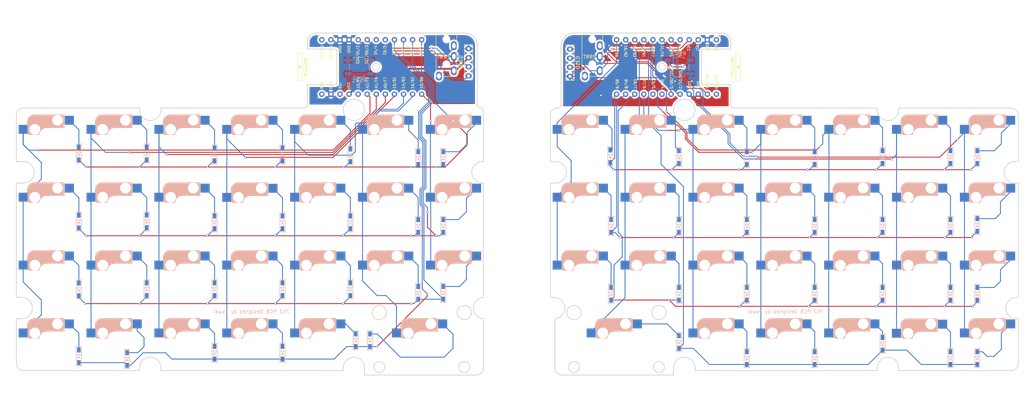
<source format=kicad_pcb>
(kicad_pcb (version 20171130) (host pcbnew 5.1.7-a382d34a8~87~ubuntu20.04.1)
  (title_block (title "742 KEYBOARD") (date 2020-11-09) (rev 1.0) (company eswai))
  (layers (0 F.Cu signal) (31 B.Cu signal) (34 B.Paste user hide) (35 F.Paste user hide) (36 B.SilkS user) (37 F.SilkS user) (38 B.Mask user) (39 F.Mask user) (44 Edge.Cuts user))
  (net 0 "")
  (net 1 row0)
  (net 2 "Net-(D1-Pad2)")
  (net 3 row1)
  (net 4 "Net-(D2-Pad2)")
  (net 5 row2)
  (net 6 "Net-(D3-Pad2)")
  (net 7 row3)
  (net 8 "Net-(D4-Pad2)")
  (net 9 "Net-(D5-Pad2)")
  (net 10 "Net-(D6-Pad2)")
  (net 11 "Net-(D7-Pad2)")
  (net 12 "Net-(D8-Pad2)")
  (net 13 "Net-(D9-Pad2)")
  (net 14 "Net-(D10-Pad2)")
  (net 15 "Net-(D11-Pad2)")
  (net 16 "Net-(D12-Pad2)")
  (net 17 "Net-(D13-Pad2)")
  (net 18 "Net-(D14-Pad2)")
  (net 19 "Net-(D15-Pad2)")
  (net 20 "Net-(D16-Pad2)")
  (net 21 "Net-(D17-Pad2)")
  (net 22 "Net-(D18-Pad2)")
  (net 23 "Net-(D19-Pad2)")
  (net 24 "Net-(D20-Pad2)")
  (net 25 "Net-(D21-Pad2)")
  (net 26 GND)
  (net 27 VCC)
  (net 28 col0)
  (net 29 col1)
  (net 30 col2)
  (net 31 col3)
  (net 32 col4)
  (net 33 col5)
  (net 34 data)
  (net 35 reset)
  (net 36 SCL)
  (net 37 SDA)
  (net 38 "Net-(U1-Pad24)")
  (net 39 "Net-(D22-Pad2)")
  (net 40 row0_r)
  (net 41 "Net-(D23-Pad2)")
  (net 42 "Net-(D24-Pad2)")
  (net 43 "Net-(D25-Pad2)")
  (net 44 "Net-(D26-Pad2)")
  (net 45 "Net-(D27-Pad2)")
  (net 46 row1_r)
  (net 47 "Net-(D28-Pad2)")
  (net 48 "Net-(D29-Pad2)")
  (net 49 "Net-(D30-Pad2)")
  (net 50 "Net-(D31-Pad2)")
  (net 51 "Net-(D32-Pad2)")
  (net 52 "Net-(D33-Pad2)")
  (net 53 row2_r)
  (net 54 "Net-(D34-Pad2)")
  (net 55 "Net-(D35-Pad2)")
  (net 56 "Net-(D36-Pad2)")
  (net 57 "Net-(D37-Pad2)")
  (net 58 "Net-(D38-Pad2)")
  (net 59 "Net-(D39-Pad2)")
  (net 60 "Net-(D40-Pad2)")
  (net 61 row3_r)
  (net 62 "Net-(D41-Pad2)")
  (net 63 "Net-(D42-Pad2)")
  (net 64 data_r)
  (net 65 SDA_r)
  (net 66 SCL_r)
  (net 67 reset_r)
  (net 68 col0_r)
  (net 69 col1_r)
  (net 70 col2_r)
  (net 71 col3_r)
  (net 72 col4_r)
  (net 73 col5_r)
  (net 74 VDD)
  (net 75 GNDA)
  (net 76 "Net-(U2-Pad24)")
  (net 77 "Net-(J1-PadA)")
  (net 78 "Net-(J3-PadA)")
  (net 79 "Net-(D43-Pad2)")
  (net 80 "Net-(D44-Pad2)")
  (net 81 "Net-(D45-Pad2)")
  (net 82 "Net-(D46-Pad2)")
  (net 83 "Net-(D47-Pad2)")
  (net 84 "Net-(D48-Pad2)")
  (net 85 "Net-(D49-Pad2)")
  (net 86 "Net-(D50-Pad2)")
  (net 87 "Net-(D51-Pad2)")
  (net 88 "Net-(D52-Pad2)")
  (net 89 "Net-(D53-Pad2)")
  (net 90 "Net-(D54-Pad2)")
  (net 91 col6)
  (net 92 col6_r)
  (net 93 "Net-(U2-Pad1)")
  (net 94 "Net-(U1-Pad20)")
  (net 95 "Net-(U1-Pad8)")
  (net 96 "Net-(U1-Pad7)")
  (net 97 "Net-(U1-Pad1)")
  (net 98 "Net-(U2-Pad20)")
  (net 99 "Net-(U2-Pad8)")
  (net 100 "Net-(U2-Pad7)")
  (module Button_Switch_SMD:SW_SPST_TL3342 (layer B.Cu) (at 180.1075 -22.72 180)
    (fp_text reference RSW2 (at 0 3.75) (layer B.SilkS) (effects (justify mirror)))
    (fp_text value SW_PUSH)
    (pad 2 smd rect (at 3.15 -1.9 180) (size 1.7 1) (layers B.Cu B.Paste B.Mask) (net 75 GNDA))
    (pad 2 smd rect (at -3.15 -1.9 180) (size 1.7 1) (layers B.Cu B.Paste B.Mask) (net 75 GNDA))
    (pad 1 smd rect (at 3.15 1.9 180) (size 1.7 1) (layers B.Cu B.Paste B.Mask) (net 67 reset_r))
    (pad 1 smd rect (at -3.15 1.9 180) (size 1.7 1) (layers B.Cu B.Paste B.Mask) (net 67 reset_r))
  )
  (module Button_Switch_SMD:SW_SPST_TL3342 (layer B.Cu) (at 90.6075 -22.72)
    (fp_text reference RSW1 (at 0 3.75) (layer B.SilkS) (effects (justify mirror)))
    (fp_text value SW_PUSH)
    (pad 2 smd rect (at 3.15 -1.9) (size 1.7 1) (layers B.Cu B.Paste B.Mask) (net 26 GND))
    (pad 2 smd rect (at -3.15 -1.9) (size 1.7 1) (layers B.Cu B.Paste B.Mask) (net 26 GND))
    (pad 1 smd rect (at 3.15 1.9) (size 1.7 1) (layers B.Cu B.Paste B.Mask) (net 35 reset))
    (pad 1 smd rect (at -3.15 1.9) (size 1.7 1) (layers B.Cu B.Paste B.Mask) (net 35 reset))
  )
  (module kbd:OLED_1side (layer F.Cu) (at 121.2075 -20.22 90)
    (fp_text reference J2)
    (fp_text value OLED hide)
    (fp_text user OLED (at 3.906 -2.284 90) (layer F.SilkS))
    (pad 4 thru_hole oval (at 7.62 0 90) (size 1.397 1.778) (drill 0.8128) (layers *.Cu B.Mask) (net 26 GND))
    (pad 3 thru_hole oval (at 5.08 0 90) (size 1.397 1.778) (drill 0.8128) (layers *.Cu B.Mask) (net 27 VCC))
    (pad 2 thru_hole oval (at 2.54 0 90) (size 1.397 1.778) (drill 0.8128) (layers *.Cu B.Mask) (net 36 SCL))
    (pad 1 thru_hole oval (at 0 0 90) (size 1.397 1.778) (drill 0.8128) (layers *.Cu B.Mask) (net 37 SDA))
  )
  (module kbd:CherryMX_Hotswap (layer F.Cu) (at 22.6075 54.28)
    (fp_text reference SW23 hide)
    (fp_text value SW_PUSH hide)
    (pad "" np_thru_hole circle (at 2.54 -5.08) (size 3 3) (drill 3) (layers *.Cu *.Mask))
    (pad "" np_thru_hole circle (at -3.81 -2.54) (size 3 3) (drill 3) (layers *.Cu *.Mask))
    (pad 2 smd rect (at 5.842 -5.08 180) (size 2.55 2.5) (layers B.Cu B.Paste B.Mask) (net 41 "Net-(D23-Pad2)"))
    (pad "" np_thru_hole circle (at -5.08 0) (size 1.9 1.9) (drill 1.9) (layers *.Cu *.Mask))
    (pad "" np_thru_hole circle (at 5.08 0) (size 1.9 1.9) (drill 1.9) (layers *.Cu *.Mask))
    (pad "" np_thru_hole circle (at 0 0 90) (size 4.1 4.1) (drill 4.1) (layers *.Cu *.Mask))
    (pad 1 smd rect (at -7.085 -2.54 180) (size 2.55 2.5) (layers B.Cu B.Paste B.Mask) (net 29 col1))
  )
  (module kbd:CherryMX_Hotswap (layer F.Cu) (at 153.1075 16.28)
    (fp_text reference SW41 hide)
    (fp_text value SW_PUSH hide)
    (pad "" np_thru_hole circle (at 2.54 -5.08) (size 3 3) (drill 3) (layers *.Cu *.Mask))
    (pad "" np_thru_hole circle (at -3.81 -2.54) (size 3 3) (drill 3) (layers *.Cu *.Mask))
    (pad 2 smd rect (at 5.842 -5.08 180) (size 2.55 2.5) (layers B.Cu B.Paste B.Mask) (net 62 "Net-(D41-Pad2)"))
    (pad "" np_thru_hole circle (at -5.08 0) (size 1.9 1.9) (drill 1.9) (layers *.Cu *.Mask))
    (pad "" np_thru_hole circle (at 5.08 0) (size 1.9 1.9) (drill 1.9) (layers *.Cu *.Mask))
    (pad "" np_thru_hole circle (at 0 0 90) (size 4.1 4.1) (drill 4.1) (layers *.Cu *.Mask))
    (pad 1 smd rect (at -7.085 -2.54 180) (size 2.55 2.5) (layers B.Cu B.Paste B.Mask) (net 92 col6_r))
  )
  (module kbd:CherryMX_Hotswap (layer F.Cu) (at 162.6075 54.28)
    (fp_text reference SW54 hide)
    (fp_text value SW_PUSH hide)
    (pad "" np_thru_hole circle (at 2.54 -5.08) (size 3 3) (drill 3) (layers *.Cu *.Mask))
    (pad "" np_thru_hole circle (at -3.81 -2.54) (size 3 3) (drill 3) (layers *.Cu *.Mask))
    (pad 2 smd rect (at 5.842 -5.08 180) (size 2.55 2.5) (layers B.Cu B.Paste B.Mask) (net 90 "Net-(D54-Pad2)"))
    (pad "" np_thru_hole circle (at -5.08 0) (size 1.9 1.9) (drill 1.9) (layers *.Cu *.Mask))
    (pad "" np_thru_hole circle (at 5.08 0) (size 1.9 1.9) (drill 1.9) (layers *.Cu *.Mask))
    (pad "" np_thru_hole circle (at 0 0 90) (size 4.1 4.1) (drill 4.1) (layers *.Cu *.Mask))
    (pad 1 smd rect (at -7.085 -2.54 180) (size 2.55 2.5) (layers B.Cu B.Paste B.Mask) (net 73 col5_r))
  )
  (module kbd:CherryMX_Hotswap (layer F.Cu) (at 191.1075 54.28)
    (fp_text reference SW53 hide)
    (fp_text value SW_PUSH hide)
    (pad "" np_thru_hole circle (at 2.54 -5.08) (size 3 3) (drill 3) (layers *.Cu *.Mask))
    (pad "" np_thru_hole circle (at -3.81 -2.54) (size 3 3) (drill 3) (layers *.Cu *.Mask))
    (pad 2 smd rect (at 5.842 -5.08 180) (size 2.55 2.5) (layers B.Cu B.Paste B.Mask) (net 89 "Net-(D53-Pad2)"))
    (pad "" np_thru_hole circle (at -5.08 0) (size 1.9 1.9) (drill 1.9) (layers *.Cu *.Mask))
    (pad "" np_thru_hole circle (at 5.08 0) (size 1.9 1.9) (drill 1.9) (layers *.Cu *.Mask))
    (pad "" np_thru_hole circle (at 0 0 90) (size 4.1 4.1) (drill 4.1) (layers *.Cu *.Mask))
    (pad 1 smd rect (at -7.085 -2.54 180) (size 2.55 2.5) (layers B.Cu B.Paste B.Mask) (net 72 col4_r))
  )
  (module kbd:CherryMX_Hotswap (layer F.Cu) (at 210.1075 54.28)
    (fp_text reference SW52 hide)
    (fp_text value SW_PUSH hide)
    (pad "" np_thru_hole circle (at 2.54 -5.08) (size 3 3) (drill 3) (layers *.Cu *.Mask))
    (pad "" np_thru_hole circle (at -3.81 -2.54) (size 3 3) (drill 3) (layers *.Cu *.Mask))
    (pad 2 smd rect (at 5.842 -5.08 180) (size 2.55 2.5) (layers B.Cu B.Paste B.Mask) (net 88 "Net-(D52-Pad2)"))
    (pad "" np_thru_hole circle (at -5.08 0) (size 1.9 1.9) (drill 1.9) (layers *.Cu *.Mask))
    (pad "" np_thru_hole circle (at 5.08 0) (size 1.9 1.9) (drill 1.9) (layers *.Cu *.Mask))
    (pad "" np_thru_hole circle (at 0 0 90) (size 4.1 4.1) (drill 4.1) (layers *.Cu *.Mask))
    (pad 1 smd rect (at -7.085 -2.54 180) (size 2.55 2.5) (layers B.Cu B.Paste B.Mask) (net 71 col3_r))
  )
  (module kbd:CherryMX_Hotswap (layer F.Cu) (at 229.1075 54.28)
    (fp_text reference SW51 hide)
    (fp_text value SW_PUSH hide)
    (pad "" np_thru_hole circle (at 2.54 -5.08) (size 3 3) (drill 3) (layers *.Cu *.Mask))
    (pad "" np_thru_hole circle (at -3.81 -2.54) (size 3 3) (drill 3) (layers *.Cu *.Mask))
    (pad 2 smd rect (at 5.842 -5.08 180) (size 2.55 2.5) (layers B.Cu B.Paste B.Mask) (net 87 "Net-(D51-Pad2)"))
    (pad "" np_thru_hole circle (at -5.08 0) (size 1.9 1.9) (drill 1.9) (layers *.Cu *.Mask))
    (pad "" np_thru_hole circle (at 5.08 0) (size 1.9 1.9) (drill 1.9) (layers *.Cu *.Mask))
    (pad "" np_thru_hole circle (at 0 0 90) (size 4.1 4.1) (drill 4.1) (layers *.Cu *.Mask))
    (pad 1 smd rect (at -7.085 -2.54 180) (size 2.55 2.5) (layers B.Cu B.Paste B.Mask) (net 70 col2_r))
  )
  (module kbd:CherryMX_Hotswap (layer F.Cu) (at 248.0675 54.36)
    (fp_text reference SW50 hide)
    (fp_text value SW_PUSH hide)
    (pad "" np_thru_hole circle (at 2.54 -5.08) (size 3 3) (drill 3) (layers *.Cu *.Mask))
    (pad "" np_thru_hole circle (at -3.81 -2.54) (size 3 3) (drill 3) (layers *.Cu *.Mask))
    (pad 2 smd rect (at 5.842 -5.08 180) (size 2.55 2.5) (layers B.Cu B.Paste B.Mask) (net 86 "Net-(D50-Pad2)"))
    (pad "" np_thru_hole circle (at -5.08 0) (size 1.9 1.9) (drill 1.9) (layers *.Cu *.Mask))
    (pad "" np_thru_hole circle (at 5.08 0) (size 1.9 1.9) (drill 1.9) (layers *.Cu *.Mask))
    (pad "" np_thru_hole circle (at 0 0 90) (size 4.1 4.1) (drill 4.1) (layers *.Cu *.Mask))
    (pad 1 smd rect (at -7.085 -2.54 180) (size 2.55 2.5) (layers B.Cu B.Paste B.Mask) (net 69 col1_r))
  )
  (module kbd:CherryMX_Hotswap (layer F.Cu) (at 267.1075 54.28)
    (fp_text reference SW49 hide)
    (fp_text value SW_PUSH hide)
    (pad "" np_thru_hole circle (at 2.54 -5.08) (size 3 3) (drill 3) (layers *.Cu *.Mask))
    (pad "" np_thru_hole circle (at -3.81 -2.54) (size 3 3) (drill 3) (layers *.Cu *.Mask))
    (pad 2 smd rect (at 5.842 -5.08 180) (size 2.55 2.5) (layers B.Cu B.Paste B.Mask) (net 85 "Net-(D49-Pad2)"))
    (pad "" np_thru_hole circle (at -5.08 0) (size 1.9 1.9) (drill 1.9) (layers *.Cu *.Mask))
    (pad "" np_thru_hole circle (at 5.08 0) (size 1.9 1.9) (drill 1.9) (layers *.Cu *.Mask))
    (pad "" np_thru_hole circle (at 0 0 90) (size 4.1 4.1) (drill 4.1) (layers *.Cu *.Mask))
    (pad 1 smd rect (at -7.085 -2.54 180) (size 2.55 2.5) (layers B.Cu B.Paste B.Mask) (net 68 col0_r))
  )
  (module kbd:CherryMX_Hotswap (layer F.Cu) (at 153.1075 35.28)
    (fp_text reference SW48 hide)
    (fp_text value SW_PUSH hide)
    (pad "" np_thru_hole circle (at 2.54 -5.08) (size 3 3) (drill 3) (layers *.Cu *.Mask))
    (pad "" np_thru_hole circle (at -3.81 -2.54) (size 3 3) (drill 3) (layers *.Cu *.Mask))
    (pad 2 smd rect (at 5.842 -5.08 180) (size 2.55 2.5) (layers B.Cu B.Paste B.Mask) (net 84 "Net-(D48-Pad2)"))
    (pad "" np_thru_hole circle (at -5.08 0) (size 1.9 1.9) (drill 1.9) (layers *.Cu *.Mask))
    (pad "" np_thru_hole circle (at 5.08 0) (size 1.9 1.9) (drill 1.9) (layers *.Cu *.Mask))
    (pad "" np_thru_hole circle (at 0 0 90) (size 4.1 4.1) (drill 4.1) (layers *.Cu *.Mask))
    (pad 1 smd rect (at -7.085 -2.54 180) (size 2.55 2.5) (layers B.Cu B.Paste B.Mask) (net 92 col6_r))
  )
  (module kbd:CherryMX_Hotswap (layer F.Cu) (at 172.1075 35.28)
    (fp_text reference SW47 hide)
    (fp_text value SW_PUSH hide)
    (pad "" np_thru_hole circle (at 2.54 -5.08) (size 3 3) (drill 3) (layers *.Cu *.Mask))
    (pad "" np_thru_hole circle (at -3.81 -2.54) (size 3 3) (drill 3) (layers *.Cu *.Mask))
    (pad 2 smd rect (at 5.842 -5.08 180) (size 2.55 2.5) (layers B.Cu B.Paste B.Mask) (net 83 "Net-(D47-Pad2)"))
    (pad "" np_thru_hole circle (at -5.08 0) (size 1.9 1.9) (drill 1.9) (layers *.Cu *.Mask))
    (pad "" np_thru_hole circle (at 5.08 0) (size 1.9 1.9) (drill 1.9) (layers *.Cu *.Mask))
    (pad "" np_thru_hole circle (at 0 0 90) (size 4.1 4.1) (drill 4.1) (layers *.Cu *.Mask))
    (pad 1 smd rect (at -7.085 -2.54 180) (size 2.55 2.5) (layers B.Cu B.Paste B.Mask) (net 73 col5_r))
  )
  (module kbd:CherryMX_Hotswap (layer F.Cu) (at 191.1075 35.28)
    (fp_text reference SW46 hide)
    (fp_text value SW_PUSH hide)
    (pad "" np_thru_hole circle (at 2.54 -5.08) (size 3 3) (drill 3) (layers *.Cu *.Mask))
    (pad "" np_thru_hole circle (at -3.81 -2.54) (size 3 3) (drill 3) (layers *.Cu *.Mask))
    (pad 2 smd rect (at 5.842 -5.08 180) (size 2.55 2.5) (layers B.Cu B.Paste B.Mask) (net 82 "Net-(D46-Pad2)"))
    (pad "" np_thru_hole circle (at -5.08 0) (size 1.9 1.9) (drill 1.9) (layers *.Cu *.Mask))
    (pad "" np_thru_hole circle (at 5.08 0) (size 1.9 1.9) (drill 1.9) (layers *.Cu *.Mask))
    (pad "" np_thru_hole circle (at 0 0 90) (size 4.1 4.1) (drill 4.1) (layers *.Cu *.Mask))
    (pad 1 smd rect (at -7.085 -2.54 180) (size 2.55 2.5) (layers B.Cu B.Paste B.Mask) (net 72 col4_r))
  )
  (module kbd:CherryMX_Hotswap (layer F.Cu) (at 210.1075 35.28)
    (fp_text reference SW45 hide)
    (fp_text value SW_PUSH hide)
    (pad "" np_thru_hole circle (at 2.54 -5.08) (size 3 3) (drill 3) (layers *.Cu *.Mask))
    (pad "" np_thru_hole circle (at -3.81 -2.54) (size 3 3) (drill 3) (layers *.Cu *.Mask))
    (pad 2 smd rect (at 5.842 -5.08 180) (size 2.55 2.5) (layers B.Cu B.Paste B.Mask) (net 81 "Net-(D45-Pad2)"))
    (pad "" np_thru_hole circle (at -5.08 0) (size 1.9 1.9) (drill 1.9) (layers *.Cu *.Mask))
    (pad "" np_thru_hole circle (at 5.08 0) (size 1.9 1.9) (drill 1.9) (layers *.Cu *.Mask))
    (pad "" np_thru_hole circle (at 0 0 90) (size 4.1 4.1) (drill 4.1) (layers *.Cu *.Mask))
    (pad 1 smd rect (at -7.085 -2.54 180) (size 2.55 2.5) (layers B.Cu B.Paste B.Mask) (net 71 col3_r))
  )
  (module kbd:CherryMX_Hotswap (layer F.Cu) (at 229.1075 35.28)
    (fp_text reference SW44 hide)
    (fp_text value SW_PUSH hide)
    (pad "" np_thru_hole circle (at 2.54 -5.08) (size 3 3) (drill 3) (layers *.Cu *.Mask))
    (pad "" np_thru_hole circle (at -3.81 -2.54) (size 3 3) (drill 3) (layers *.Cu *.Mask))
    (pad 2 smd rect (at 5.842 -5.08 180) (size 2.55 2.5) (layers B.Cu B.Paste B.Mask) (net 80 "Net-(D44-Pad2)"))
    (pad "" np_thru_hole circle (at -5.08 0) (size 1.9 1.9) (drill 1.9) (layers *.Cu *.Mask))
    (pad "" np_thru_hole circle (at 5.08 0) (size 1.9 1.9) (drill 1.9) (layers *.Cu *.Mask))
    (pad "" np_thru_hole circle (at 0 0 90) (size 4.1 4.1) (drill 4.1) (layers *.Cu *.Mask))
    (pad 1 smd rect (at -7.085 -2.54 180) (size 2.55 2.5) (layers B.Cu B.Paste B.Mask) (net 70 col2_r))
  )
  (module kbd:CherryMX_Hotswap (layer F.Cu) (at 248.1075 35.28)
    (fp_text reference SW43 hide)
    (fp_text value SW_PUSH hide)
    (pad "" np_thru_hole circle (at 2.54 -5.08) (size 3 3) (drill 3) (layers *.Cu *.Mask))
    (pad "" np_thru_hole circle (at -3.81 -2.54) (size 3 3) (drill 3) (layers *.Cu *.Mask))
    (pad 2 smd rect (at 5.842 -5.08 180) (size 2.55 2.5) (layers B.Cu B.Paste B.Mask) (net 79 "Net-(D43-Pad2)"))
    (pad "" np_thru_hole circle (at -5.08 0) (size 1.9 1.9) (drill 1.9) (layers *.Cu *.Mask))
    (pad "" np_thru_hole circle (at 5.08 0) (size 1.9 1.9) (drill 1.9) (layers *.Cu *.Mask))
    (pad "" np_thru_hole circle (at 0 0 90) (size 4.1 4.1) (drill 4.1) (layers *.Cu *.Mask))
    (pad 1 smd rect (at -7.085 -2.54 180) (size 2.55 2.5) (layers B.Cu B.Paste B.Mask) (net 69 col1_r))
  )
  (module kbd:CherryMX_Hotswap (layer F.Cu) (at 267.1075 35.28)
    (fp_text reference SW42 hide)
    (fp_text value SW_PUSH hide)
    (pad "" np_thru_hole circle (at 2.54 -5.08) (size 3 3) (drill 3) (layers *.Cu *.Mask))
    (pad "" np_thru_hole circle (at -3.81 -2.54) (size 3 3) (drill 3) (layers *.Cu *.Mask))
    (pad 2 smd rect (at 5.842 -5.08 180) (size 2.55 2.5) (layers B.Cu B.Paste B.Mask) (net 63 "Net-(D42-Pad2)"))
    (pad "" np_thru_hole circle (at -5.08 0) (size 1.9 1.9) (drill 1.9) (layers *.Cu *.Mask))
    (pad "" np_thru_hole circle (at 5.08 0) (size 1.9 1.9) (drill 1.9) (layers *.Cu *.Mask))
    (pad "" np_thru_hole circle (at 0 0 90) (size 4.1 4.1) (drill 4.1) (layers *.Cu *.Mask))
    (pad 1 smd rect (at -7.085 -2.54 180) (size 2.55 2.5) (layers B.Cu B.Paste B.Mask) (net 68 col0_r))
  )
  (module kbd:CherryMX_Hotswap (layer F.Cu) (at 117.6075 35.28)
    (fp_text reference SW21 hide)
    (fp_text value SW_PUSH hide)
    (pad "" np_thru_hole circle (at 2.54 -5.08) (size 3 3) (drill 3) (layers *.Cu *.Mask))
    (pad "" np_thru_hole circle (at -3.81 -2.54) (size 3 3) (drill 3) (layers *.Cu *.Mask))
    (pad 2 smd rect (at 5.842 -5.08 180) (size 2.55 2.5) (layers B.Cu B.Paste B.Mask) (net 25 "Net-(D21-Pad2)"))
    (pad "" np_thru_hole circle (at -5.08 0) (size 1.9 1.9) (drill 1.9) (layers *.Cu *.Mask))
    (pad "" np_thru_hole circle (at 5.08 0) (size 1.9 1.9) (drill 1.9) (layers *.Cu *.Mask))
    (pad "" np_thru_hole circle (at 0 0 90) (size 4.1 4.1) (drill 4.1) (layers *.Cu *.Mask))
    (pad 1 smd rect (at -7.085 -2.54 180) (size 2.55 2.5) (layers B.Cu B.Paste B.Mask) (net 91 col6))
  )
  (module kbd:D3_SMD_v2 (layer B.Cu) (at 180.1075 54.28 90)
    (fp_text reference D54 hide)
    (fp_text value D hide)
    (pad 2 smd rect (at 1.775 0 90) (size 1.4 1) (layers B.Cu B.Paste B.Mask) (net 90 "Net-(D54-Pad2)"))
    (pad 1 smd rect (at -1.775 0 90) (size 1.4 1) (layers B.Cu B.Paste B.Mask) (net 61 row3_r))
  )
  (module kbd:D3_SMD_v2 (layer B.Cu) (at 199.1075 58.78 90)
    (fp_text reference D53 hide)
    (fp_text value D hide)
    (pad 2 smd rect (at 1.775 0 90) (size 1.4 1) (layers B.Cu B.Paste B.Mask) (net 89 "Net-(D53-Pad2)"))
    (pad 1 smd rect (at -1.775 0 90) (size 1.4 1) (layers B.Cu B.Paste B.Mask) (net 61 row3_r))
  )
  (module kbd:D3_SMD_v2 (layer B.Cu) (at 218.1075 58.78 90)
    (fp_text reference D52 hide)
    (fp_text value D hide)
    (pad 2 smd rect (at 1.775 0 90) (size 1.4 1) (layers B.Cu B.Paste B.Mask) (net 88 "Net-(D52-Pad2)"))
    (pad 1 smd rect (at -1.775 0 90) (size 1.4 1) (layers B.Cu B.Paste B.Mask) (net 61 row3_r))
  )
  (module kbd:D3_SMD_v2 (layer B.Cu) (at 237.1075 54.78 90)
    (fp_text reference D51 hide)
    (fp_text value D hide)
    (pad 2 smd rect (at 1.775 0 90) (size 1.4 1) (layers B.Cu B.Paste B.Mask) (net 87 "Net-(D51-Pad2)"))
    (pad 1 smd rect (at -1.775 0 90) (size 1.4 1) (layers B.Cu B.Paste B.Mask) (net 61 row3_r))
  )
  (module kbd:D3_SMD_v2 (layer B.Cu) (at 256.1075 58.78 90)
    (fp_text reference D50 hide)
    (fp_text value D hide)
    (pad 2 smd rect (at 1.775 0 90) (size 1.4 1) (layers B.Cu B.Paste B.Mask) (net 86 "Net-(D50-Pad2)"))
    (pad 1 smd rect (at -1.775 0 90) (size 1.4 1) (layers B.Cu B.Paste B.Mask) (net 61 row3_r))
  )
  (module kbd:D3_SMD_v2 (layer B.Cu) (at 263.6075 58.78 90)
    (fp_text reference D49 hide)
    (fp_text value D hide)
    (pad 2 smd rect (at 1.775 0 90) (size 1.4 1) (layers B.Cu B.Paste B.Mask) (net 85 "Net-(D49-Pad2)"))
    (pad 1 smd rect (at -1.775 0 90) (size 1.4 1) (layers B.Cu B.Paste B.Mask) (net 61 row3_r))
  )
  (module kbd:D3_SMD_v2 (layer B.Cu) (at 161.1075 40.78 90)
    (fp_text reference D48 hide)
    (fp_text value D hide)
    (pad 2 smd rect (at 1.775 0 90) (size 1.4 1) (layers B.Cu B.Paste B.Mask) (net 84 "Net-(D48-Pad2)"))
    (pad 1 smd rect (at -1.775 0 90) (size 1.4 1) (layers B.Cu B.Paste B.Mask) (net 53 row2_r))
  )
  (module kbd:D3_SMD_v2 (layer B.Cu) (at 180.1075 40.78 90)
    (fp_text reference D47 hide)
    (fp_text value D hide)
    (pad 2 smd rect (at 1.775 0 90) (size 1.4 1) (layers B.Cu B.Paste B.Mask) (net 83 "Net-(D47-Pad2)"))
    (pad 1 smd rect (at -1.775 0 90) (size 1.4 1) (layers B.Cu B.Paste B.Mask) (net 53 row2_r))
  )
  (module kbd:D3_SMD_v2 (layer B.Cu) (at 199.1075 40.78 90)
    (fp_text reference D46 hide)
    (fp_text value D hide)
    (pad 2 smd rect (at 1.775 0 90) (size 1.4 1) (layers B.Cu B.Paste B.Mask) (net 82 "Net-(D46-Pad2)"))
    (pad 1 smd rect (at -1.775 0 90) (size 1.4 1) (layers B.Cu B.Paste B.Mask) (net 53 row2_r))
  )
  (module kbd:D3_SMD_v2 (layer B.Cu) (at 218.1075 40.78 90)
    (fp_text reference D45 hide)
    (fp_text value D hide)
    (pad 2 smd rect (at 1.775 0 90) (size 1.4 1) (layers B.Cu B.Paste B.Mask) (net 81 "Net-(D45-Pad2)"))
    (pad 1 smd rect (at -1.775 0 90) (size 1.4 1) (layers B.Cu B.Paste B.Mask) (net 53 row2_r))
  )
  (module kbd:D3_SMD_v2 (layer B.Cu) (at 237.1075 40.78 90)
    (fp_text reference D44 hide)
    (fp_text value D hide)
    (pad 2 smd rect (at 1.775 0 90) (size 1.4 1) (layers B.Cu B.Paste B.Mask) (net 80 "Net-(D44-Pad2)"))
    (pad 1 smd rect (at -1.775 0 90) (size 1.4 1) (layers B.Cu B.Paste B.Mask) (net 53 row2_r))
  )
  (module kbd:D3_SMD_v2 (layer B.Cu) (at 256.1075 40.78 90)
    (fp_text reference D43 hide)
    (fp_text value D hide)
    (pad 2 smd rect (at 1.775 0 90) (size 1.4 1) (layers B.Cu B.Paste B.Mask) (net 79 "Net-(D43-Pad2)"))
    (pad 1 smd rect (at -1.775 0 90) (size 1.4 1) (layers B.Cu B.Paste B.Mask) (net 53 row2_r))
  )
  (module kbd:D3_SMD_v2 (layer B.Cu) (at 263.6075 40.78 90)
    (fp_text reference D42 hide)
    (fp_text value D hide)
    (pad 2 smd rect (at 1.775 0 90) (size 1.4 1) (layers B.Cu B.Paste B.Mask) (net 63 "Net-(D42-Pad2)"))
    (pad 1 smd rect (at -1.775 0 90) (size 1.4 1) (layers B.Cu B.Paste B.Mask) (net 53 row2_r))
  )
  (module kbd:ProMicro_v3 (layer F.Cu) (at 94.6075 -22.72 90)
    (fp_text reference U1 hide)
    (fp_text value ProMicro hide)
    (fp_text user RAW (at -5.1355 -14.478 90 unlocked) (layer F.SilkS) (effects (font (size 0.75 0.67) (thickness 0.125))))
    (fp_text user GND (at -5.115 -11.94 90 unlocked) (layer F.SilkS) (effects (font (size 0.75 0.67) (thickness 0.125))))
    (fp_text user RST (at -5.1355 -9.3345 90 unlocked) (layer F.SilkS) (effects (font (size 0.75 0.67) (thickness 0.125))))
    (fp_text user VCC (at -5.175 -6.915 90 unlocked) (layer F.SilkS) (effects (font (size 0.75 0.67) (thickness 0.125))))
    (fp_text user A3/F4 (at -4.395 -4.25 90 unlocked) (layer F.SilkS) (effects (font (size 0.75 0.67) (thickness 0.125))))
    (fp_text user A2/F5 (at -4.395 -1.75 90 unlocked) (layer F.SilkS) (effects (font (size 0.75 0.67) (thickness 0.125))))
    (fp_text user A1/F6 (at -4.395 0.75 90 unlocked) (layer F.SilkS) (effects (font (size 0.75 0.67) (thickness 0.125))))
    (fp_text user A0/F7 (at -4.395 3.3 90 unlocked) (layer F.SilkS) (effects (font (size 0.75 0.67) (thickness 0.125))))
    (fp_text user 15/B1 (at -4.395 5.85 90 unlocked) (layer F.SilkS) (effects (font (size 0.75 0.67) (thickness 0.125))))
    (fp_text user 14/B3 (at -4.395 8.4 90 unlocked) (layer F.SilkS) (effects (font (size 0.75 0.67) (thickness 0.125))))
    (fp_text user 10/B6 (at -4.395 13.45 90 unlocked) (layer F.SilkS) (effects (font (size 0.75 0.67) (thickness 0.125))))
    (fp_text user 16/B2 (at -4.395 10.95 90 unlocked) (layer F.SilkS) (effects (font (size 0.75 0.67) (thickness 0.125))))
    (fp_text user E6/7 (at 4.705 8.25 90 unlocked) (layer F.SilkS) (effects (font (size 0.75 0.67) (thickness 0.125))))
    (fp_text user D7/6 (at 4.705 5.7 90 unlocked) (layer F.SilkS) (effects (font (size 0.75 0.67) (thickness 0.125))))
    (fp_text user GND (at 4.955 -9.35 90 unlocked) (layer F.SilkS) (effects (font (size 0.75 0.67) (thickness 0.125))))
    (fp_text user GND (at 4.955 -6.9 90 unlocked) (layer F.SilkS) (effects (font (size 0.75 0.67) (thickness 0.125))))
    (fp_text user D3/TX0 (at 4.155 -14.45 90 unlocked) (layer F.SilkS) (effects (font (size 0.75 0.67) (thickness 0.125))))
    (fp_text user D4/4 (at 4.705 0.6 90 unlocked) (layer F.SilkS) (effects (font (size 0.75 0.67) (thickness 0.125))))
    (fp_text user SDA/D1/2 (at 3.455 -4.4 90 unlocked) (layer F.SilkS) (effects (font (size 0.75 0.67) (thickness 0.125))))
    (fp_text user SCL/D0/3 (at 3.455 -1.9 90 unlocked) (layer F.SilkS) (effects (font (size 0.75 0.67) (thickness 0.125))))
    (fp_text user C6/5 (at 4.705 3.15 90 unlocked) (layer F.SilkS) (effects (font (size 0.75 0.67) (thickness 0.125))))
    (fp_text user B5/9 (at 4.705 13.3 90 unlocked) (layer F.SilkS) (effects (font (size 0.75 0.67) (thickness 0.125))))
    (fp_text user D2/RX1 (at 4.155 -11.9 90 unlocked) (layer F.SilkS) (effects (font (size 0.75 0.67) (thickness 0.125))))
    (fp_text user B4/8 (at 4.705 10.8 90 unlocked) (layer F.SilkS) (effects (font (size 0.75 0.67) (thickness 0.125))))
    (fp_text user MicroUSB (at -0.05 -18.95 270) (layer F.SilkS) (effects (font (size 0.75 0.75) (thickness 0.12))))
    (fp_text user MicroUSB (at -0.05 -18.95 90) (layer F.SilkS) (effects (font (size 0.75 0.75) (thickness 0.12))))
    (pad 24 thru_hole circle (at -7.6086 -14.478 90) (size 1.524 1.524) (drill 0.8128) (layers *.Cu B.Mask) (net 38 "Net-(U1-Pad24)"))
    (pad 23 thru_hole circle (at -7.6086 -11.938 90) (size 1.524 1.524) (drill 0.8128) (layers *.Cu B.Mask) (net 26 GND))
    (pad 22 thru_hole circle (at -7.6086 -9.398 90) (size 1.524 1.524) (drill 0.8128) (layers *.Cu B.Mask) (net 35 reset))
    (pad 21 thru_hole circle (at -7.6086 -6.858 90) (size 1.524 1.524) (drill 0.8128) (layers *.Cu B.Mask) (net 27 VCC))
    (pad 20 thru_hole circle (at -7.6086 -4.318 90) (size 1.524 1.524) (drill 0.8128) (layers *.Cu B.Mask) (net 94 "Net-(U1-Pad20)"))
    (pad 19 thru_hole circle (at -7.6086 -1.778 90) (size 1.524 1.524) (drill 0.8128) (layers *.Cu B.Mask) (net 28 col0))
    (pad 18 thru_hole circle (at -7.6086 0.762 90) (size 1.524 1.524) (drill 0.8128) (layers *.Cu B.Mask) (net 29 col1))
    (pad 17 thru_hole circle (at -7.6086 3.302 90) (size 1.524 1.524) (drill 0.8128) (layers *.Cu B.Mask) (net 30 col2))
    (pad 16 thru_hole circle (at -7.6086 5.842 90) (size 1.524 1.524) (drill 0.8128) (layers *.Cu B.Mask) (net 31 col3))
    (pad 15 thru_hole circle (at -7.6086 8.382 90) (size 1.524 1.524) (drill 0.8128) (layers *.Cu B.Mask) (net 32 col4))
    (pad 14 thru_hole circle (at -7.6086 10.922 90) (size 1.524 1.524) (drill 0.8128) (layers *.Cu B.Mask) (net 33 col5))
    (pad 13 thru_hole circle (at -7.6086 13.462 90) (size 1.524 1.524) (drill 0.8128) (layers *.Cu B.Mask) (net 91 col6))
    (pad 12 thru_hole circle (at 7.6114 13.462 90) (size 1.524 1.524) (drill 0.8128) (layers *.Cu B.Mask) (net 1 row0))
    (pad 11 thru_hole circle (at 7.6114 10.922 90) (size 1.524 1.524) (drill 0.8128) (layers *.Cu B.Mask) (net 3 row1))
    (pad 10 thru_hole circle (at 7.6114 8.382 90) (size 1.524 1.524) (drill 0.8128) (layers *.Cu B.Mask) (net 5 row2))
    (pad 9 thru_hole circle (at 7.6114 5.842 90) (size 1.524 1.524) (drill 0.8128) (layers *.Cu B.Mask) (net 7 row3))
    (pad 8 thru_hole circle (at 7.6114 3.302 90) (size 1.524 1.524) (drill 0.8128) (layers *.Cu B.Mask) (net 95 "Net-(U1-Pad8)"))
    (pad 7 thru_hole circle (at 7.6114 0.762 90) (size 1.524 1.524) (drill 0.8128) (layers *.Cu B.Mask) (net 96 "Net-(U1-Pad7)"))
    (pad 6 thru_hole circle (at 7.6114 -1.778 90) (size 1.524 1.524) (drill 0.8128) (layers *.Cu B.Mask) (net 36 SCL))
    (pad 5 thru_hole circle (at 7.6114 -4.318 90) (size 1.524 1.524) (drill 0.8128) (layers *.Cu B.Mask) (net 37 SDA))
    (pad 4 thru_hole circle (at 7.6114 -6.858 90) (size 1.524 1.524) (drill 0.8128) (layers *.Cu B.Mask) (net 26 GND))
    (pad 3 thru_hole circle (at 7.6114 -9.398 90) (size 1.524 1.524) (drill 0.8128) (layers *.Cu B.Mask) (net 26 GND))
    (pad 2 thru_hole circle (at 7.6114 -11.938 90) (size 1.524 1.524) (drill 0.8128) (layers *.Cu B.Mask) (net 34 data))
    (pad 1 thru_hole circle (at 7.6114 -14.478 90) (size 1.524 1.524) (drill 0.8128) (layers *.Cu B.Mask) (net 97 "Net-(U1-Pad1)"))
  )
  (module kbd:ProMicro_v3 (layer F.Cu) (at 176.1075 -22.72 270)
    (fp_text reference U2 hide)
    (fp_text value ProMicro hide)
    (fp_text user RAW (at -5.3355 -14.278 270 unlocked) (layer F.SilkS) (effects (font (size 0.75 0.67) (thickness 0.125))))
    (fp_text user GND (at -5.22 -11.94 90 unlocked) (layer F.SilkS) (effects (font (size 0.75 0.67) (thickness 0.125))))
    (fp_text user RST (at -5.3355 -9.1345 270 unlocked) (layer F.SilkS) (effects (font (size 0.75 0.67) (thickness 0.125))))
    (fp_text user VCC (at -5.3355 -6.658 270 unlocked) (layer F.SilkS) (effects (font (size 0.75 0.67) (thickness 0.125))))
    (fp_text user A3/F4 (at -4.395 -4.25 270 unlocked) (layer F.SilkS) (effects (font (size 0.75 0.67) (thickness 0.125))))
    (fp_text user A2/F5 (at -4.395 -1.75 270 unlocked) (layer F.SilkS) (effects (font (size 0.75 0.67) (thickness 0.125))))
    (fp_text user A1/F6 (at -4.395 0.75 270 unlocked) (layer F.SilkS) (effects (font (size 0.75 0.67) (thickness 0.125))))
    (fp_text user A0/F7 (at -4.395 3.3 270 unlocked) (layer F.SilkS) (effects (font (size 0.75 0.67) (thickness 0.125))))
    (fp_text user 15/B1 (at -4.395 5.85 270 unlocked) (layer F.SilkS) (effects (font (size 0.75 0.67) (thickness 0.125))))
    (fp_text user 14/B3 (at -4.395 8.4 270 unlocked) (layer F.SilkS) (effects (font (size 0.75 0.67) (thickness 0.125))))
    (fp_text user 10/B6 (at -4.395 13.45 270 unlocked) (layer F.SilkS) (effects (font (size 0.75 0.67) (thickness 0.125))))
    (fp_text user 16/B2 (at -4.395 10.95 270 unlocked) (layer F.SilkS) (effects (font (size 0.75 0.67) (thickness 0.125))))
    (fp_text user E6/7 (at 4.705 8.25 270 unlocked) (layer F.SilkS) (effects (font (size 0.75 0.67) (thickness 0.125))))
    (fp_text user D7/6 (at 4.705 5.7 270 unlocked) (layer F.SilkS) (effects (font (size 0.75 0.67) (thickness 0.125))))
    (fp_text user GND (at 4.955 -9.35 270 unlocked) (layer F.SilkS) (effects (font (size 0.75 0.67) (thickness 0.125))))
    (fp_text user GND (at 4.955 -6.9 270 unlocked) (layer F.SilkS) (effects (font (size 0.75 0.67) (thickness 0.125))))
    (fp_text user D3/TX0 (at 4.155 -14.45 270 unlocked) (layer F.SilkS) (effects (font (size 0.75 0.67) (thickness 0.125))))
    (fp_text user D4/4 (at 4.705 0.6 270 unlocked) (layer F.SilkS) (effects (font (size 0.75 0.67) (thickness 0.125))))
    (fp_text user SDA/D1/2 (at 3.455 -4.4 270 unlocked) (layer F.SilkS) (effects (font (size 0.75 0.67) (thickness 0.125))))
    (fp_text user SCL/D0/3 (at 3.455 -1.9 270 unlocked) (layer F.SilkS) (effects (font (size 0.75 0.67) (thickness 0.125))))
    (fp_text user C6/5 (at 4.705 3.15 270 unlocked) (layer F.SilkS) (effects (font (size 0.75 0.67) (thickness 0.125))))
    (fp_text user B5/9 (at 4.705 13.3 270 unlocked) (layer F.SilkS) (effects (font (size 0.75 0.67) (thickness 0.125))))
    (fp_text user D2/RX1 (at 4.155 -11.9 270 unlocked) (layer F.SilkS) (effects (font (size 0.75 0.67) (thickness 0.125))))
    (fp_text user B4/8 (at 4.705 10.8 270 unlocked) (layer F.SilkS) (effects (font (size 0.75 0.67) (thickness 0.125))))
    (fp_text user MicroUSB (at -0.05 -18.95 90) (layer F.SilkS) (effects (font (size 0.75 0.75) (thickness 0.12))))
    (fp_text user MicroUSB (at -0.05 -18.95 90) (layer F.SilkS) (effects (font (size 0.75 0.75) (thickness 0.12))))
    (pad 24 thru_hole circle (at -7.6086 -14.478 270) (size 1.524 1.524) (drill 0.8128) (layers *.Cu B.Mask) (net 76 "Net-(U2-Pad24)"))
    (pad 23 thru_hole circle (at -7.6086 -11.938 270) (size 1.524 1.524) (drill 0.8128) (layers *.Cu B.Mask) (net 75 GNDA))
    (pad 22 thru_hole circle (at -7.6086 -9.398 270) (size 1.524 1.524) (drill 0.8128) (layers *.Cu B.Mask) (net 67 reset_r))
    (pad 21 thru_hole circle (at -7.6086 -6.858 270) (size 1.524 1.524) (drill 0.8128) (layers *.Cu B.Mask) (net 74 VDD))
    (pad 20 thru_hole circle (at -7.6086 -4.318 270) (size 1.524 1.524) (drill 0.8128) (layers *.Cu B.Mask) (net 98 "Net-(U2-Pad20)"))
    (pad 19 thru_hole circle (at -7.6086 -1.778 270) (size 1.524 1.524) (drill 0.8128) (layers *.Cu B.Mask) (net 68 col0_r))
    (pad 18 thru_hole circle (at -7.6086 0.762 270) (size 1.524 1.524) (drill 0.8128) (layers *.Cu B.Mask) (net 69 col1_r))
    (pad 17 thru_hole circle (at -7.6086 3.302 270) (size 1.524 1.524) (drill 0.8128) (layers *.Cu B.Mask) (net 70 col2_r))
    (pad 16 thru_hole circle (at -7.6086 5.842 270) (size 1.524 1.524) (drill 0.8128) (layers *.Cu B.Mask) (net 71 col3_r))
    (pad 15 thru_hole circle (at -7.6086 8.382 270) (size 1.524 1.524) (drill 0.8128) (layers *.Cu B.Mask) (net 72 col4_r))
    (pad 14 thru_hole circle (at -7.6086 10.922 270) (size 1.524 1.524) (drill 0.8128) (layers *.Cu B.Mask) (net 73 col5_r))
    (pad 13 thru_hole circle (at -7.6086 13.462 270) (size 1.524 1.524) (drill 0.8128) (layers *.Cu B.Mask) (net 92 col6_r))
    (pad 12 thru_hole circle (at 7.6114 13.462 270) (size 1.524 1.524) (drill 0.8128) (layers *.Cu B.Mask) (net 40 row0_r))
    (pad 11 thru_hole circle (at 7.6114 10.922 270) (size 1.524 1.524) (drill 0.8128) (layers *.Cu B.Mask) (net 46 row1_r))
    (pad 10 thru_hole circle (at 7.6114 8.382 270) (size 1.524 1.524) (drill 0.8128) (layers *.Cu B.Mask) (net 53 row2_r))
    (pad 9 thru_hole circle (at 7.6114 5.842 270) (size 1.524 1.524) (drill 0.8128) (layers *.Cu B.Mask) (net 61 row3_r))
    (pad 8 thru_hole circle (at 7.6114 3.302 270) (size 1.524 1.524) (drill 0.8128) (layers *.Cu B.Mask) (net 99 "Net-(U2-Pad8)"))
    (pad 7 thru_hole circle (at 7.6114 0.762 270) (size 1.524 1.524) (drill 0.8128) (layers *.Cu B.Mask) (net 100 "Net-(U2-Pad7)"))
    (pad 6 thru_hole circle (at 7.6114 -1.778 270) (size 1.524 1.524) (drill 0.8128) (layers *.Cu B.Mask) (net 66 SCL_r))
    (pad 5 thru_hole circle (at 7.6114 -4.318 270) (size 1.524 1.524) (drill 0.8128) (layers *.Cu B.Mask) (net 65 SDA_r))
    (pad 4 thru_hole circle (at 7.6114 -6.858 270) (size 1.524 1.524) (drill 0.8128) (layers *.Cu B.Mask) (net 75 GNDA))
    (pad 3 thru_hole circle (at 7.6114 -9.398 270) (size 1.524 1.524) (drill 0.8128) (layers *.Cu B.Mask) (net 75 GNDA))
    (pad 2 thru_hole circle (at 7.6114 -11.938 270) (size 1.524 1.524) (drill 0.8128) (layers *.Cu B.Mask) (net 64 data_r))
    (pad 1 thru_hole circle (at 7.6114 -14.478 270) (size 1.524 1.524) (drill 0.8128) (layers *.Cu B.Mask) (net 93 "Net-(U2-Pad1)"))
  )
  (module kbd:OLED_1side (layer F.Cu) (at 149.6075 -27.72 270)
    (fp_text reference J4)
    (fp_text value OLED hide)
    (fp_text user OLED (at 3.75 -2.19 90) (layer F.SilkS))
    (pad 4 thru_hole oval (at 7.62 0 270) (size 1.397 1.778) (drill 0.8128) (layers *.Cu B.Mask) (net 75 GNDA))
    (pad 3 thru_hole oval (at 5.08 0 270) (size 1.397 1.778) (drill 0.8128) (layers *.Cu B.Mask) (net 74 VDD))
    (pad 2 thru_hole oval (at 2.54 0 270) (size 1.397 1.778) (drill 0.8128) (layers *.Cu B.Mask) (net 66 SCL_r))
    (pad 1 thru_hole oval (at 0 0 270) (size 1.397 1.778) (drill 0.8128) (layers *.Cu B.Mask) (net 65 SDA_r))
  )
  (module kbd:MJ-4PP-9_1side (layer F.Cu) (at 155.8575 -31.97)
    (fp_text reference J3)
    (fp_text value MJ-4PP-9 hide)
    (fp_text user TRRS (at -0.75 6.45) (layer F.SilkS))
    (pad A thru_hole oval (at -2.1 11.8) (size 1.7 2.5) (drill oval 1 1.5) (layers *.Cu B.Mask) (net 78 "Net-(J3-PadA)") (clearance 0.15))
    (pad D thru_hole oval (at 2.1 10.3) (size 1.7 2.5) (drill oval 1 1.5) (layers *.Cu B.Mask) (net 74 VDD) (clearance 0.15))
    (pad C thru_hole oval (at 2.1 6.3) (size 1.7 2.5) (drill oval 1 1.5) (layers *.Cu B.Mask) (net 75 GNDA))
    (pad B thru_hole oval (at 2.1 3.3) (size 1.7 2.5) (drill oval 1 1.5) (layers *.Cu B.Mask) (net 64 data_r))
    (pad "" np_thru_hole circle (at 0 8.5) (size 1.2 1.2) (drill 1.2) (layers *.Cu *.Mask))
    (pad "" np_thru_hole circle (at 0 1.5) (size 1.2 1.2) (drill 1.2) (layers *.Cu *.Mask))
  )
  (module kbd:MJ-4PP-9_1side (layer F.Cu) (at 115.0075 -31.97)
    (fp_text reference J1)
    (fp_text value MJ-4PP-9 hide)
    (fp_text user TRRS (at -0.75 6.45 180) (layer F.SilkS))
    (pad A thru_hole oval (at -2.1 11.8) (size 1.7 2.5) (drill oval 1 1.5) (layers *.Cu B.Mask) (net 77 "Net-(J1-PadA)") (clearance 0.15))
    (pad D thru_hole oval (at 2.1 10.3) (size 1.7 2.5) (drill oval 1 1.5) (layers *.Cu B.Mask) (net 27 VCC) (clearance 0.15))
    (pad C thru_hole oval (at 2.1 6.3) (size 1.7 2.5) (drill oval 1 1.5) (layers *.Cu B.Mask) (net 26 GND))
    (pad B thru_hole oval (at 2.1 3.3) (size 1.7 2.5) (drill oval 1 1.5) (layers *.Cu B.Mask) (net 34 data))
    (pad "" np_thru_hole circle (at 0 8.5) (size 1.2 1.2) (drill 1.2) (layers *.Cu *.Mask))
    (pad "" np_thru_hole circle (at 0 1.5) (size 1.2 1.2) (drill 1.2) (layers *.Cu *.Mask))
  )
  (module kbd:CherryMX_Hotswap (layer F.Cu) (at 98.6075 -2.72)
    (fp_text reference SW6 hide)
    (fp_text value SW_PUSH hide)
    (pad "" np_thru_hole circle (at 2.54 -5.08) (size 3 3) (drill 3) (layers *.Cu *.Mask))
    (pad "" np_thru_hole circle (at -3.81 -2.54) (size 3 3) (drill 3) (layers *.Cu *.Mask))
    (pad 2 smd rect (at 5.842 -5.08 180) (size 2.55 2.5) (layers B.Cu B.Paste B.Mask) (net 10 "Net-(D6-Pad2)"))
    (pad "" np_thru_hole circle (at -5.08 0) (size 1.9 1.9) (drill 1.9) (layers *.Cu *.Mask))
    (pad "" np_thru_hole circle (at 5.08 0) (size 1.9 1.9) (drill 1.9) (layers *.Cu *.Mask))
    (pad "" np_thru_hole circle (at 0 0 90) (size 4.1 4.1) (drill 4.1) (layers *.Cu *.Mask))
    (pad 1 smd rect (at -7.085 -2.54 180) (size 2.55 2.5) (layers B.Cu B.Paste B.Mask) (net 33 col5))
  )
  (module kbd:CherryMX_Hotswap (layer F.Cu) (at 191.1075 -2.72)
    (fp_text reference SW32 hide)
    (fp_text value SW_PUSH hide)
    (pad "" np_thru_hole circle (at 2.54 -5.08) (size 3 3) (drill 3) (layers *.Cu *.Mask))
    (pad "" np_thru_hole circle (at -3.81 -2.54) (size 3 3) (drill 3) (layers *.Cu *.Mask))
    (pad 2 smd rect (at 5.842 -5.08 180) (size 2.55 2.5) (layers B.Cu B.Paste B.Mask) (net 51 "Net-(D32-Pad2)"))
    (pad "" np_thru_hole circle (at -5.08 0) (size 1.9 1.9) (drill 1.9) (layers *.Cu *.Mask))
    (pad "" np_thru_hole circle (at 5.08 0) (size 1.9 1.9) (drill 1.9) (layers *.Cu *.Mask))
    (pad "" np_thru_hole circle (at 0 0 90) (size 4.1 4.1) (drill 4.1) (layers *.Cu *.Mask))
    (pad 1 smd rect (at -7.085 -2.54 180) (size 2.55 2.5) (layers B.Cu B.Paste B.Mask) (net 72 col4_r))
  )
  (module kbd:CherryMX_Hotswap (layer F.Cu) (at 210.1075 16.28)
    (fp_text reference SW38 hide)
    (fp_text value SW_PUSH hide)
    (pad "" np_thru_hole circle (at 2.54 -5.08) (size 3 3) (drill 3) (layers *.Cu *.Mask))
    (pad "" np_thru_hole circle (at -3.81 -2.54) (size 3 3) (drill 3) (layers *.Cu *.Mask))
    (pad 2 smd rect (at 5.842 -5.08 180) (size 2.55 2.5) (layers B.Cu B.Paste B.Mask) (net 58 "Net-(D38-Pad2)"))
    (pad "" np_thru_hole circle (at -5.08 0) (size 1.9 1.9) (drill 1.9) (layers *.Cu *.Mask))
    (pad "" np_thru_hole circle (at 5.08 0) (size 1.9 1.9) (drill 1.9) (layers *.Cu *.Mask))
    (pad "" np_thru_hole circle (at 0 0 90) (size 4.1 4.1) (drill 4.1) (layers *.Cu *.Mask))
    (pad 1 smd rect (at -7.085 -2.54 180) (size 2.55 2.5) (layers B.Cu B.Paste B.Mask) (net 71 col3_r))
  )
  (module kbd:CherryMX_Hotswap (layer F.Cu) (at 98.6075 16.28)
    (fp_text reference SW13 hide)
    (fp_text value SW_PUSH hide)
    (pad "" np_thru_hole circle (at 2.54 -5.08) (size 3 3) (drill 3) (layers *.Cu *.Mask))
    (pad "" np_thru_hole circle (at -3.81 -2.54) (size 3 3) (drill 3) (layers *.Cu *.Mask))
    (pad 2 smd rect (at 5.842 -5.08 180) (size 2.55 2.5) (layers B.Cu B.Paste B.Mask) (net 17 "Net-(D13-Pad2)"))
    (pad "" np_thru_hole circle (at -5.08 0) (size 1.9 1.9) (drill 1.9) (layers *.Cu *.Mask))
    (pad "" np_thru_hole circle (at 5.08 0) (size 1.9 1.9) (drill 1.9) (layers *.Cu *.Mask))
    (pad "" np_thru_hole circle (at 0 0 90) (size 4.1 4.1) (drill 4.1) (layers *.Cu *.Mask))
    (pad 1 smd rect (at -7.085 -2.54 180) (size 2.55 2.5) (layers B.Cu B.Paste B.Mask) (net 33 col5))
  )
  (module kbd:CherryMX_Hotswap (layer F.Cu) (at 153.1075 -2.72)
    (fp_text reference SW34 hide)
    (fp_text value SW_PUSH hide)
    (pad "" np_thru_hole circle (at 2.54 -5.08) (size 3 3) (drill 3) (layers *.Cu *.Mask))
    (pad "" np_thru_hole circle (at -3.81 -2.54) (size 3 3) (drill 3) (layers *.Cu *.Mask))
    (pad 2 smd rect (at 5.842 -5.08 180) (size 2.55 2.5) (layers B.Cu B.Paste B.Mask) (net 54 "Net-(D34-Pad2)"))
    (pad "" np_thru_hole circle (at -5.08 0) (size 1.9 1.9) (drill 1.9) (layers *.Cu *.Mask))
    (pad "" np_thru_hole circle (at 5.08 0) (size 1.9 1.9) (drill 1.9) (layers *.Cu *.Mask))
    (pad "" np_thru_hole circle (at 0 0 90) (size 4.1 4.1) (drill 4.1) (layers *.Cu *.Mask))
    (pad 1 smd rect (at -7.085 -2.54 180) (size 2.55 2.5) (layers B.Cu B.Paste B.Mask) (net 92 col6_r))
  )
  (module kbd:CherryMX_Hotswap (layer F.Cu) (at 248.1075 16.28)
    (fp_text reference SW36 hide)
    (fp_text value SW_PUSH hide)
    (pad "" np_thru_hole circle (at 2.54 -5.08) (size 3 3) (drill 3) (layers *.Cu *.Mask))
    (pad "" np_thru_hole circle (at -3.81 -2.54) (size 3 3) (drill 3) (layers *.Cu *.Mask))
    (pad 2 smd rect (at 5.842 -5.08 180) (size 2.55 2.5) (layers B.Cu B.Paste B.Mask) (net 56 "Net-(D36-Pad2)"))
    (pad "" np_thru_hole circle (at -5.08 0) (size 1.9 1.9) (drill 1.9) (layers *.Cu *.Mask))
    (pad "" np_thru_hole circle (at 5.08 0) (size 1.9 1.9) (drill 1.9) (layers *.Cu *.Mask))
    (pad "" np_thru_hole circle (at 0 0 90) (size 4.1 4.1) (drill 4.1) (layers *.Cu *.Mask))
    (pad 1 smd rect (at -7.085 -2.54 180) (size 2.55 2.5) (layers B.Cu B.Paste B.Mask) (net 69 col1_r))
  )
  (module kbd:CherryMX_Hotswap (layer F.Cu) (at 117.6075 16.28)
    (fp_text reference SW14 hide)
    (fp_text value SW_PUSH hide)
    (pad "" np_thru_hole circle (at 2.54 -5.08) (size 3 3) (drill 3) (layers *.Cu *.Mask))
    (pad "" np_thru_hole circle (at -3.81 -2.54) (size 3 3) (drill 3) (layers *.Cu *.Mask))
    (pad 2 smd rect (at 5.842 -5.08 180) (size 2.55 2.5) (layers B.Cu B.Paste B.Mask) (net 18 "Net-(D14-Pad2)"))
    (pad "" np_thru_hole circle (at -5.08 0) (size 1.9 1.9) (drill 1.9) (layers *.Cu *.Mask))
    (pad "" np_thru_hole circle (at 5.08 0) (size 1.9 1.9) (drill 1.9) (layers *.Cu *.Mask))
    (pad "" np_thru_hole circle (at 0 0 90) (size 4.1 4.1) (drill 4.1) (layers *.Cu *.Mask))
    (pad 1 smd rect (at -7.085 -2.54 180) (size 2.55 2.5) (layers B.Cu B.Paste B.Mask) (net 91 col6))
  )
  (module kbd:CherryMX_Hotswap (layer F.Cu) (at 117.6075 -2.72)
    (fp_text reference SW7 hide)
    (fp_text value SW_PUSH hide)
    (pad "" np_thru_hole circle (at 2.54 -5.08) (size 3 3) (drill 3) (layers *.Cu *.Mask))
    (pad "" np_thru_hole circle (at -3.81 -2.54) (size 3 3) (drill 3) (layers *.Cu *.Mask))
    (pad 2 smd rect (at 5.842 -5.08 180) (size 2.55 2.5) (layers B.Cu B.Paste B.Mask) (net 11 "Net-(D7-Pad2)"))
    (pad "" np_thru_hole circle (at -5.08 0) (size 1.9 1.9) (drill 1.9) (layers *.Cu *.Mask))
    (pad "" np_thru_hole circle (at 5.08 0) (size 1.9 1.9) (drill 1.9) (layers *.Cu *.Mask))
    (pad "" np_thru_hole circle (at 0 0 90) (size 4.1 4.1) (drill 4.1) (layers *.Cu *.Mask))
    (pad 1 smd rect (at -7.085 -2.54 180) (size 2.55 2.5) (layers B.Cu B.Paste B.Mask) (net 91 col6))
  )
  (module kbd:CherryMX_Hotswap (layer F.Cu) (at 3.6075 16.28)
    (fp_text reference SW8 hide)
    (fp_text value SW_PUSH hide)
    (pad "" np_thru_hole circle (at 2.54 -5.08) (size 3 3) (drill 3) (layers *.Cu *.Mask))
    (pad "" np_thru_hole circle (at -3.81 -2.54) (size 3 3) (drill 3) (layers *.Cu *.Mask))
    (pad 2 smd rect (at 5.842 -5.08 180) (size 2.55 2.5) (layers B.Cu B.Paste B.Mask) (net 12 "Net-(D8-Pad2)"))
    (pad "" np_thru_hole circle (at -5.08 0) (size 1.9 1.9) (drill 1.9) (layers *.Cu *.Mask))
    (pad "" np_thru_hole circle (at 5.08 0) (size 1.9 1.9) (drill 1.9) (layers *.Cu *.Mask))
    (pad "" np_thru_hole circle (at 0 0 90) (size 4.1 4.1) (drill 4.1) (layers *.Cu *.Mask))
    (pad 1 smd rect (at -7.085 -2.54 180) (size 2.55 2.5) (layers B.Cu B.Paste B.Mask) (net 28 col0))
  )
  (module kbd:CherryMX_Hotswap (layer F.Cu) (at 3.6075 -2.72)
    (fp_text reference SW1 hide)
    (fp_text value SW_PUSH hide)
    (pad "" np_thru_hole circle (at 2.54 -5.08) (size 3 3) (drill 3) (layers *.Cu *.Mask))
    (pad "" np_thru_hole circle (at -3.81 -2.54) (size 3 3) (drill 3) (layers *.Cu *.Mask))
    (pad 2 smd rect (at 5.842 -5.08 180) (size 2.55 2.5) (layers B.Cu B.Paste B.Mask) (net 2 "Net-(D1-Pad2)"))
    (pad "" np_thru_hole circle (at -5.08 0) (size 1.9 1.9) (drill 1.9) (layers *.Cu *.Mask))
    (pad "" np_thru_hole circle (at 5.08 0) (size 1.9 1.9) (drill 1.9) (layers *.Cu *.Mask))
    (pad "" np_thru_hole circle (at 0 0 90) (size 4.1 4.1) (drill 4.1) (layers *.Cu *.Mask))
    (pad 1 smd rect (at -7.085 -2.54 180) (size 2.55 2.5) (layers B.Cu B.Paste B.Mask) (net 28 col0))
  )
  (module kbd:CherryMX_Hotswap (layer F.Cu) (at 22.6075 -2.72)
    (fp_text reference SW2 hide)
    (fp_text value SW_PUSH hide)
    (pad "" np_thru_hole circle (at 2.54 -5.08) (size 3 3) (drill 3) (layers *.Cu *.Mask))
    (pad "" np_thru_hole circle (at -3.81 -2.54) (size 3 3) (drill 3) (layers *.Cu *.Mask))
    (pad 2 smd rect (at 5.842 -5.08 180) (size 2.55 2.5) (layers B.Cu B.Paste B.Mask) (net 4 "Net-(D2-Pad2)"))
    (pad "" np_thru_hole circle (at -5.08 0) (size 1.9 1.9) (drill 1.9) (layers *.Cu *.Mask))
    (pad "" np_thru_hole circle (at 5.08 0) (size 1.9 1.9) (drill 1.9) (layers *.Cu *.Mask))
    (pad "" np_thru_hole circle (at 0 0 90) (size 4.1 4.1) (drill 4.1) (layers *.Cu *.Mask))
    (pad 1 smd rect (at -7.085 -2.54 180) (size 2.55 2.5) (layers B.Cu B.Paste B.Mask) (net 29 col1))
  )
  (module kbd:CherryMX_Hotswap (layer F.Cu) (at 41.6075 -2.72)
    (fp_text reference SW3 hide)
    (fp_text value SW_PUSH hide)
    (pad "" np_thru_hole circle (at 2.54 -5.08) (size 3 3) (drill 3) (layers *.Cu *.Mask))
    (pad "" np_thru_hole circle (at -3.81 -2.54) (size 3 3) (drill 3) (layers *.Cu *.Mask))
    (pad 2 smd rect (at 5.842 -5.08 180) (size 2.55 2.5) (layers B.Cu B.Paste B.Mask) (net 6 "Net-(D3-Pad2)"))
    (pad "" np_thru_hole circle (at -5.08 0) (size 1.9 1.9) (drill 1.9) (layers *.Cu *.Mask))
    (pad "" np_thru_hole circle (at 5.08 0) (size 1.9 1.9) (drill 1.9) (layers *.Cu *.Mask))
    (pad "" np_thru_hole circle (at 0 0 90) (size 4.1 4.1) (drill 4.1) (layers *.Cu *.Mask))
    (pad 1 smd rect (at -7.085 -2.54 180) (size 2.55 2.5) (layers B.Cu B.Paste B.Mask) (net 30 col2))
  )
  (module kbd:CherryMX_Hotswap (layer F.Cu) (at 60.6075 -2.72)
    (fp_text reference SW4 hide)
    (fp_text value SW_PUSH hide)
    (pad "" np_thru_hole circle (at 2.54 -5.08) (size 3 3) (drill 3) (layers *.Cu *.Mask))
    (pad "" np_thru_hole circle (at -3.81 -2.54) (size 3 3) (drill 3) (layers *.Cu *.Mask))
    (pad 2 smd rect (at 5.842 -5.08 180) (size 2.55 2.5) (layers B.Cu B.Paste B.Mask) (net 8 "Net-(D4-Pad2)"))
    (pad "" np_thru_hole circle (at -5.08 0) (size 1.9 1.9) (drill 1.9) (layers *.Cu *.Mask))
    (pad "" np_thru_hole circle (at 5.08 0) (size 1.9 1.9) (drill 1.9) (layers *.Cu *.Mask))
    (pad "" np_thru_hole circle (at 0 0 90) (size 4.1 4.1) (drill 4.1) (layers *.Cu *.Mask))
    (pad 1 smd rect (at -7.085 -2.54 180) (size 2.55 2.5) (layers B.Cu B.Paste B.Mask) (net 31 col3))
  )
  (module kbd:CherryMX_Hotswap (layer F.Cu) (at 79.6075 -2.72)
    (fp_text reference SW5 hide)
    (fp_text value SW_PUSH hide)
    (pad "" np_thru_hole circle (at 2.54 -5.08) (size 3 3) (drill 3) (layers *.Cu *.Mask))
    (pad "" np_thru_hole circle (at -3.81 -2.54) (size 3 3) (drill 3) (layers *.Cu *.Mask))
    (pad 2 smd rect (at 5.842 -5.08 180) (size 2.55 2.5) (layers B.Cu B.Paste B.Mask) (net 9 "Net-(D5-Pad2)"))
    (pad "" np_thru_hole circle (at -5.08 0) (size 1.9 1.9) (drill 1.9) (layers *.Cu *.Mask))
    (pad "" np_thru_hole circle (at 5.08 0) (size 1.9 1.9) (drill 1.9) (layers *.Cu *.Mask))
    (pad "" np_thru_hole circle (at 0 0 90) (size 4.1 4.1) (drill 4.1) (layers *.Cu *.Mask))
    (pad 1 smd rect (at -7.085 -2.54 180) (size 2.55 2.5) (layers B.Cu B.Paste B.Mask) (net 32 col4))
  )
  (module kbd:CherryMX_Hotswap (layer F.Cu) (at 22.6075 16.28)
    (fp_text reference SW9 hide)
    (fp_text value SW_PUSH hide)
    (pad "" np_thru_hole circle (at 2.54 -5.08) (size 3 3) (drill 3) (layers *.Cu *.Mask))
    (pad "" np_thru_hole circle (at -3.81 -2.54) (size 3 3) (drill 3) (layers *.Cu *.Mask))
    (pad 2 smd rect (at 5.842 -5.08 180) (size 2.55 2.5) (layers B.Cu B.Paste B.Mask) (net 13 "Net-(D9-Pad2)"))
    (pad "" np_thru_hole circle (at -5.08 0) (size 1.9 1.9) (drill 1.9) (layers *.Cu *.Mask))
    (pad "" np_thru_hole circle (at 5.08 0) (size 1.9 1.9) (drill 1.9) (layers *.Cu *.Mask))
    (pad "" np_thru_hole circle (at 0 0 90) (size 4.1 4.1) (drill 4.1) (layers *.Cu *.Mask))
    (pad 1 smd rect (at -7.085 -2.54 180) (size 2.55 2.5) (layers B.Cu B.Paste B.Mask) (net 29 col1))
  )
  (module kbd:CherryMX_Hotswap (layer F.Cu) (at 41.6075 16.28)
    (fp_text reference SW10 hide)
    (fp_text value SW_PUSH hide)
    (pad "" np_thru_hole circle (at 2.54 -5.08) (size 3 3) (drill 3) (layers *.Cu *.Mask))
    (pad "" np_thru_hole circle (at -3.81 -2.54) (size 3 3) (drill 3) (layers *.Cu *.Mask))
    (pad 2 smd rect (at 5.842 -5.08 180) (size 2.55 2.5) (layers B.Cu B.Paste B.Mask) (net 14 "Net-(D10-Pad2)"))
    (pad "" np_thru_hole circle (at -5.08 0) (size 1.9 1.9) (drill 1.9) (layers *.Cu *.Mask))
    (pad "" np_thru_hole circle (at 5.08 0) (size 1.9 1.9) (drill 1.9) (layers *.Cu *.Mask))
    (pad "" np_thru_hole circle (at 0 0 90) (size 4.1 4.1) (drill 4.1) (layers *.Cu *.Mask))
    (pad 1 smd rect (at -7.085 -2.54 180) (size 2.55 2.5) (layers B.Cu B.Paste B.Mask) (net 30 col2))
  )
  (module kbd:CherryMX_Hotswap (layer F.Cu) (at 60.6075 16.32)
    (fp_text reference SW11 hide)
    (fp_text value SW_PUSH hide)
    (pad "" np_thru_hole circle (at 2.54 -5.08) (size 3 3) (drill 3) (layers *.Cu *.Mask))
    (pad "" np_thru_hole circle (at -3.81 -2.54) (size 3 3) (drill 3) (layers *.Cu *.Mask))
    (pad 2 smd rect (at 5.842 -5.08 180) (size 2.55 2.5) (layers B.Cu B.Paste B.Mask) (net 15 "Net-(D11-Pad2)"))
    (pad "" np_thru_hole circle (at -5.08 0) (size 1.9 1.9) (drill 1.9) (layers *.Cu *.Mask))
    (pad "" np_thru_hole circle (at 5.08 0) (size 1.9 1.9) (drill 1.9) (layers *.Cu *.Mask))
    (pad "" np_thru_hole circle (at 0 0 90) (size 4.1 4.1) (drill 4.1) (layers *.Cu *.Mask))
    (pad 1 smd rect (at -7.085 -2.54 180) (size 2.55 2.5) (layers B.Cu B.Paste B.Mask) (net 31 col3))
  )
  (module kbd:CherryMX_Hotswap (layer F.Cu) (at 79.6075 16.28)
    (fp_text reference SW12 hide)
    (fp_text value SW_PUSH hide)
    (pad "" np_thru_hole circle (at 2.54 -5.08) (size 3 3) (drill 3) (layers *.Cu *.Mask))
    (pad "" np_thru_hole circle (at -3.81 -2.54) (size 3 3) (drill 3) (layers *.Cu *.Mask))
    (pad 2 smd rect (at 5.842 -5.08 180) (size 2.55 2.5) (layers B.Cu B.Paste B.Mask) (net 16 "Net-(D12-Pad2)"))
    (pad "" np_thru_hole circle (at -5.08 0) (size 1.9 1.9) (drill 1.9) (layers *.Cu *.Mask))
    (pad "" np_thru_hole circle (at 5.08 0) (size 1.9 1.9) (drill 1.9) (layers *.Cu *.Mask))
    (pad "" np_thru_hole circle (at 0 0 90) (size 4.1 4.1) (drill 4.1) (layers *.Cu *.Mask))
    (pad 1 smd rect (at -7.085 -2.54 180) (size 2.55 2.5) (layers B.Cu B.Paste B.Mask) (net 32 col4))
  )
  (module kbd:CherryMX_Hotswap (layer F.Cu) (at 3.6075 35.28)
    (fp_text reference SW15 hide)
    (fp_text value SW_PUSH hide)
    (pad "" np_thru_hole circle (at 2.54 -5.08) (size 3 3) (drill 3) (layers *.Cu *.Mask))
    (pad "" np_thru_hole circle (at -3.81 -2.54) (size 3 3) (drill 3) (layers *.Cu *.Mask))
    (pad 2 smd rect (at 5.842 -5.08 180) (size 2.55 2.5) (layers B.Cu B.Paste B.Mask) (net 19 "Net-(D15-Pad2)"))
    (pad "" np_thru_hole circle (at -5.08 0) (size 1.9 1.9) (drill 1.9) (layers *.Cu *.Mask))
    (pad "" np_thru_hole circle (at 5.08 0) (size 1.9 1.9) (drill 1.9) (layers *.Cu *.Mask))
    (pad "" np_thru_hole circle (at 0 0 90) (size 4.1 4.1) (drill 4.1) (layers *.Cu *.Mask))
    (pad 1 smd rect (at -7.085 -2.54 180) (size 2.55 2.5) (layers B.Cu B.Paste B.Mask) (net 28 col0))
  )
  (module kbd:CherryMX_Hotswap (layer F.Cu) (at 22.6075 35.28)
    (fp_text reference SW16 hide)
    (fp_text value SW_PUSH hide)
    (pad "" np_thru_hole circle (at 2.54 -5.08) (size 3 3) (drill 3) (layers *.Cu *.Mask))
    (pad "" np_thru_hole circle (at -3.81 -2.54) (size 3 3) (drill 3) (layers *.Cu *.Mask))
    (pad 2 smd rect (at 5.842 -5.08 180) (size 2.55 2.5) (layers B.Cu B.Paste B.Mask) (net 20 "Net-(D16-Pad2)"))
    (pad "" np_thru_hole circle (at -5.08 0) (size 1.9 1.9) (drill 1.9) (layers *.Cu *.Mask))
    (pad "" np_thru_hole circle (at 5.08 0) (size 1.9 1.9) (drill 1.9) (layers *.Cu *.Mask))
    (pad "" np_thru_hole circle (at 0 0 90) (size 4.1 4.1) (drill 4.1) (layers *.Cu *.Mask))
    (pad 1 smd rect (at -7.085 -2.54 180) (size 2.55 2.5) (layers B.Cu B.Paste B.Mask) (net 29 col1))
  )
  (module kbd:CherryMX_Hotswap (layer F.Cu) (at 41.6075 35.28)
    (fp_text reference SW17 hide)
    (fp_text value SW_PUSH hide)
    (pad "" np_thru_hole circle (at 2.54 -5.08) (size 3 3) (drill 3) (layers *.Cu *.Mask))
    (pad "" np_thru_hole circle (at -3.81 -2.54) (size 3 3) (drill 3) (layers *.Cu *.Mask))
    (pad 2 smd rect (at 5.842 -5.08 180) (size 2.55 2.5) (layers B.Cu B.Paste B.Mask) (net 21 "Net-(D17-Pad2)"))
    (pad "" np_thru_hole circle (at -5.08 0) (size 1.9 1.9) (drill 1.9) (layers *.Cu *.Mask))
    (pad "" np_thru_hole circle (at 5.08 0) (size 1.9 1.9) (drill 1.9) (layers *.Cu *.Mask))
    (pad "" np_thru_hole circle (at 0 0 90) (size 4.1 4.1) (drill 4.1) (layers *.Cu *.Mask))
    (pad 1 smd rect (at -7.085 -2.54 180) (size 2.55 2.5) (layers B.Cu B.Paste B.Mask) (net 30 col2))
  )
  (module kbd:CherryMX_Hotswap (layer F.Cu) (at 60.6075 35.28)
    (fp_text reference SW18 hide)
    (fp_text value SW_PUSH hide)
    (pad "" np_thru_hole circle (at 2.54 -5.08) (size 3 3) (drill 3) (layers *.Cu *.Mask))
    (pad "" np_thru_hole circle (at -3.81 -2.54) (size 3 3) (drill 3) (layers *.Cu *.Mask))
    (pad 2 smd rect (at 5.842 -5.08 180) (size 2.55 2.5) (layers B.Cu B.Paste B.Mask) (net 22 "Net-(D18-Pad2)"))
    (pad "" np_thru_hole circle (at -5.08 0) (size 1.9 1.9) (drill 1.9) (layers *.Cu *.Mask))
    (pad "" np_thru_hole circle (at 5.08 0) (size 1.9 1.9) (drill 1.9) (layers *.Cu *.Mask))
    (pad "" np_thru_hole circle (at 0 0 90) (size 4.1 4.1) (drill 4.1) (layers *.Cu *.Mask))
    (pad 1 smd rect (at -7.085 -2.54 180) (size 2.55 2.5) (layers B.Cu B.Paste B.Mask) (net 31 col3))
  )
  (module kbd:CherryMX_Hotswap (layer F.Cu) (at 79.6075 35.28)
    (fp_text reference SW19 hide)
    (fp_text value SW_PUSH hide)
    (pad "" np_thru_hole circle (at 2.54 -5.08) (size 3 3) (drill 3) (layers *.Cu *.Mask))
    (pad "" np_thru_hole circle (at -3.81 -2.54) (size 3 3) (drill 3) (layers *.Cu *.Mask))
    (pad 2 smd rect (at 5.842 -5.08 180) (size 2.55 2.5) (layers B.Cu B.Paste B.Mask) (net 23 "Net-(D19-Pad2)"))
    (pad "" np_thru_hole circle (at -5.08 0) (size 1.9 1.9) (drill 1.9) (layers *.Cu *.Mask))
    (pad "" np_thru_hole circle (at 5.08 0) (size 1.9 1.9) (drill 1.9) (layers *.Cu *.Mask))
    (pad "" np_thru_hole circle (at 0 0 90) (size 4.1 4.1) (drill 4.1) (layers *.Cu *.Mask))
    (pad 1 smd rect (at -7.085 -2.54 180) (size 2.55 2.5) (layers B.Cu B.Paste B.Mask) (net 32 col4))
  )
  (module kbd:CherryMX_Hotswap (layer F.Cu) (at 98.6075 35.28)
    (fp_text reference SW20 hide)
    (fp_text value SW_PUSH hide)
    (pad "" np_thru_hole circle (at 2.54 -5.08) (size 3 3) (drill 3) (layers *.Cu *.Mask))
    (pad "" np_thru_hole circle (at -3.81 -2.54) (size 3 3) (drill 3) (layers *.Cu *.Mask))
    (pad 2 smd rect (at 5.842 -5.08 180) (size 2.55 2.5) (layers B.Cu B.Paste B.Mask) (net 24 "Net-(D20-Pad2)"))
    (pad "" np_thru_hole circle (at -5.08 0) (size 1.9 1.9) (drill 1.9) (layers *.Cu *.Mask))
    (pad "" np_thru_hole circle (at 5.08 0) (size 1.9 1.9) (drill 1.9) (layers *.Cu *.Mask))
    (pad "" np_thru_hole circle (at 0 0 90) (size 4.1 4.1) (drill 4.1) (layers *.Cu *.Mask))
    (pad 1 smd rect (at -7.085 -2.54 180) (size 2.55 2.5) (layers B.Cu B.Paste B.Mask) (net 33 col5))
  )
  (module kbd:CherryMX_Hotswap (layer F.Cu) (at 3.6075 54.28)
    (fp_text reference SW22 hide)
    (fp_text value SW_PUSH hide)
    (pad "" np_thru_hole circle (at 2.54 -5.08) (size 3 3) (drill 3) (layers *.Cu *.Mask))
    (pad "" np_thru_hole circle (at -3.81 -2.54) (size 3 3) (drill 3) (layers *.Cu *.Mask))
    (pad 2 smd rect (at 5.842 -5.08 180) (size 2.55 2.5) (layers B.Cu B.Paste B.Mask) (net 39 "Net-(D22-Pad2)"))
    (pad "" np_thru_hole circle (at -5.08 0) (size 1.9 1.9) (drill 1.9) (layers *.Cu *.Mask))
    (pad "" np_thru_hole circle (at 5.08 0) (size 1.9 1.9) (drill 1.9) (layers *.Cu *.Mask))
    (pad "" np_thru_hole circle (at 0 0 90) (size 4.1 4.1) (drill 4.1) (layers *.Cu *.Mask))
    (pad 1 smd rect (at -7.085 -2.54 180) (size 2.55 2.5) (layers B.Cu B.Paste B.Mask) (net 28 col0))
  )
  (module kbd:CherryMX_Hotswap (layer F.Cu) (at 41.6075 54.28)
    (fp_text reference SW24 hide)
    (fp_text value SW_PUSH hide)
    (pad "" np_thru_hole circle (at 2.54 -5.08) (size 3 3) (drill 3) (layers *.Cu *.Mask))
    (pad "" np_thru_hole circle (at -3.81 -2.54) (size 3 3) (drill 3) (layers *.Cu *.Mask))
    (pad 2 smd rect (at 5.842 -5.08 180) (size 2.55 2.5) (layers B.Cu B.Paste B.Mask) (net 42 "Net-(D24-Pad2)"))
    (pad "" np_thru_hole circle (at -5.08 0) (size 1.9 1.9) (drill 1.9) (layers *.Cu *.Mask))
    (pad "" np_thru_hole circle (at 5.08 0) (size 1.9 1.9) (drill 1.9) (layers *.Cu *.Mask))
    (pad "" np_thru_hole circle (at 0 0 90) (size 4.1 4.1) (drill 4.1) (layers *.Cu *.Mask))
    (pad 1 smd rect (at -7.085 -2.54 180) (size 2.55 2.5) (layers B.Cu B.Paste B.Mask) (net 30 col2))
  )
  (module kbd:CherryMX_Hotswap (layer F.Cu) (at 60.6075 54.28)
    (fp_text reference SW25 hide)
    (fp_text value SW_PUSH hide)
    (pad "" np_thru_hole circle (at 2.54 -5.08) (size 3 3) (drill 3) (layers *.Cu *.Mask))
    (pad "" np_thru_hole circle (at -3.81 -2.54) (size 3 3) (drill 3) (layers *.Cu *.Mask))
    (pad 2 smd rect (at 5.842 -5.08 180) (size 2.55 2.5) (layers B.Cu B.Paste B.Mask) (net 43 "Net-(D25-Pad2)"))
    (pad "" np_thru_hole circle (at -5.08 0) (size 1.9 1.9) (drill 1.9) (layers *.Cu *.Mask))
    (pad "" np_thru_hole circle (at 5.08 0) (size 1.9 1.9) (drill 1.9) (layers *.Cu *.Mask))
    (pad "" np_thru_hole circle (at 0 0 90) (size 4.1 4.1) (drill 4.1) (layers *.Cu *.Mask))
    (pad 1 smd rect (at -7.085 -2.54 180) (size 2.55 2.5) (layers B.Cu B.Paste B.Mask) (net 31 col3))
  )
  (module kbd:CherryMX_Hotswap (layer F.Cu) (at 79.6075 54.28)
    (fp_text reference SW26 hide)
    (fp_text value SW_PUSH hide)
    (pad "" np_thru_hole circle (at 2.54 -5.08) (size 3 3) (drill 3) (layers *.Cu *.Mask))
    (pad "" np_thru_hole circle (at -3.81 -2.54) (size 3 3) (drill 3) (layers *.Cu *.Mask))
    (pad 2 smd rect (at 5.842 -5.08 180) (size 2.55 2.5) (layers B.Cu B.Paste B.Mask) (net 44 "Net-(D26-Pad2)"))
    (pad "" np_thru_hole circle (at -5.08 0) (size 1.9 1.9) (drill 1.9) (layers *.Cu *.Mask))
    (pad "" np_thru_hole circle (at 5.08 0) (size 1.9 1.9) (drill 1.9) (layers *.Cu *.Mask))
    (pad "" np_thru_hole circle (at 0 0 90) (size 4.1 4.1) (drill 4.1) (layers *.Cu *.Mask))
    (pad 1 smd rect (at -7.085 -2.54 180) (size 2.55 2.5) (layers B.Cu B.Paste B.Mask) (net 32 col4))
  )
  (module kbd:CherryMX_Hotswap (layer F.Cu) (at 108.1075 54.28)
    (fp_text reference SW27 hide)
    (fp_text value SW_PUSH hide)
    (pad "" np_thru_hole circle (at 2.54 -5.08) (size 3 3) (drill 3) (layers *.Cu *.Mask))
    (pad "" np_thru_hole circle (at -3.81 -2.54) (size 3 3) (drill 3) (layers *.Cu *.Mask))
    (pad 2 smd rect (at 5.842 -5.08 180) (size 2.55 2.5) (layers B.Cu B.Paste B.Mask) (net 45 "Net-(D27-Pad2)"))
    (pad "" np_thru_hole circle (at -5.08 0) (size 1.9 1.9) (drill 1.9) (layers *.Cu *.Mask))
    (pad "" np_thru_hole circle (at 5.08 0) (size 1.9 1.9) (drill 1.9) (layers *.Cu *.Mask))
    (pad "" np_thru_hole circle (at 0 0 90) (size 4.1 4.1) (drill 4.1) (layers *.Cu *.Mask))
    (pad 1 smd rect (at -7.085 -2.54 180) (size 2.55 2.5) (layers B.Cu B.Paste B.Mask) (net 33 col5))
  )
  (module kbd:CherryMX_Hotswap (layer F.Cu) (at 267.1075 -2.72)
    (fp_text reference SW28 hide)
    (fp_text value SW_PUSH hide)
    (pad "" np_thru_hole circle (at 2.54 -5.08) (size 3 3) (drill 3) (layers *.Cu *.Mask))
    (pad "" np_thru_hole circle (at -3.81 -2.54) (size 3 3) (drill 3) (layers *.Cu *.Mask))
    (pad 2 smd rect (at 5.842 -5.08 180) (size 2.55 2.5) (layers B.Cu B.Paste B.Mask) (net 47 "Net-(D28-Pad2)"))
    (pad "" np_thru_hole circle (at -5.08 0) (size 1.9 1.9) (drill 1.9) (layers *.Cu *.Mask))
    (pad "" np_thru_hole circle (at 5.08 0) (size 1.9 1.9) (drill 1.9) (layers *.Cu *.Mask))
    (pad "" np_thru_hole circle (at 0 0 90) (size 4.1 4.1) (drill 4.1) (layers *.Cu *.Mask))
    (pad 1 smd rect (at -7.085 -2.54 180) (size 2.55 2.5) (layers B.Cu B.Paste B.Mask) (net 68 col0_r))
  )
  (module kbd:CherryMX_Hotswap (layer F.Cu) (at 248.1075 -2.72)
    (fp_text reference SW29 hide)
    (fp_text value SW_PUSH hide)
    (pad "" np_thru_hole circle (at 2.54 -5.08) (size 3 3) (drill 3) (layers *.Cu *.Mask))
    (pad "" np_thru_hole circle (at -3.81 -2.54) (size 3 3) (drill 3) (layers *.Cu *.Mask))
    (pad 2 smd rect (at 5.842 -5.08 180) (size 2.55 2.5) (layers B.Cu B.Paste B.Mask) (net 48 "Net-(D29-Pad2)"))
    (pad "" np_thru_hole circle (at -5.08 0) (size 1.9 1.9) (drill 1.9) (layers *.Cu *.Mask))
    (pad "" np_thru_hole circle (at 5.08 0) (size 1.9 1.9) (drill 1.9) (layers *.Cu *.Mask))
    (pad "" np_thru_hole circle (at 0 0 90) (size 4.1 4.1) (drill 4.1) (layers *.Cu *.Mask))
    (pad 1 smd rect (at -7.085 -2.54 180) (size 2.55 2.5) (layers B.Cu B.Paste B.Mask) (net 69 col1_r))
  )
  (module kbd:CherryMX_Hotswap (layer F.Cu) (at 229.1675 -2.72)
    (fp_text reference SW30 hide)
    (fp_text value SW_PUSH hide)
    (pad "" np_thru_hole circle (at 2.54 -5.08) (size 3 3) (drill 3) (layers *.Cu *.Mask))
    (pad "" np_thru_hole circle (at -3.81 -2.54) (size 3 3) (drill 3) (layers *.Cu *.Mask))
    (pad 2 smd rect (at 5.842 -5.08 180) (size 2.55 2.5) (layers B.Cu B.Paste B.Mask) (net 49 "Net-(D30-Pad2)"))
    (pad "" np_thru_hole circle (at -5.08 0) (size 1.9 1.9) (drill 1.9) (layers *.Cu *.Mask))
    (pad "" np_thru_hole circle (at 5.08 0) (size 1.9 1.9) (drill 1.9) (layers *.Cu *.Mask))
    (pad "" np_thru_hole circle (at 0 0 90) (size 4.1 4.1) (drill 4.1) (layers *.Cu *.Mask))
    (pad 1 smd rect (at -7.085 -2.54 180) (size 2.55 2.5) (layers B.Cu B.Paste B.Mask) (net 70 col2_r))
  )
  (module kbd:CherryMX_Hotswap (layer F.Cu) (at 210.1075 -2.72)
    (fp_text reference SW31 hide)
    (fp_text value SW_PUSH hide)
    (pad "" np_thru_hole circle (at 2.54 -5.08) (size 3 3) (drill 3) (layers *.Cu *.Mask))
    (pad "" np_thru_hole circle (at -3.81 -2.54) (size 3 3) (drill 3) (layers *.Cu *.Mask))
    (pad 2 smd rect (at 5.842 -5.08 180) (size 2.55 2.5) (layers B.Cu B.Paste B.Mask) (net 50 "Net-(D31-Pad2)"))
    (pad "" np_thru_hole circle (at -5.08 0) (size 1.9 1.9) (drill 1.9) (layers *.Cu *.Mask))
    (pad "" np_thru_hole circle (at 5.08 0) (size 1.9 1.9) (drill 1.9) (layers *.Cu *.Mask))
    (pad "" np_thru_hole circle (at 0 0 90) (size 4.1 4.1) (drill 4.1) (layers *.Cu *.Mask))
    (pad 1 smd rect (at -7.085 -2.54 180) (size 2.55 2.5) (layers B.Cu B.Paste B.Mask) (net 71 col3_r))
  )
  (module kbd:CherryMX_Hotswap (layer F.Cu) (at 172.1075 -2.72)
    (fp_text reference SW33 hide)
    (fp_text value SW_PUSH hide)
    (pad "" np_thru_hole circle (at 2.54 -5.08) (size 3 3) (drill 3) (layers *.Cu *.Mask))
    (pad "" np_thru_hole circle (at -3.81 -2.54) (size 3 3) (drill 3) (layers *.Cu *.Mask))
    (pad 2 smd rect (at 5.842 -5.08 180) (size 2.55 2.5) (layers B.Cu B.Paste B.Mask) (net 52 "Net-(D33-Pad2)"))
    (pad "" np_thru_hole circle (at -5.08 0) (size 1.9 1.9) (drill 1.9) (layers *.Cu *.Mask))
    (pad "" np_thru_hole circle (at 5.08 0) (size 1.9 1.9) (drill 1.9) (layers *.Cu *.Mask))
    (pad "" np_thru_hole circle (at 0 0 90) (size 4.1 4.1) (drill 4.1) (layers *.Cu *.Mask))
    (pad 1 smd rect (at -7.085 -2.54 180) (size 2.55 2.5) (layers B.Cu B.Paste B.Mask) (net 73 col5_r))
  )
  (module kbd:CherryMX_Hotswap (layer F.Cu) (at 267.1075 16.28)
    (fp_text reference SW35 hide)
    (fp_text value SW_PUSH hide)
    (pad "" np_thru_hole circle (at 2.54 -5.08) (size 3 3) (drill 3) (layers *.Cu *.Mask))
    (pad "" np_thru_hole circle (at -3.81 -2.54) (size 3 3) (drill 3) (layers *.Cu *.Mask))
    (pad 2 smd rect (at 5.842 -5.08 180) (size 2.55 2.5) (layers B.Cu B.Paste B.Mask) (net 55 "Net-(D35-Pad2)"))
    (pad "" np_thru_hole circle (at -5.08 0) (size 1.9 1.9) (drill 1.9) (layers *.Cu *.Mask))
    (pad "" np_thru_hole circle (at 5.08 0) (size 1.9 1.9) (drill 1.9) (layers *.Cu *.Mask))
    (pad "" np_thru_hole circle (at 0 0 90) (size 4.1 4.1) (drill 4.1) (layers *.Cu *.Mask))
    (pad 1 smd rect (at -7.085 -2.54 180) (size 2.55 2.5) (layers B.Cu B.Paste B.Mask) (net 68 col0_r))
  )
  (module kbd:CherryMX_Hotswap (layer F.Cu) (at 229.1075 16.28)
    (fp_text reference SW37 hide)
    (fp_text value SW_PUSH hide)
    (pad "" np_thru_hole circle (at 2.54 -5.08) (size 3 3) (drill 3) (layers *.Cu *.Mask))
    (pad "" np_thru_hole circle (at -3.81 -2.54) (size 3 3) (drill 3) (layers *.Cu *.Mask))
    (pad 2 smd rect (at 5.842 -5.08 180) (size 2.55 2.5) (layers B.Cu B.Paste B.Mask) (net 57 "Net-(D37-Pad2)"))
    (pad "" np_thru_hole circle (at -5.08 0) (size 1.9 1.9) (drill 1.9) (layers *.Cu *.Mask))
    (pad "" np_thru_hole circle (at 5.08 0) (size 1.9 1.9) (drill 1.9) (layers *.Cu *.Mask))
    (pad "" np_thru_hole circle (at 0 0 90) (size 4.1 4.1) (drill 4.1) (layers *.Cu *.Mask))
    (pad 1 smd rect (at -7.085 -2.54 180) (size 2.55 2.5) (layers B.Cu B.Paste B.Mask) (net 70 col2_r))
  )
  (module kbd:CherryMX_Hotswap (layer F.Cu) (at 191.1075 16.28)
    (fp_text reference SW39 hide)
    (fp_text value SW_PUSH hide)
    (pad "" np_thru_hole circle (at 2.54 -5.08) (size 3 3) (drill 3) (layers *.Cu *.Mask))
    (pad "" np_thru_hole circle (at -3.81 -2.54) (size 3 3) (drill 3) (layers *.Cu *.Mask))
    (pad 2 smd rect (at 5.842 -5.08 180) (size 2.55 2.5) (layers B.Cu B.Paste B.Mask) (net 59 "Net-(D39-Pad2)"))
    (pad "" np_thru_hole circle (at -5.08 0) (size 1.9 1.9) (drill 1.9) (layers *.Cu *.Mask))
    (pad "" np_thru_hole circle (at 5.08 0) (size 1.9 1.9) (drill 1.9) (layers *.Cu *.Mask))
    (pad "" np_thru_hole circle (at 0 0 90) (size 4.1 4.1) (drill 4.1) (layers *.Cu *.Mask))
    (pad 1 smd rect (at -7.085 -2.54 180) (size 2.55 2.5) (layers B.Cu B.Paste B.Mask) (net 72 col4_r))
  )
  (module kbd:CherryMX_Hotswap (layer F.Cu) (at 172.1075 16.28)
    (fp_text reference SW40 hide)
    (fp_text value SW_PUSH hide)
    (pad "" np_thru_hole circle (at 2.54 -5.08) (size 3 3) (drill 3) (layers *.Cu *.Mask))
    (pad "" np_thru_hole circle (at -3.81 -2.54) (size 3 3) (drill 3) (layers *.Cu *.Mask))
    (pad 2 smd rect (at 5.842 -5.08 180) (size 2.55 2.5) (layers B.Cu B.Paste B.Mask) (net 60 "Net-(D40-Pad2)"))
    (pad "" np_thru_hole circle (at -5.08 0) (size 1.9 1.9) (drill 1.9) (layers *.Cu *.Mask))
    (pad "" np_thru_hole circle (at 5.08 0) (size 1.9 1.9) (drill 1.9) (layers *.Cu *.Mask))
    (pad "" np_thru_hole circle (at 0 0 90) (size 4.1 4.1) (drill 4.1) (layers *.Cu *.Mask))
    (pad 1 smd rect (at -7.085 -2.54 180) (size 2.55 2.5) (layers B.Cu B.Paste B.Mask) (net 73 col5_r))
  )
  (module kbd:D3_SMD_v2 (layer B.Cu) (at 69.1075 20.78 90)
    (fp_text reference D11 hide)
    (fp_text value D hide)
    (pad 2 smd rect (at 1.775 0 90) (size 1.4 1) (layers B.Cu B.Paste B.Mask) (net 15 "Net-(D11-Pad2)"))
    (pad 1 smd rect (at -1.775 0 90) (size 1.4 1) (layers B.Cu B.Paste B.Mask) (net 3 row1))
  )
  (module kbd:D3_SMD_v2 (layer B.Cu) (at 31.1075 20.505 90)
    (fp_text reference D9 hide)
    (fp_text value D hide)
    (pad 2 smd rect (at 1.775 0 90) (size 1.4 1) (layers B.Cu B.Paste B.Mask) (net 13 "Net-(D9-Pad2)"))
    (pad 1 smd rect (at -1.775 0 90) (size 1.4 1) (layers B.Cu B.Paste B.Mask) (net 3 row1))
  )
  (module kbd:D3_SMD_v2 (layer B.Cu) (at 69.1075 57.28 90)
    (fp_text reference D25 hide)
    (fp_text value D hide)
    (pad 2 smd rect (at 1.775 0 90) (size 1.4 1) (layers B.Cu B.Paste B.Mask) (net 43 "Net-(D25-Pad2)"))
    (pad 1 smd rect (at -1.775 0 90) (size 1.4 1) (layers B.Cu B.Paste B.Mask) (net 7 row3))
  )
  (module kbd:D3_SMD_v2 (layer B.Cu) (at 12.1075 1.505 90)
    (fp_text reference D1 hide)
    (fp_text value D hide)
    (pad 2 smd rect (at 1.775 0 90) (size 1.4 1) (layers B.Cu B.Paste B.Mask) (net 2 "Net-(D1-Pad2)"))
    (pad 1 smd rect (at -1.775 0 90) (size 1.4 1) (layers B.Cu B.Paste B.Mask) (net 1 row0))
  )
  (module kbd:D3_SMD_v2 (layer B.Cu) (at 31.1075 1.505 90)
    (fp_text reference D2 hide)
    (fp_text value D hide)
    (pad 2 smd rect (at 1.775 0 90) (size 1.4 1) (layers B.Cu B.Paste B.Mask) (net 4 "Net-(D2-Pad2)"))
    (pad 1 smd rect (at -1.775 0 90) (size 1.4 1) (layers B.Cu B.Paste B.Mask) (net 1 row0))
  )
  (module kbd:D3_SMD_v2 (layer B.Cu) (at 50.1075 1.78 90)
    (fp_text reference D3 hide)
    (fp_text value D hide)
    (pad 2 smd rect (at 1.775 0 90) (size 1.4 1) (layers B.Cu B.Paste B.Mask) (net 6 "Net-(D3-Pad2)"))
    (pad 1 smd rect (at -1.775 0 90) (size 1.4 1) (layers B.Cu B.Paste B.Mask) (net 1 row0))
  )
  (module kbd:D3_SMD_v2 (layer B.Cu) (at 69.1075 1.78 90)
    (fp_text reference D4 hide)
    (fp_text value D hide)
    (pad 2 smd rect (at 1.775 0 90) (size 1.4 1) (layers B.Cu B.Paste B.Mask) (net 8 "Net-(D4-Pad2)"))
    (pad 1 smd rect (at -1.775 0 90) (size 1.4 1) (layers B.Cu B.Paste B.Mask) (net 1 row0))
  )
  (module kbd:D3_SMD_v2 (layer B.Cu) (at 88.1075 2.005 90)
    (fp_text reference D5 hide)
    (fp_text value D hide)
    (pad 2 smd rect (at 1.775 0 90) (size 1.4 1) (layers B.Cu B.Paste B.Mask) (net 9 "Net-(D5-Pad2)"))
    (pad 1 smd rect (at -1.775 0 90) (size 1.4 1) (layers B.Cu B.Paste B.Mask) (net 1 row0))
  )
  (module kbd:D3_SMD_v2 (layer B.Cu) (at 107.1075 2.78 90)
    (fp_text reference D6 hide)
    (fp_text value D hide)
    (pad 2 smd rect (at 1.775 0 90) (size 1.4 1) (layers B.Cu B.Paste B.Mask) (net 10 "Net-(D6-Pad2)"))
    (pad 1 smd rect (at -1.775 0 90) (size 1.4 1) (layers B.Cu B.Paste B.Mask) (net 1 row0))
  )
  (module kbd:D3_SMD_v2 (layer B.Cu) (at 114.1075 2.78 90)
    (fp_text reference D7 hide)
    (fp_text value D hide)
    (pad 2 smd rect (at 1.775 0 90) (size 1.4 1) (layers B.Cu B.Paste B.Mask) (net 11 "Net-(D7-Pad2)"))
    (pad 1 smd rect (at -1.775 0 90) (size 1.4 1) (layers B.Cu B.Paste B.Mask) (net 1 row0))
  )
  (module kbd:D3_SMD_v2 (layer B.Cu) (at 12.1075 20.555 90)
    (fp_text reference D8 hide)
    (fp_text value D hide)
    (pad 2 smd rect (at 1.775 0 90) (size 1.4 1) (layers B.Cu B.Paste B.Mask) (net 12 "Net-(D8-Pad2)"))
    (pad 1 smd rect (at -1.775 0 90) (size 1.4 1) (layers B.Cu B.Paste B.Mask) (net 3 row1))
  )
  (module kbd:D3_SMD_v2 (layer B.Cu) (at 50.1075 20.78 90)
    (fp_text reference D10 hide)
    (fp_text value D hide)
    (pad 2 smd rect (at 1.775 0 90) (size 1.4 1) (layers B.Cu B.Paste B.Mask) (net 14 "Net-(D10-Pad2)"))
    (pad 1 smd rect (at -1.775 0 90) (size 1.4 1) (layers B.Cu B.Paste B.Mask) (net 3 row1))
  )
  (module kbd:D3_SMD_v2 (layer B.Cu) (at 88.1075 20.78 90)
    (fp_text reference D12 hide)
    (fp_text value D hide)
    (pad 2 smd rect (at 1.775 0 90) (size 1.4 1) (layers B.Cu B.Paste B.Mask) (net 16 "Net-(D12-Pad2)"))
    (pad 1 smd rect (at -1.775 0 90) (size 1.4 1) (layers B.Cu B.Paste B.Mask) (net 3 row1))
  )
  (module kbd:D3_SMD_v2 (layer B.Cu) (at 107.1075 21.78 90)
    (fp_text reference D13 hide)
    (fp_text value D hide)
    (pad 2 smd rect (at 1.775 0 90) (size 1.4 1) (layers B.Cu B.Paste B.Mask) (net 17 "Net-(D13-Pad2)"))
    (pad 1 smd rect (at -1.775 0 90) (size 1.4 1) (layers B.Cu B.Paste B.Mask) (net 3 row1))
  )
  (module kbd:D3_SMD_v2 (layer B.Cu) (at 114.1075 21.78 90)
    (fp_text reference D14 hide)
    (fp_text value D hide)
    (pad 2 smd rect (at 1.775 0 90) (size 1.4 1) (layers B.Cu B.Paste B.Mask) (net 18 "Net-(D14-Pad2)"))
    (pad 1 smd rect (at -1.775 0 90) (size 1.4 1) (layers B.Cu B.Paste B.Mask) (net 3 row1))
  )
  (module kbd:D3_SMD_v2 (layer B.Cu) (at 12.1075 39.555 90)
    (fp_text reference D15 hide)
    (fp_text value D hide)
    (pad 2 smd rect (at 1.775 0 90) (size 1.4 1) (layers B.Cu B.Paste B.Mask) (net 19 "Net-(D15-Pad2)"))
    (pad 1 smd rect (at -1.775 0 90) (size 1.4 1) (layers B.Cu B.Paste B.Mask) (net 5 row2))
  )
  (module kbd:D3_SMD_v2 (layer B.Cu) (at 31.1075 39.505 90)
    (fp_text reference D16 hide)
    (fp_text value D hide)
    (pad 2 smd rect (at 1.775 0 90) (size 1.4 1) (layers B.Cu B.Paste B.Mask) (net 20 "Net-(D16-Pad2)"))
    (pad 1 smd rect (at -1.775 0 90) (size 1.4 1) (layers B.Cu B.Paste B.Mask) (net 5 row2))
  )
  (module kbd:D3_SMD_v2 (layer B.Cu) (at 50.1075 39.505 90)
    (fp_text reference D17 hide)
    (fp_text value D hide)
    (pad 2 smd rect (at 1.775 0 90) (size 1.4 1) (layers B.Cu B.Paste B.Mask) (net 21 "Net-(D17-Pad2)"))
    (pad 1 smd rect (at -1.775 0 90) (size 1.4 1) (layers B.Cu B.Paste B.Mask) (net 5 row2))
  )
  (module kbd:D3_SMD_v2 (layer B.Cu) (at 69.1075 39.505 90)
    (fp_text reference D18 hide)
    (fp_text value D hide)
    (pad 2 smd rect (at 1.775 0 90) (size 1.4 1) (layers B.Cu B.Paste B.Mask) (net 22 "Net-(D18-Pad2)"))
    (pad 1 smd rect (at -1.775 0 90) (size 1.4 1) (layers B.Cu B.Paste B.Mask) (net 5 row2))
  )
  (module kbd:D3_SMD_v2 (layer B.Cu) (at 88.1075 39.505 90)
    (fp_text reference D19 hide)
    (fp_text value D hide)
    (pad 2 smd rect (at 1.775 0 90) (size 1.4 1) (layers B.Cu B.Paste B.Mask) (net 23 "Net-(D19-Pad2)"))
    (pad 1 smd rect (at -1.775 0 90) (size 1.4 1) (layers B.Cu B.Paste B.Mask) (net 5 row2))
  )
  (module kbd:D3_SMD_v2 (layer B.Cu) (at 107.1075 40.53 90)
    (fp_text reference D20 hide)
    (fp_text value D hide)
    (pad 2 smd rect (at 1.775 0 90) (size 1.4 1) (layers B.Cu B.Paste B.Mask) (net 24 "Net-(D20-Pad2)"))
    (pad 1 smd rect (at -1.775 0 90) (size 1.4 1) (layers B.Cu B.Paste B.Mask) (net 5 row2))
  )
  (module kbd:D3_SMD_v2 (layer B.Cu) (at 114.1075 40.505 90)
    (fp_text reference D21 hide)
    (fp_text value D hide)
    (pad 2 smd rect (at 1.775 0 90) (size 1.4 1) (layers B.Cu B.Paste B.Mask) (net 25 "Net-(D21-Pad2)"))
    (pad 1 smd rect (at -1.775 0 90) (size 1.4 1) (layers B.Cu B.Paste B.Mask) (net 5 row2))
  )
  (module kbd:D3_SMD_v2 (layer B.Cu) (at 12.1075 58.28 90)
    (fp_text reference D22 hide)
    (fp_text value D hide)
    (pad 2 smd rect (at 1.775 0 90) (size 1.4 1) (layers B.Cu B.Paste B.Mask) (net 39 "Net-(D22-Pad2)"))
    (pad 1 smd rect (at -1.775 0 90) (size 1.4 1) (layers B.Cu B.Paste B.Mask) (net 7 row3))
  )
  (module kbd:D3_SMD_v2 (layer B.Cu) (at 25.6075 59.03 90)
    (fp_text reference D23 hide)
    (fp_text value D hide)
    (pad 2 smd rect (at 1.775 0 90) (size 1.4 1) (layers B.Cu B.Paste B.Mask) (net 41 "Net-(D23-Pad2)"))
    (pad 1 smd rect (at -1.775 0 90) (size 1.4 1) (layers B.Cu B.Paste B.Mask) (net 7 row3))
  )
  (module kbd:D3_SMD_v2 (layer B.Cu) (at 50.1075 57.28 90)
    (fp_text reference D24 hide)
    (fp_text value D hide)
    (pad 2 smd rect (at 1.775 0 90) (size 1.4 1) (layers B.Cu B.Paste B.Mask) (net 42 "Net-(D24-Pad2)"))
    (pad 1 smd rect (at -1.775 0 90) (size 1.4 1) (layers B.Cu B.Paste B.Mask) (net 7 row3))
  )
  (module kbd:D3_SMD_v2 (layer B.Cu) (at 89.6075 53.78 90)
    (fp_text reference D26 hide)
    (fp_text value D hide)
    (pad 2 smd rect (at 1.775 0 90) (size 1.4 1) (layers B.Cu B.Paste B.Mask) (net 44 "Net-(D26-Pad2)"))
    (pad 1 smd rect (at -1.775 0 90) (size 1.4 1) (layers B.Cu B.Paste B.Mask) (net 7 row3))
  )
  (module kbd:D3_SMD_v2 (layer B.Cu) (at 93.6075 53.78 90)
    (fp_text reference D27 hide)
    (fp_text value D hide)
    (pad 2 smd rect (at 1.775 0 90) (size 1.4 1) (layers B.Cu B.Paste B.Mask) (net 45 "Net-(D27-Pad2)"))
    (pad 1 smd rect (at -1.775 0 90) (size 1.4 1) (layers B.Cu B.Paste B.Mask) (net 7 row3))
  )
  (module kbd:D3_SMD_v2 (layer B.Cu) (at 263.6075 2.505 90)
    (fp_text reference D28 hide)
    (fp_text value D hide)
    (pad 2 smd rect (at 1.775 0 90) (size 1.4 1) (layers B.Cu B.Paste B.Mask) (net 47 "Net-(D28-Pad2)"))
    (pad 1 smd rect (at -1.775 0 90) (size 1.4 1) (layers B.Cu B.Paste B.Mask) (net 40 row0_r))
  )
  (module kbd:D3_SMD_v2 (layer B.Cu) (at 256.1075 2.505 90)
    (fp_text reference D29 hide)
    (fp_text value D hide)
    (pad 2 smd rect (at 1.775 0 90) (size 1.4 1) (layers B.Cu B.Paste B.Mask) (net 48 "Net-(D29-Pad2)"))
    (pad 1 smd rect (at -1.775 0 90) (size 1.4 1) (layers B.Cu B.Paste B.Mask) (net 40 row0_r))
  )
  (module kbd:D3_SMD_v2 (layer B.Cu) (at 237.1075 2.505 90)
    (fp_text reference D30 hide)
    (fp_text value D hide)
    (pad 2 smd rect (at 1.775 0 90) (size 1.4 1) (layers B.Cu B.Paste B.Mask) (net 49 "Net-(D30-Pad2)"))
    (pad 1 smd rect (at -1.775 0 90) (size 1.4 1) (layers B.Cu B.Paste B.Mask) (net 40 row0_r))
  )
  (module kbd:D3_SMD_v2 (layer B.Cu) (at 218.1075 2.78 90)
    (fp_text reference D31 hide)
    (fp_text value D hide)
    (pad 2 smd rect (at 1.775 0 90) (size 1.4 1) (layers B.Cu B.Paste B.Mask) (net 50 "Net-(D31-Pad2)"))
    (pad 1 smd rect (at -1.775 0 90) (size 1.4 1) (layers B.Cu B.Paste B.Mask) (net 40 row0_r))
  )
  (module kbd:D3_SMD_v2 (layer B.Cu) (at 199.1075 2.78 90)
    (fp_text reference D32 hide)
    (fp_text value D hide)
    (pad 2 smd rect (at 1.775 0 90) (size 1.4 1) (layers B.Cu B.Paste B.Mask) (net 51 "Net-(D32-Pad2)"))
    (pad 1 smd rect (at -1.775 0 90) (size 1.4 1) (layers B.Cu B.Paste B.Mask) (net 40 row0_r))
  )
  (module kbd:D3_SMD_v2 (layer B.Cu) (at 180.1075 2.505 90)
    (fp_text reference D33 hide)
    (fp_text value D hide)
    (pad 2 smd rect (at 1.775 0 90) (size 1.4 1) (layers B.Cu B.Paste B.Mask) (net 52 "Net-(D33-Pad2)"))
    (pad 1 smd rect (at -1.775 0 90) (size 1.4 1) (layers B.Cu B.Paste B.Mask) (net 40 row0_r))
  )
  (module kbd:D3_SMD_v2 (layer B.Cu) (at 160.8575 2.28 90)
    (fp_text reference D34 hide)
    (fp_text value D hide)
    (pad 2 smd rect (at 1.775 0 90) (size 1.4 1) (layers B.Cu B.Paste B.Mask) (net 54 "Net-(D34-Pad2)"))
    (pad 1 smd rect (at -1.775 0 90) (size 1.4 1) (layers B.Cu B.Paste B.Mask) (net 40 row0_r))
  )
  (module kbd:D3_SMD_v2 (layer B.Cu) (at 263.6075 21.505 90)
    (fp_text reference D35 hide)
    (fp_text value D hide)
    (pad 2 smd rect (at 1.775 0 90) (size 1.4 1) (layers B.Cu B.Paste B.Mask) (net 55 "Net-(D35-Pad2)"))
    (pad 1 smd rect (at -1.775 0 90) (size 1.4 1) (layers B.Cu B.Paste B.Mask) (net 46 row1_r))
  )
  (module kbd:D3_SMD_v2 (layer B.Cu) (at 256.1075 21.78 90)
    (fp_text reference D36 hide)
    (fp_text value D hide)
    (pad 2 smd rect (at 1.775 0 90) (size 1.4 1) (layers B.Cu B.Paste B.Mask) (net 56 "Net-(D36-Pad2)"))
    (pad 1 smd rect (at -1.775 0 90) (size 1.4 1) (layers B.Cu B.Paste B.Mask) (net 46 row1_r))
  )
  (module kbd:D3_SMD_v2 (layer B.Cu) (at 237.1075 21.78 90)
    (fp_text reference D37 hide)
    (fp_text value D hide)
    (pad 2 smd rect (at 1.775 0 90) (size 1.4 1) (layers B.Cu B.Paste B.Mask) (net 57 "Net-(D37-Pad2)"))
    (pad 1 smd rect (at -1.775 0 90) (size 1.4 1) (layers B.Cu B.Paste B.Mask) (net 46 row1_r))
  )
  (module kbd:D3_SMD_v2 (layer B.Cu) (at 218.1075 21.78 90)
    (fp_text reference D38 hide)
    (fp_text value D hide)
    (pad 2 smd rect (at 1.775 0 90) (size 1.4 1) (layers B.Cu B.Paste B.Mask) (net 58 "Net-(D38-Pad2)"))
    (pad 1 smd rect (at -1.775 0 90) (size 1.4 1) (layers B.Cu B.Paste B.Mask) (net 46 row1_r))
  )
  (module kbd:D3_SMD_v2 (layer B.Cu) (at 199.1075 21.78 90)
    (fp_text reference D39 hide)
    (fp_text value D hide)
    (pad 2 smd rect (at 1.775 0 90) (size 1.4 1) (layers B.Cu B.Paste B.Mask) (net 59 "Net-(D39-Pad2)"))
    (pad 1 smd rect (at -1.775 0 90) (size 1.4 1) (layers B.Cu B.Paste B.Mask) (net 46 row1_r))
  )
  (module kbd:D3_SMD_v2 (layer B.Cu) (at 180.1075 21.78 90)
    (fp_text reference D40 hide)
    (fp_text value D hide)
    (pad 2 smd rect (at 1.775 0 90) (size 1.4 1) (layers B.Cu B.Paste B.Mask) (net 60 "Net-(D40-Pad2)"))
    (pad 1 smd rect (at -1.775 0 90) (size 1.4 1) (layers B.Cu B.Paste B.Mask) (net 46 row1_r))
  )
  (module kbd:D3_SMD_v2 (layer B.Cu) (at 161.1075 21.78 90)
    (fp_text reference D41 hide)
    (fp_text value D hide)
    (pad 2 smd rect (at 1.775 0 90) (size 1.4 1) (layers B.Cu B.Paste B.Mask) (net 62 "Net-(D41-Pad2)"))
    (pad 1 smd rect (at -1.775 0 90) (size 1.4 1) (layers B.Cu B.Paste B.Mask) (net 46 row1_r))
  )
  (gr_text "742 PCB Designed by eswai" (at 220.75 45.75) (layer B.SilkS) (effects (font (size 1 1) (thickness 0.125)) (justify left mirror)))
  (gr_line (start 144.1075 3.78) (end 145.3575 3.78) (layer Edge.Cuts) (width 0.2))
  (gr_line (start 144.1075 9.78) (end 145.3575 9.78) (layer Edge.Cuts) (width 0.2))
  (gr_line (start 145.3575 41.78) (end 144.1075 41.78) (layer Edge.Cuts) (width 0.2))
  (gr_line (start 194.6075 -12.22) (end 194.6075 -17.72) (layer Edge.Cuts) (width 0.2))
  (gr_line (start 192.1075 -32.22) (end 150.6075 -32.22) (layer Edge.Cuts) (width 0.2))
  (gr_line (start 144.1075 -9.22) (end 144.1075 3.78) (layer Edge.Cuts) (width 0.2))
  (gr_line (start 144.1075 9.78) (end 144.1075 41.78) (layer Edge.Cuts) (width 0.2))
  (gr_line (start 145.3575 47.78) (end 145.3575 61.53) (layer Edge.Cuts) (width 0.2))
  (gr_line (start 147.3575 63.53) (end 178.6075 63.53) (layer Edge.Cuts) (width 0.2))
  (gr_line (start 184.6075 62.28) (end 235.6075 62.28) (layer Edge.Cuts) (width 0.2))
  (gr_line (start 241.6075 62.28) (end 273.1075 62.28) (layer Edge.Cuts) (width 0.2))
  (gr_line (start 275.1075 60.28) (end 275.1075 47.78) (layer Edge.Cuts) (width 0.2))
  (gr_line (start 275.1075 41.78) (end 275.1075 9.78) (layer Edge.Cuts) (width 0.2))
  (gr_line (start 275.1075 3.78) (end 275.1075 -9.22) (layer Edge.Cuts) (width 0.2))
  (gr_line (start 273.1075 -11.22) (end 241.6075 -11.22) (layer Edge.Cuts) (width 0.2))
  (gr_line (start 235.6075 -11.22) (end 195.6075 -11.22) (layer Edge.Cuts) (width 0.2))
  (gr_arc (start 192.1075 -29.72) (end 192.1075 -32.22) (angle 90) (layer Edge.Cuts) (width 0.2))
  (gr_arc (start 195.6075 -12.22) (end 195.6075 -11.22) (angle 90) (layer Edge.Cuts) (width 0.2))
  (gr_arc (start 238.6075 -10.72) (end 241.6075 -10.72) (angle 180) (layer Edge.Cuts) (width 0.2))
  (gr_line (start 241.6075 -10.72) (end 241.6075 -11.22) (layer Edge.Cuts) (width 0.2))
  (gr_line (start 235.6075 -10.72) (end 235.6075 -11.22) (layer Edge.Cuts) (width 0.2))
  (gr_arc (start 273.1075 -9.22) (end 273.1075 -11.22) (angle 90) (layer Edge.Cuts) (width 0.2))
  (gr_circle (center 181.6075 -10.72) (end 181.6075 -7.72) (layer Edge.Cuts) (width 0.2))
  (gr_arc (start 274.1075 6.78) (end 274.1075 9.78) (angle 180) (layer Edge.Cuts) (width 0.2))
  (gr_line (start 274.1075 3.78) (end 275.1075 3.78) (layer Edge.Cuts) (width 0.2))
  (gr_line (start 274.1075 9.78) (end 275.1075 9.78) (layer Edge.Cuts) (width 0.2))
  (gr_line (start 274.6075 41.78) (end 275.1075 41.78) (layer Edge.Cuts) (width 0.2))
  (gr_line (start 274.6075 47.78) (end 275.1075 47.78) (layer Edge.Cuts) (width 0.2))
  (gr_arc (start 274.6075 44.78) (end 274.6075 47.78) (angle 180) (layer Edge.Cuts) (width 0.2))
  (gr_arc (start 273.1075 60.28) (end 275.1075 60.28) (angle 90) (layer Edge.Cuts) (width 0.2))
  (gr_line (start 241.6075 61.53) (end 241.6075 62.28) (layer Edge.Cuts) (width 0.2))
  (gr_arc (start 238.6075 61.53) (end 235.6075 61.53) (angle 180) (layer Edge.Cuts) (width 0.2))
  (gr_line (start 235.6075 61.53) (end 235.6075 62.28) (layer Edge.Cuts) (width 0.2))
  (gr_line (start 184.6075 61.53) (end 184.6075 62.28) (layer Edge.Cuts) (width 0.2))
  (gr_line (start 178.6075 61.53) (end 178.6075 63.53) (layer Edge.Cuts) (width 0.2))
  (gr_arc (start 181.6075 61.53) (end 178.6075 61.53) (angle 180) (layer Edge.Cuts) (width 0.2))
  (gr_arc (start 145.1075 44.78) (end 145.3575 41.78) (angle 170.4727166) (layer Edge.Cuts) (width 0.2))
  (gr_line (start 145.6075 3.78) (end 145.3575 3.78) (layer Edge.Cuts) (width 0.2))
  (gr_arc (start 145.6075 6.78) (end 145.6075 3.78) (angle 180) (layer Edge.Cuts) (width 0.2))
  (gr_line (start 145.6075 9.78) (end 145.3575 9.78) (layer Edge.Cuts) (width 0.2))
  (gr_arc (start 147.3575 61.53) (end 147.3575 63.53) (angle 90) (layer Edge.Cuts) (width 0.2))
  (gr_circle (center 150.7075 61.28) (end 149.1575 61.28) (layer Edge.Cuts) (width 0.2))
  (gr_circle (center 150.7075 46.03) (end 150.7075 44.03) (layer Edge.Cuts) (width 0.2))
  (gr_circle (center 174.5075 46.03) (end 174.5075 44.03) (layer Edge.Cuts) (width 0.2))
  (gr_circle (center 174.5075 61.28) (end 172.9575 61.28) (layer Edge.Cuts) (width 0.2))
  (gr_line (start 147.1075 -12.22) (end 147.1075 -28.72) (layer Edge.Cuts) (width 0.2))
  (gr_arc (start 146.1075 -12.22) (end 147.1075 -12.22) (angle 90) (layer Edge.Cuts) (width 0.2))
  (gr_arc (start 146.1075 -9.22) (end 144.1075 -9.22) (angle 90) (layer Edge.Cuts) (width 0.2))
  (gr_arc (start 150.6075 -28.72) (end 147.1075 -28.72) (angle 90) (layer Edge.Cuts) (width 0.2))
  (gr_line (start 194.6075 -29.72) (end 194.6075 -27.72) (layer Edge.Cuts) (width 0.2))
  (gr_line (start 194.6075 -27.72) (end 186.8575 -27.72) (layer Edge.Cuts) (width 0.2))
  (gr_line (start 186.3575 -27.22) (end 186.3575 -18.22) (layer Edge.Cuts) (width 0.2))
  (gr_line (start 186.8575 -17.72) (end 194.6075 -17.72) (layer Edge.Cuts) (width 0.2))
  (gr_arc (start 186.8575 -27.22) (end 186.3575 -27.22) (angle 90) (layer Edge.Cuts) (width 0.2))
  (gr_arc (start 186.8575 -18.22) (end 186.8575 -17.72) (angle 90) (layer Edge.Cuts) (width 0.2))
  (gr_circle (center 175.3575 -22.72) (end 175.3575 -21.72) (layer Edge.Cuts) (width 0.2))
  (gr_circle (center 95.3575 -22.72) (end 95.3575 -21.72) (layer Edge.Cuts) (width 0.2))
  (gr_arc (start 83.8575 -18.22) (end 83.8575 -17.72) (angle -90) (layer Edge.Cuts) (width 0.2))
  (gr_arc (start 83.8575 -27.22) (end 84.3575 -27.22) (angle -90) (layer Edge.Cuts) (width 0.2))
  (gr_line (start 83.8575 -17.72) (end 76.1075 -17.72) (layer Edge.Cuts) (width 0.2))
  (gr_line (start 84.3575 -27.22) (end 84.3575 -18.22) (layer Edge.Cuts) (width 0.2))
  (gr_line (start 76.1075 -27.72) (end 83.8575 -27.72) (layer Edge.Cuts) (width 0.2))
  (gr_line (start 76.1075 -29.72) (end 76.1075 -27.72) (layer Edge.Cuts) (width 0.2))
  (gr_arc (start 120.1075 -28.72) (end 123.6075 -28.72) (angle -90) (layer Edge.Cuts) (width 0.2))
  (gr_arc (start 124.6075 -10.47) (end 125.3575 -10.47) (angle -90) (layer Edge.Cuts) (width 0.2))
  (gr_arc (start 124.6075 -12.22) (end 123.6075 -12.22) (angle -90) (layer Edge.Cuts) (width 0.2))
  (gr_line (start 123.6075 -12.22) (end 123.6075 -28.72) (layer Edge.Cuts) (width 0.2))
  (gr_circle (center 96.2075 61.28) (end 97.7575 61.28) (layer Edge.Cuts) (width 0.2))
  (gr_circle (center 96.2075 46.03) (end 96.2075 44.03) (layer Edge.Cuts) (width 0.2))
  (gr_circle (center 120.0075 46.03) (end 120.0075 44.03) (layer Edge.Cuts) (width 0.2))
  (gr_circle (center 120.0075 61.28) (end 121.5575 61.28) (layer Edge.Cuts) (width 0.2))
  (gr_arc (start 123.3575 61.53) (end 123.3575 63.53) (angle -90) (layer Edge.Cuts) (width 0.2))
  (gr_line (start 125.1075 9.78) (end 125.3575 9.78) (layer Edge.Cuts) (width 0.2))
  (gr_arc (start 125.1075 6.78) (end 125.1075 3.78) (angle -180) (layer Edge.Cuts) (width 0.2))
  (gr_line (start 125.1075 3.78) (end 125.3575 3.78) (layer Edge.Cuts) (width 0.2))
  (gr_arc (start 125.6075 44.78) (end 125.3575 41.78) (angle -170.4727166) (layer Edge.Cuts) (width 0.2))
  (gr_arc (start 89.1075 61.53) (end 92.1075 61.53) (angle -180) (layer Edge.Cuts) (width 0.2))
  (gr_line (start 92.1075 61.53) (end 92.1075 63.53) (layer Edge.Cuts) (width 0.2))
  (gr_line (start 86.1075 61.53) (end 86.1075 62.28) (layer Edge.Cuts) (width 0.2))
  (gr_line (start 35.1075 61.53) (end 35.1075 62.28) (layer Edge.Cuts) (width 0.2))
  (gr_arc (start 32.1075 61.53) (end 35.1075 61.53) (angle -180) (layer Edge.Cuts) (width 0.2))
  (gr_line (start 29.1075 61.53) (end 29.1075 62.28) (layer Edge.Cuts) (width 0.2))
  (gr_arc (start -3.3925 60.28) (end -5.3925 60.28) (angle -90) (layer Edge.Cuts) (width 0.2))
  (gr_arc (start -3.8925 44.78) (end -3.8925 47.78) (angle -180) (layer Edge.Cuts) (width 0.2))
  (gr_line (start -3.8925 47.78) (end -5.3925 47.78) (layer Edge.Cuts) (width 0.2))
  (gr_line (start -3.8925 41.78) (end -5.3925 41.78) (layer Edge.Cuts) (width 0.2))
  (gr_line (start -3.3925 9.78) (end -5.3925 9.78) (layer Edge.Cuts) (width 0.2))
  (gr_line (start -3.3925 3.78) (end -5.3925 3.78) (layer Edge.Cuts) (width 0.2))
  (gr_arc (start -3.3925 6.78) (end -3.3925 9.78) (angle -180) (layer Edge.Cuts) (width 0.2))
  (gr_circle (center 89.1075 -10.72) (end 89.1075 -7.72) (layer Edge.Cuts) (width 0.2))
  (gr_arc (start -3.3925 -9.22) (end -3.3925 -11.22) (angle -90) (layer Edge.Cuts) (width 0.2))
  (gr_line (start 35.1075 -10.72) (end 35.1075 -11.22) (layer Edge.Cuts) (width 0.2))
  (gr_line (start 29.1075 -10.72) (end 29.1075 -11.22) (layer Edge.Cuts) (width 0.2))
  (gr_arc (start 32.1075 -10.72) (end 29.1075 -10.72) (angle -180) (layer Edge.Cuts) (width 0.2))
  (gr_arc (start 75.1075 -12.22) (end 75.1075 -11.22) (angle -90) (layer Edge.Cuts) (width 0.2))
  (gr_arc (start 78.6075 -29.72) (end 78.6075 -32.22) (angle -90) (layer Edge.Cuts) (width 0.2))
  (gr_line (start 35.1075 -11.22) (end 75.1075 -11.22) (layer Edge.Cuts) (width 0.2))
  (gr_line (start -3.3925 -11.22) (end 29.1075 -11.22) (layer Edge.Cuts) (width 0.2))
  (gr_line (start -5.3925 3.78) (end -5.3925 -9.22) (layer Edge.Cuts) (width 0.2))
  (gr_line (start -5.3925 41.78) (end -5.3925 9.78) (layer Edge.Cuts) (width 0.2))
  (gr_line (start -5.3925 60.28) (end -5.3925 47.78) (layer Edge.Cuts) (width 0.2))
  (gr_line (start 29.1075 62.28) (end -3.3925 62.28) (layer Edge.Cuts) (width 0.2))
  (gr_line (start 86.1075 62.28) (end 35.1075 62.28) (layer Edge.Cuts) (width 0.2))
  (gr_line (start 123.3575 63.53) (end 92.1075 63.53) (layer Edge.Cuts) (width 0.2))
  (gr_line (start 125.3575 47.78) (end 125.3575 61.53) (layer Edge.Cuts) (width 0.2))
  (gr_line (start 125.3575 9.78) (end 125.3575 41.78) (layer Edge.Cuts) (width 0.2))
  (gr_line (start 125.3575 -10.47) (end 125.3575 3.78) (layer Edge.Cuts) (width 0.2))
  (gr_line (start 78.6075 -32.22) (end 120.1075 -32.22) (layer Edge.Cuts) (width 0.2))
  (gr_line (start 76.1075 -12.22) (end 76.1075 -17.72) (layer Edge.Cuts) (width 0.2))
  (gr_text "742 PCB Designed by eswai" (at 71.25 45.75) (layer B.SilkS) (effects (font (size 1 1) (thickness 0.125)) (justify left mirror)))
  (via (at 14.1075 5.28) (size 0.6) (drill 0.4) (layers F.Cu B.Cu) (net 1))
  (segment (start 12.1075 3.28) (end 14.1075 5.28) (width 0.25) (layer B.Cu) (net 1))
  (via (at 29.1075 5.28) (size 0.6) (drill 0.4) (layers F.Cu B.Cu) (net 1))
  (segment (start 14.1075 5.28) (end 29.1075 5.28) (width 0.25) (layer F.Cu) (net 1))
  (segment (start 29.1075 5.28) (end 31.1075 3.28) (width 0.25) (layer B.Cu) (net 1))
  (via (at 48.1075 5.28) (size 0.6) (drill 0.4) (layers F.Cu B.Cu) (net 1))
  (segment (start 29.1075 5.28) (end 48.1075 5.28) (width 0.25) (layer F.Cu) (net 1))
  (segment (start 49.8325 3.555) (end 50.1075 3.555) (width 0.25) (layer B.Cu) (net 1))
  (segment (start 48.1075 5.28) (end 49.8325 3.555) (width 0.25) (layer B.Cu) (net 1))
  (via (at 67.1075 5.28) (size 0.6) (drill 0.4) (layers F.Cu B.Cu) (net 1))
  (segment (start 48.1075 5.28) (end 67.1075 5.28) (width 0.25) (layer F.Cu) (net 1))
  (segment (start 68.8325 3.555) (end 69.1075 3.555) (width 0.25) (layer B.Cu) (net 1))
  (segment (start 67.1075 5.28) (end 68.8325 3.555) (width 0.25) (layer B.Cu) (net 1))
  (via (at 86.1075 5.28) (size 0.6) (drill 0.4) (layers F.Cu B.Cu) (net 1))
  (segment (start 67.1075 5.28) (end 86.1075 5.28) (width 0.25) (layer F.Cu) (net 1))
  (segment (start 86.6075 5.28) (end 88.1075 3.78) (width 0.25) (layer B.Cu) (net 1))
  (segment (start 86.1075 5.28) (end 86.6075 5.28) (width 0.25) (layer B.Cu) (net 1))
  (via (at 105.1075 5.28) (size 0.6) (drill 0.4) (layers F.Cu B.Cu) (net 1))
  (segment (start 86.1075 5.28) (end 105.1075 5.28) (width 0.25) (layer F.Cu) (net 1))
  (segment (start 106.3825 5.28) (end 107.1075 4.555) (width 0.25) (layer B.Cu) (net 1))
  (segment (start 105.1075 5.28) (end 106.3825 5.28) (width 0.25) (layer B.Cu) (net 1))
  (segment (start 120.7075 -3.82) (end 116.9075 -7.62) (width 0.25) (layer F.Cu) (net 1))
  (segment (start 114.665001 5.28) (end 120.7075 -0.762499) (width 0.25) (layer F.Cu) (net 1))
  (segment (start 112.1075 5.28) (end 114.665001 5.28) (width 0.25) (layer F.Cu) (net 1))
  (segment (start 120.7075 -0.762499) (end 120.7075 -3.82) (width 0.25) (layer F.Cu) (net 1))
  (via (at 116.9075 -7.62) (size 0.6) (drill 0.4) (layers F.Cu B.Cu) (net 1))
  (segment (start 112.1075 5.28) (end 113.3825 5.28) (width 0.25) (layer B.Cu) (net 1))
  (segment (start 113.3825 5.28) (end 114.1075 4.555) (width 0.25) (layer B.Cu) (net 1))
  (via (at 112.1075 5.28) (size 0.6) (drill 0.4) (layers F.Cu B.Cu) (net 1))
  (segment (start 105.1075 5.28) (end 112.1075 5.28) (width 0.25) (layer F.Cu) (net 1))
  (segment (start 111.3575 -13.17) (end 116.9075 -7.62) (width 0.25) (layer B.Cu) (net 1))
  (segment (start 111.3575 -18.189143) (end 111.3575 -13.17) (width 0.25) (layer B.Cu) (net 1))
  (segment (start 108.0695 -21.477143) (end 111.3575 -18.189143) (width 0.25) (layer B.Cu) (net 1))
  (segment (start 108.0695 -30.3314) (end 108.0695 -21.477143) (width 0.25) (layer B.Cu) (net 1))
  (segment (start 12.1075 -5.142) (end 12.1075 -0.27) (width 0.25) (layer B.Cu) (net 2))
  (segment (start 9.4495 -7.8) (end 12.1075 -5.142) (width 0.25) (layer B.Cu) (net 2))
  (segment (start 12.1075 22.53) (end 14.1075 24.53) (width 0.25) (layer B.Cu) (net 3))
  (via (at 14.1075 24.53) (size 0.6) (drill 0.4) (layers F.Cu B.Cu) (net 3))
  (segment (start 12.1075 22.33) (end 12.1075 22.53) (width 0.25) (layer B.Cu) (net 3))
  (via (at 29.1075 24.53) (size 0.6) (drill 0.4) (layers F.Cu B.Cu) (net 3))
  (segment (start 14.1075 24.53) (end 29.1075 24.53) (width 0.25) (layer F.Cu) (net 3))
  (segment (start 31.1075 22.53) (end 31.1075 22.28) (width 0.25) (layer B.Cu) (net 3))
  (segment (start 29.1075 24.53) (end 31.1075 22.53) (width 0.25) (layer B.Cu) (net 3))
  (via (at 48.1075 24.53) (size 0.6) (drill 0.4) (layers F.Cu B.Cu) (net 3))
  (segment (start 29.1075 24.53) (end 48.1075 24.53) (width 0.25) (layer F.Cu) (net 3))
  (segment (start 50.0825 22.555) (end 50.1075 22.555) (width 0.25) (layer B.Cu) (net 3))
  (segment (start 48.1075 24.53) (end 50.0825 22.555) (width 0.25) (layer B.Cu) (net 3))
  (via (at 67.1075 24.53) (size 0.6) (drill 0.4) (layers F.Cu B.Cu) (net 3))
  (segment (start 48.1075 24.53) (end 67.1075 24.53) (width 0.25) (layer F.Cu) (net 3))
  (segment (start 69.0825 22.555) (end 69.1075 22.555) (width 0.25) (layer B.Cu) (net 3))
  (segment (start 67.1075 24.53) (end 69.0825 22.555) (width 0.25) (layer B.Cu) (net 3))
  (via (at 86.1075 24.53) (size 0.6) (drill 0.4) (layers F.Cu B.Cu) (net 3))
  (segment (start 67.1075 24.53) (end 86.1075 24.53) (width 0.25) (layer F.Cu) (net 3))
  (segment (start 88.0825 22.555) (end 88.1075 22.555) (width 0.25) (layer B.Cu) (net 3))
  (segment (start 86.1075 24.53) (end 88.0825 22.555) (width 0.25) (layer B.Cu) (net 3))
  (via (at 105.1075 24.53) (size 0.6) (drill 0.4) (layers F.Cu B.Cu) (net 3))
  (segment (start 86.1075 24.53) (end 105.1075 24.53) (width 0.25) (layer F.Cu) (net 3))
  (segment (start 106.1325 24.53) (end 107.1075 23.555) (width 0.25) (layer B.Cu) (net 3))
  (segment (start 105.1075 24.53) (end 106.1325 24.53) (width 0.25) (layer B.Cu) (net 3))
  (via (at 112.1075 24.53) (size 0.6) (drill 0.4) (layers F.Cu B.Cu) (net 3))
  (segment (start 105.1075 24.53) (end 112.1075 24.53) (width 0.25) (layer F.Cu) (net 3))
  (segment (start 113.1325 24.53) (end 114.1075 23.555) (width 0.25) (layer B.Cu) (net 3))
  (segment (start 112.1075 24.53) (end 113.1325 24.53) (width 0.25) (layer B.Cu) (net 3))
  (via (at 109.7075 17.78) (size 0.6) (drill 0.4) (layers F.Cu B.Cu) (net 3))
  (segment (start 109.7075 22.13) (end 109.7075 17.78) (width 0.25) (layer F.Cu) (net 3))
  (segment (start 112.1075 24.53) (end 109.7075 22.13) (width 0.25) (layer F.Cu) (net 3))
  (segment (start 105.5295 -29.25377) (end 105.5295 -30.3314) (width 0.25) (layer B.Cu) (net 3))
  (segment (start 105.5295 -23.380732) (end 105.5295 -29.25377) (width 0.25) (layer B.Cu) (net 3))
  (segment (start 110.907489 -18.002743) (end 105.5295 -23.380732) (width 0.25) (layer B.Cu) (net 3))
  (segment (start 108.1075 -9.72) (end 110.907489 -12.519989) (width 0.25) (layer B.Cu) (net 3))
  (segment (start 109.257522 11.162478) (end 109.257522 -2.069978) (width 0.25) (layer B.Cu) (net 3))
  (segment (start 108.5075 15.43) (end 108.5075 11.912499) (width 0.25) (layer B.Cu) (net 3))
  (segment (start 109.257522 -2.069978) (end 108.1075 -3.22) (width 0.25) (layer B.Cu) (net 3))
  (segment (start 109.7075 17.78) (end 109.7075 16.63) (width 0.25) (layer B.Cu) (net 3))
  (segment (start 109.7075 16.63) (end 108.5075 15.43) (width 0.25) (layer B.Cu) (net 3))
  (segment (start 110.907489 -12.519989) (end 110.907489 -18.002743) (width 0.25) (layer B.Cu) (net 3))
  (segment (start 108.1075 -3.22) (end 108.1075 -9.72) (width 0.25) (layer B.Cu) (net 3))
  (segment (start 108.5075 11.912499) (end 109.257522 11.162478) (width 0.25) (layer B.Cu) (net 3))
  (segment (start 31.1075 -5.142) (end 31.1075 -0.27) (width 0.25) (layer B.Cu) (net 4))
  (segment (start 28.4495 -7.8) (end 31.1075 -5.142) (width 0.25) (layer B.Cu) (net 4))
  (via (at 13.8575 43.53) (size 0.6) (drill 0.4) (layers F.Cu B.Cu) (net 5))
  (segment (start 12.1075 41.78) (end 13.8575 43.53) (width 0.25) (layer B.Cu) (net 5))
  (segment (start 12.1075 41.33) (end 12.1075 41.78) (width 0.25) (layer B.Cu) (net 5))
  (via (at 29.1075 43.53) (size 0.6) (drill 0.4) (layers F.Cu B.Cu) (net 5))
  (segment (start 13.8575 43.53) (end 29.1075 43.53) (width 0.25) (layer F.Cu) (net 5))
  (segment (start 31.1075 41.53) (end 31.1075 41.28) (width 0.25) (layer B.Cu) (net 5))
  (segment (start 29.1075 43.53) (end 31.1075 41.53) (width 0.25) (layer B.Cu) (net 5))
  (via (at 48.1075 43.53) (size 0.6) (drill 0.4) (layers F.Cu B.Cu) (net 5))
  (segment (start 29.1075 43.53) (end 48.1075 43.53) (width 0.25) (layer F.Cu) (net 5))
  (segment (start 50.1075 41.53) (end 50.1075 41.28) (width 0.25) (layer B.Cu) (net 5))
  (segment (start 48.1075 43.53) (end 50.1075 41.53) (width 0.25) (layer B.Cu) (net 5))
  (via (at 67.1075 43.53) (size 0.6) (drill 0.4) (layers F.Cu B.Cu) (net 5))
  (segment (start 48.1075 43.53) (end 67.1075 43.53) (width 0.25) (layer F.Cu) (net 5))
  (segment (start 69.1075 41.53) (end 69.1075 41.28) (width 0.25) (layer B.Cu) (net 5))
  (segment (start 67.1075 43.53) (end 69.1075 41.53) (width 0.25) (layer B.Cu) (net 5))
  (via (at 86.1075 43.53) (size 0.6) (drill 0.4) (layers F.Cu B.Cu) (net 5))
  (segment (start 67.1075 43.53) (end 86.1075 43.53) (width 0.25) (layer F.Cu) (net 5))
  (segment (start 88.1075 41.53) (end 88.1075 41.28) (width 0.25) (layer B.Cu) (net 5))
  (segment (start 86.1075 43.53) (end 88.1075 41.53) (width 0.25) (layer B.Cu) (net 5))
  (via (at 105.1075 43.53) (size 0.6) (drill 0.4) (layers F.Cu B.Cu) (net 5))
  (segment (start 86.1075 43.53) (end 105.1075 43.53) (width 0.25) (layer F.Cu) (net 5))
  (segment (start 105.8825 43.53) (end 107.1075 42.305) (width 0.25) (layer B.Cu) (net 5))
  (segment (start 105.1075 43.53) (end 105.8825 43.53) (width 0.25) (layer B.Cu) (net 5))
  (segment (start 114.0825 42.305) (end 114.1075 42.28) (width 0.25) (layer B.Cu) (net 5))
  (segment (start 107.1075 42.305) (end 114.0825 42.305) (width 0.25) (layer B.Cu) (net 5))
  (segment (start 108.807511 -1.883579) (end 107.657489 -3.0336) (width 0.25) (layer B.Cu) (net 5))
  (segment (start 110.457478 -12.706389) (end 110.457478 -17.816343) (width 0.25) (layer B.Cu) (net 5))
  (segment (start 110.457478 -17.816343) (end 102.9895 -25.284321) (width 0.25) (layer B.Cu) (net 5))
  (segment (start 107.657489 -3.0336) (end 107.657489 -9.9064) (width 0.25) (layer B.Cu) (net 5))
  (segment (start 108.807511 10.976078) (end 108.807511 -1.883579) (width 0.25) (layer B.Cu) (net 5))
  (segment (start 102.9895 -29.25377) (end 102.9895 -30.3314) (width 0.25) (layer B.Cu) (net 5))
  (segment (start 108.05749 11.726098) (end 108.807511 10.976078) (width 0.25) (layer B.Cu) (net 5))
  (segment (start 102.9895 -25.284321) (end 102.9895 -29.25377) (width 0.25) (layer B.Cu) (net 5))
  (segment (start 108.7075 16.26641) (end 108.057489 15.6164) (width 0.25) (layer B.Cu) (net 5))
  (segment (start 114.1075 42.28) (end 108.7075 36.88) (width 0.25) (layer B.Cu) (net 5))
  (segment (start 108.7075 36.88) (end 108.7075 16.26641) (width 0.25) (layer B.Cu) (net 5))
  (segment (start 107.657489 -9.9064) (end 110.457478 -12.706389) (width 0.25) (layer B.Cu) (net 5))
  (segment (start 108.057489 15.6164) (end 108.05749 11.726098) (width 0.25) (layer B.Cu) (net 5))
  (segment (start 50.1075 -5.142) (end 50.1075 0.005) (width 0.25) (layer B.Cu) (net 6))
  (segment (start 47.4495 -7.8) (end 50.1075 -5.142) (width 0.25) (layer B.Cu) (net 6))
  (segment (start 24.8575 60.055) (end 25.6075 60.805) (width 0.25) (layer B.Cu) (net 7))
  (segment (start 12.1075 60.055) (end 24.8575 60.055) (width 0.25) (layer B.Cu) (net 7))
  (segment (start 50.1075 59.055) (end 69.1075 59.055) (width 0.25) (layer B.Cu) (net 7))
  (segment (start 69.1075 59.055) (end 83.5825 59.055) (width 0.25) (layer B.Cu) (net 7))
  (segment (start 87.0825 55.555) (end 89.6075 55.555) (width 0.25) (layer B.Cu) (net 7))
  (segment (start 83.5825 59.055) (end 87.0825 55.555) (width 0.25) (layer B.Cu) (net 7))
  (segment (start 89.6075 55.555) (end 93.6075 55.555) (width 0.25) (layer B.Cu) (net 7))
  (segment (start 25.6075 60.805) (end 26.5825 60.805) (width 0.25) (layer B.Cu) (net 7))
  (segment (start 26.5825 60.805) (end 30.1075 57.28) (width 0.25) (layer B.Cu) (net 7))
  (segment (start 30.1075 57.28) (end 36.3575 57.28) (width 0.25) (layer B.Cu) (net 7))
  (segment (start 38.1325 59.055) (end 50.1075 59.055) (width 0.25) (layer B.Cu) (net 7))
  (segment (start 36.3575 57.28) (end 38.1325 59.055) (width 0.25) (layer B.Cu) (net 7))
  (via (at 109.6075 40.78) (size 0.6) (drill 0.4) (layers F.Cu B.Cu) (net 7))
  (segment (start 107.207478 -10.0928) (end 107.207478 -2.8472) (width 0.25) (layer B.Cu) (net 7))
  (segment (start 107.207478 -2.8472) (end 108.3575 -1.697179) (width 0.25) (layer B.Cu) (net 7))
  (segment (start 110.007467 -12.892788) (end 107.207478 -10.0928) (width 0.25) (layer B.Cu) (net 7))
  (segment (start 107.607479 15.802799) (end 108.257489 16.452811) (width 0.25) (layer B.Cu) (net 7))
  (segment (start 108.257489 16.452811) (end 108.257489 39.429989) (width 0.25) (layer B.Cu) (net 7))
  (segment (start 108.3575 10.789678) (end 107.607478 11.539699) (width 0.25) (layer B.Cu) (net 7))
  (segment (start 110.007467 -17.629943) (end 110.007467 -12.892788) (width 0.25) (layer B.Cu) (net 7))
  (segment (start 100.4495 -27.18791) (end 110.007467 -17.629943) (width 0.25) (layer B.Cu) (net 7))
  (segment (start 108.3575 -1.697179) (end 108.3575 10.789678) (width 0.25) (layer B.Cu) (net 7))
  (segment (start 108.257489 39.429989) (end 109.6075 40.78) (width 0.25) (layer B.Cu) (net 7))
  (segment (start 100.4495 -30.3314) (end 100.4495 -27.18791) (width 0.25) (layer B.Cu) (net 7))
  (segment (start 107.607478 11.539699) (end 107.607479 15.802799) (width 0.25) (layer B.Cu) (net 7))
  (via (at 95.6075 55.53) (size 0.6) (drill 0.4) (layers F.Cu B.Cu) (net 7))
  (segment (start 95.5825 55.555) (end 95.6075 55.53) (width 0.25) (layer B.Cu) (net 7))
  (segment (start 93.6075 55.555) (end 95.5825 55.555) (width 0.25) (layer B.Cu) (net 7))
  (segment (start 109.6075 41.53) (end 109.6075 40.78) (width 0.25) (layer F.Cu) (net 7))
  (segment (start 95.6075 55.53) (end 109.6075 41.53) (width 0.25) (layer F.Cu) (net 7))
  (segment (start 69.1075 -5.142) (end 69.1075 0.005) (width 0.25) (layer B.Cu) (net 8))
  (segment (start 66.4495 -7.8) (end 69.1075 -5.142) (width 0.25) (layer B.Cu) (net 8))
  (segment (start 88.1075 -5.142) (end 88.1075 0.23) (width 0.25) (layer B.Cu) (net 9))
  (segment (start 85.4495 -7.8) (end 88.1075 -5.142) (width 0.25) (layer B.Cu) (net 9))
  (segment (start 104.4495 -7.8) (end 104.4495 -4.968768) (width 0.25) (layer B.Cu) (net 10))
  (segment (start 104.4495 -4.968768) (end 107.1075 -2.310768) (width 0.25) (layer B.Cu) (net 10))
  (segment (start 107.1075 -2.310768) (end 107.1075 1.005) (width 0.25) (layer B.Cu) (net 10))
  (segment (start 118.6325 1.005) (end 114.1075 1.005) (width 0.25) (layer B.Cu) (net 11))
  (segment (start 120.8575 -1.22) (end 118.6325 1.005) (width 0.25) (layer B.Cu) (net 11))
  (segment (start 120.8575 -4.47) (end 120.8575 -1.22) (width 0.25) (layer B.Cu) (net 11))
  (segment (start 123.4495 -7.062) (end 120.8575 -4.47) (width 0.25) (layer B.Cu) (net 11))
  (segment (start 123.4495 -7.8) (end 123.4495 -7.062) (width 0.25) (layer B.Cu) (net 11))
  (segment (start 12.1075 13.858) (end 12.1075 18.78) (width 0.25) (layer B.Cu) (net 12))
  (segment (start 9.4495 11.2) (end 12.1075 13.858) (width 0.25) (layer B.Cu) (net 12))
  (segment (start 31.1075 13.858) (end 31.1075 18.73) (width 0.25) (layer B.Cu) (net 13))
  (segment (start 28.4495 11.2) (end 31.1075 13.858) (width 0.25) (layer B.Cu) (net 13))
  (segment (start 50.1075 13.858) (end 50.1075 19.005) (width 0.25) (layer B.Cu) (net 14))
  (segment (start 47.4495 11.2) (end 50.1075 13.858) (width 0.25) (layer B.Cu) (net 14))
  (segment (start 69.1075 13.898) (end 69.1075 19.005) (width 0.25) (layer B.Cu) (net 15))
  (segment (start 66.4495 11.24) (end 69.1075 13.898) (width 0.25) (layer B.Cu) (net 15))
  (segment (start 88.1075 13.858) (end 88.1075 19.005) (width 0.25) (layer B.Cu) (net 16))
  (segment (start 85.4495 11.2) (end 88.1075 13.858) (width 0.25) (layer B.Cu) (net 16))
  (segment (start 107.1075 13.858) (end 107.1075 20.005) (width 0.25) (layer B.Cu) (net 17))
  (segment (start 104.4495 11.2) (end 107.1075 13.858) (width 0.25) (layer B.Cu) (net 17))
  (segment (start 118.3825 20.005) (end 114.1075 20.005) (width 0.25) (layer B.Cu) (net 18))
  (segment (start 120.6075 14.042) (end 120.6075 17.78) (width 0.25) (layer B.Cu) (net 18))
  (segment (start 120.6075 17.78) (end 118.3825 20.005) (width 0.25) (layer B.Cu) (net 18))
  (segment (start 123.4495 11.2) (end 120.6075 14.042) (width 0.25) (layer B.Cu) (net 18))
  (segment (start 12.1075 32.858) (end 12.1075 37.78) (width 0.25) (layer B.Cu) (net 19))
  (segment (start 9.4495 30.2) (end 12.1075 32.858) (width 0.25) (layer B.Cu) (net 19))
  (segment (start 31.1075 32.858) (end 31.1075 37.73) (width 0.25) (layer B.Cu) (net 20))
  (segment (start 28.4495 30.2) (end 31.1075 32.858) (width 0.25) (layer B.Cu) (net 20))
  (segment (start 50.1075 32.858) (end 50.1075 37.73) (width 0.25) (layer B.Cu) (net 21))
  (segment (start 47.4495 30.2) (end 50.1075 32.858) (width 0.25) (layer B.Cu) (net 21))
  (segment (start 69.1075 32.858) (end 69.1075 37.73) (width 0.25) (layer B.Cu) (net 22))
  (segment (start 66.4495 30.2) (end 69.1075 32.858) (width 0.25) (layer B.Cu) (net 22))
  (segment (start 88.1075 32.858) (end 88.1075 37.73) (width 0.25) (layer B.Cu) (net 23))
  (segment (start 85.4495 30.2) (end 88.1075 32.858) (width 0.25) (layer B.Cu) (net 23))
  (segment (start 107.1075 32.858) (end 107.1075 38.755) (width 0.25) (layer B.Cu) (net 24))
  (segment (start 104.4495 30.2) (end 107.1075 32.858) (width 0.25) (layer B.Cu) (net 24))
  (segment (start 118.6575 38.73) (end 114.1075 38.73) (width 0.25) (layer B.Cu) (net 25))
  (segment (start 120.6075 33.042) (end 120.6075 36.78) (width 0.25) (layer B.Cu) (net 25))
  (segment (start 120.6075 36.78) (end 118.6575 38.73) (width 0.25) (layer B.Cu) (net 25))
  (segment (start 123.4495 30.2) (end 120.6075 33.042) (width 0.25) (layer B.Cu) (net 25))
  (segment (start 87.7275 -15.1266) (end 87.7095 -15.1086) (width 0.5) (layer B.Cu) (net 27))
  (segment (start 104.6075 -22.22) (end 99.3575 -16.97) (width 0.5) (layer F.Cu) (net 27))
  (segment (start 89.6081 -16.97) (end 87.7495 -15.1114) (width 0.5) (layer F.Cu) (net 27))
  (segment (start 99.3575 -16.97) (end 89.6081 -16.97) (width 0.5) (layer F.Cu) (net 27))
  (segment (start 116.3075 -22.22) (end 104.6075 -22.22) (width 0.5) (layer F.Cu) (net 27))
  (segment (start 117.2175 -21.31) (end 116.3075 -22.22) (width 0.5) (layer F.Cu) (net 27))
  (segment (start 121.2075 -25.3) (end 117.2175 -21.31) (width 0.5) (layer F.Cu) (net 27))
  (segment (start -3.4775 -5.26) (end -3.4775 -1.055) (width 0.25) (layer B.Cu) (net 28))
  (segment (start -3.4775 -1.055) (end 1.6075 4.03) (width 0.25) (layer B.Cu) (net 28))
  (segment (start 1.6075 8.655) (end -3.4775 13.74) (width 0.25) (layer B.Cu) (net 28))
  (segment (start 1.6075 4.03) (end 1.6075 8.655) (width 0.25) (layer B.Cu) (net 28))
  (segment (start -3.4775 13.74) (end -3.4775 32.74) (width 0.25) (layer B.Cu) (net 28))
  (segment (start -3.4775 32.74) (end -3.4775 37.445) (width 0.25) (layer B.Cu) (net 28))
  (segment (start -3.4775 37.445) (end 1.6075 42.53) (width 0.25) (layer B.Cu) (net 28))
  (segment (start 1.6075 46.655) (end -3.4775 51.74) (width 0.25) (layer B.Cu) (net 28))
  (segment (start 1.6075 42.53) (end 1.6075 46.655) (width 0.25) (layer B.Cu) (net 28))
  (via (at 0.7075 0.58) (size 0.6) (drill 0.4) (layers F.Cu B.Cu) (net 28))
  (segment (start -3.4775 -1.005) (end -3.4775 -5.26) (width 0.25) (layer B.Cu) (net 28))
  (segment (start -1.8925 0.58) (end -3.4775 -1.005) (width 0.25) (layer B.Cu) (net 28))
  (segment (start 0.7075 0.58) (end -1.8925 0.58) (width 0.25) (layer B.Cu) (net 28))
  (segment (start 1.131764 0.58) (end 0.7075 0.58) (width 0.25) (layer F.Cu) (net 28))
  (segment (start 1.156766 0.554998) (end 1.131764 0.58) (width 0.25) (layer F.Cu) (net 28))
  (segment (start 83.309682 0.554998) (end 1.156766 0.554998) (width 0.25) (layer F.Cu) (net 28))
  (segment (start 93.6075 -9.74282) (end 83.309682 0.554998) (width 0.25) (layer F.Cu) (net 28))
  (segment (start 93.6075 -14.3334) (end 93.6075 -9.74282) (width 0.25) (layer F.Cu) (net 28))
  (segment (start 92.8295 -15.1114) (end 93.6075 -14.3334) (width 0.25) (layer F.Cu) (net 28))
  (segment (start 15.5225 32.74) (end 15.5225 51.74) (width 0.25) (layer B.Cu) (net 29))
  (segment (start 15.5225 13.74) (end 15.5225 32.74) (width 0.25) (layer B.Cu) (net 29))
  (segment (start 15.5225 -5.26) (end 15.5225 13.74) (width 0.25) (layer B.Cu) (net 29))
  (via (at 26.3075 1.18) (size 0.6) (drill 0.4) (layers F.Cu B.Cu) (net 29))
  (segment (start 15.5225 -5.26) (end 15.5225 -2.837998) (width 0.25) (layer B.Cu) (net 29))
  (segment (start 15.5225 -2.837998) (end 19.540498 1.18) (width 0.25) (layer B.Cu) (net 29))
  (segment (start 19.540498 1.18) (end 26.3075 1.18) (width 0.25) (layer B.Cu) (net 29))
  (segment (start 95.3695 -10.86841) (end 95.3695 -15.1114) (width 0.25) (layer F.Cu) (net 29))
  (segment (start 83.32109 1.18) (end 95.3695 -10.86841) (width 0.25) (layer F.Cu) (net 29))
  (segment (start 26.3075 1.18) (end 83.32109 1.18) (width 0.25) (layer F.Cu) (net 29))
  (segment (start 34.5225 -5.26) (end 34.5225 13.74) (width 0.25) (layer B.Cu) (net 30))
  (segment (start 34.5225 13.74) (end 34.5225 32.74) (width 0.25) (layer B.Cu) (net 30))
  (segment (start 34.5225 32.74) (end 34.5225 51.74) (width 0.25) (layer B.Cu) (net 30))
  (via (at 36.7075 1.80501) (size 0.6) (drill 0.4) (layers F.Cu B.Cu) (net 30))
  (segment (start 34.5225 -0.37999) (end 36.7075 1.80501) (width 0.25) (layer B.Cu) (net 30))
  (segment (start 34.5225 -5.26) (end 34.5225 -0.37999) (width 0.25) (layer B.Cu) (net 30))
  (segment (start 83.33249 1.80501) (end 36.7075 1.80501) (width 0.25) (layer F.Cu) (net 30))
  (segment (start 97.9095 -12.772) (end 83.33249 1.80501) (width 0.25) (layer F.Cu) (net 30))
  (segment (start 97.9095 -15.1114) (end 97.9095 -12.772) (width 0.25) (layer F.Cu) (net 30))
  (segment (start 53.5225 -5.26) (end 53.5225 13.78) (width 0.25) (layer B.Cu) (net 31))
  (segment (start 53.5225 13.78) (end 53.5225 32.74) (width 0.25) (layer B.Cu) (net 31))
  (segment (start 53.5225 32.74) (end 53.5225 51.74) (width 0.25) (layer B.Cu) (net 31))
  (segment (start 53.5225 -2.605) (end 58.7075 2.58) (width 0.25) (layer B.Cu) (net 31))
  (segment (start 53.5225 -5.26) (end 53.5225 -2.605) (width 0.25) (layer B.Cu) (net 31))
  (via (at 58.7075 2.58) (size 0.6) (drill 0.4) (layers F.Cu B.Cu) (net 31))
  (segment (start 83.3075 2.58) (end 58.7075 2.58) (width 0.25) (layer F.Cu) (net 31))
  (segment (start 100.4495 -14.562) (end 83.3075 2.58) (width 0.25) (layer F.Cu) (net 31))
  (segment (start 100.4495 -15.1114) (end 100.4495 -14.562) (width 0.25) (layer F.Cu) (net 31))
  (segment (start 72.5225 -5.26) (end 72.5225 13.74) (width 0.25) (layer B.Cu) (net 32))
  (segment (start 72.5225 13.74) (end 72.5225 32.74) (width 0.25) (layer B.Cu) (net 32))
  (segment (start 72.5225 32.74) (end 72.5225 51.74) (width 0.25) (layer B.Cu) (net 32))
  (segment (start 72.5225 -1.805) (end 72.5225 -5.26) (width 0.25) (layer B.Cu) (net 32))
  (segment (start 88.5075 1.98) (end 76.3075 1.98) (width 0.25) (layer B.Cu) (net 32))
  (segment (start 89.5075 0.98) (end 88.5075 1.98) (width 0.25) (layer B.Cu) (net 32))
  (segment (start 89.5075 -6.67875) (end 89.5075 0.98) (width 0.25) (layer B.Cu) (net 32))
  (segment (start 92.27109 -7.02) (end 89.84875 -7.02) (width 0.25) (layer B.Cu) (net 32))
  (segment (start 96.121099 -10.870009) (end 92.27109 -7.02) (width 0.25) (layer B.Cu) (net 32))
  (segment (start 76.3075 1.98) (end 72.5225 -1.805) (width 0.25) (layer B.Cu) (net 32))
  (segment (start 101.250909 -10.870009) (end 96.121099 -10.870009) (width 0.25) (layer B.Cu) (net 32))
  (segment (start 102.9895 -12.6086) (end 101.250909 -10.870009) (width 0.25) (layer B.Cu) (net 32))
  (segment (start 89.84875 -7.02) (end 89.5075 -6.67875) (width 0.25) (layer B.Cu) (net 32))
  (segment (start 102.9895 -15.1114) (end 102.9895 -12.6086) (width 0.25) (layer B.Cu) (net 32))
  (segment (start 91.5225 -5.26) (end 91.5225 13.74) (width 0.25) (layer B.Cu) (net 33))
  (segment (start 91.5225 13.74) (end 91.5225 32.74) (width 0.25) (layer B.Cu) (net 33))
  (segment (start 91.5225 -5.635) (end 91.5225 -5.26) (width 0.25) (layer B.Cu) (net 33))
  (segment (start 96.3075 -10.42) (end 91.5225 -5.635) (width 0.25) (layer B.Cu) (net 33))
  (segment (start 101.5575 -10.42) (end 96.3075 -10.42) (width 0.25) (layer B.Cu) (net 33))
  (segment (start 105.5295 -14.392) (end 101.5575 -10.42) (width 0.25) (layer B.Cu) (net 33))
  (segment (start 105.5295 -15.1114) (end 105.5295 -14.392) (width 0.25) (layer B.Cu) (net 33))
  (segment (start 91.5225 32.74) (end 91.5225 37.195) (width 0.25) (layer B.Cu) (net 33))
  (segment (start 91.5225 37.195) (end 95.6075 41.28) (width 0.25) (layer B.Cu) (net 33))
  (segment (start 95.6075 41.28) (end 98.1075 41.28) (width 0.25) (layer B.Cu) (net 33))
  (segment (start 101.0225 44.195) (end 101.0225 51.74) (width 0.25) (layer B.Cu) (net 33))
  (segment (start 98.1075 41.28) (end 101.0225 44.195) (width 0.25) (layer B.Cu) (net 33))
  (segment (start 117.1075 -28.02) (end 117.1075 -28.42) (width 0.25) (layer F.Cu) (net 34))
  (segment (start 115.466946 -26.379446) (end 117.1075 -28.02) (width 0.25) (layer F.Cu) (net 34))
  (segment (start 83.2461 -30.3314) (end 87.198054 -26.379446) (width 0.25) (layer F.Cu) (net 34))
  (segment (start 87.198054 -26.379446) (end 115.466946 -26.379446) (width 0.25) (layer F.Cu) (net 34))
  (segment (start 82.6695 -30.3314) (end 83.2461 -30.3314) (width 0.25) (layer F.Cu) (net 34))
  (segment (start 87.7275 -20.72) (end 93.4875 -20.72) (width 0.25) (layer B.Cu) (net 35))
  (segment (start 87.7275 -17.6294) (end 85.2095 -15.1114) (width 0.25) (layer B.Cu) (net 35))
  (segment (start 87.7275 -20.72) (end 87.7275 -17.6294) (width 0.25) (layer B.Cu) (net 35))
  (via (at 110.857502 -27.97) (size 0.6) (drill 0.4) (layers F.Cu B.Cu) (net 36))
  (segment (start 95.1909 -27.97) (end 110.857502 -27.97) (width 0.25) (layer F.Cu) (net 36))
  (segment (start 92.8295 -30.3314) (end 95.1909 -27.97) (width 0.25) (layer F.Cu) (net 36))
  (segment (start 112.194632 -27.97) (end 110.857502 -27.97) (width 0.25) (layer B.Cu) (net 36))
  (segment (start 116.694632 -23.47) (end 112.194632 -27.97) (width 0.25) (layer B.Cu) (net 36))
  (segment (start 120.4975 -23.47) (end 116.694632 -23.47) (width 0.25) (layer B.Cu) (net 36))
  (segment (start 121.2075 -22.76) (end 120.4975 -23.47) (width 0.25) (layer B.Cu) (net 36))
  (segment (start 90.2895 -30.3314) (end 93.409858 -27.211042) (width 0.25) (layer F.Cu) (net 37))
  (via (at 111.360487 -27.211042) (size 0.6) (drill 0.4) (layers F.Cu B.Cu) (net 37))
  (segment (start 93.409858 -27.211042) (end 111.360487 -27.211042) (width 0.25) (layer F.Cu) (net 37))
  (segment (start 113.3575 -22.789142) (end 113.3575 -25.214029) (width 0.25) (layer B.Cu) (net 37))
  (segment (start 116.676642 -19.47) (end 113.3575 -22.789142) (width 0.25) (layer B.Cu) (net 37))
  (segment (start 120.4575 -19.47) (end 116.676642 -19.47) (width 0.25) (layer B.Cu) (net 37))
  (segment (start 113.3575 -25.214029) (end 111.360487 -27.211042) (width 0.25) (layer B.Cu) (net 37))
  (segment (start 121.2075 -20.22) (end 120.4575 -19.47) (width 0.25) (layer B.Cu) (net 37))
  (segment (start 12.1075 51.858) (end 12.1075 56.505) (width 0.25) (layer B.Cu) (net 39))
  (segment (start 9.4495 49.2) (end 12.1075 51.858) (width 0.25) (layer B.Cu) (net 39))
  (via (at 178.1075 6.03) (size 0.6) (drill 0.4) (layers F.Cu B.Cu) (net 40))
  (segment (start 179.8575 4.28) (end 180.1075 4.28) (width 0.25) (layer B.Cu) (net 40))
  (segment (start 178.1075 6.03) (end 179.8575 4.28) (width 0.25) (layer B.Cu) (net 40))
  (via (at 196.8575 6.03) (size 0.6) (drill 0.4) (layers F.Cu B.Cu) (net 40))
  (segment (start 178.1075 6.03) (end 196.8575 6.03) (width 0.25) (layer F.Cu) (net 40))
  (segment (start 197.6325 6.03) (end 199.1075 4.555) (width 0.25) (layer B.Cu) (net 40))
  (segment (start 196.8575 6.03) (end 197.6325 6.03) (width 0.25) (layer B.Cu) (net 40))
  (via (at 216.1075 6.03) (size 0.6) (drill 0.4) (layers F.Cu B.Cu) (net 40))
  (segment (start 196.8575 6.03) (end 216.1075 6.03) (width 0.25) (layer F.Cu) (net 40))
  (segment (start 216.6325 6.03) (end 218.1075 4.555) (width 0.25) (layer B.Cu) (net 40))
  (segment (start 216.1075 6.03) (end 216.6325 6.03) (width 0.25) (layer B.Cu) (net 40))
  (via (at 235.3575 6.03) (size 0.6) (drill 0.4) (layers F.Cu B.Cu) (net 40))
  (segment (start 216.1075 6.03) (end 235.3575 6.03) (width 0.25) (layer F.Cu) (net 40))
  (segment (start 235.3575 6.03) (end 237.1075 4.28) (width 0.25) (layer B.Cu) (net 40))
  (via (at 254.3575 6.03) (size 0.6) (drill 0.4) (layers F.Cu B.Cu) (net 40))
  (segment (start 235.3575 6.03) (end 254.3575 6.03) (width 0.25) (layer F.Cu) (net 40))
  (segment (start 254.3575 6.03) (end 256.1075 4.28) (width 0.25) (layer B.Cu) (net 40))
  (via (at 261.8575 6.03) (size 0.6) (drill 0.4) (layers F.Cu B.Cu) (net 40))
  (segment (start 254.3575 6.03) (end 261.8575 6.03) (width 0.25) (layer F.Cu) (net 40))
  (segment (start 261.8575 6.03) (end 263.6075 4.28) (width 0.25) (layer B.Cu) (net 40))
  (via (at 161.857504 6.03) (size 0.6) (drill 0.4) (layers F.Cu B.Cu) (net 40))
  (segment (start 178.1075 6.03) (end 161.857504 6.03) (width 0.25) (layer F.Cu) (net 40))
  (segment (start 160.8575 5.029996) (end 161.857504 6.03) (width 0.25) (layer B.Cu) (net 40))
  (segment (start 160.8575 4.055) (end 160.8575 5.029996) (width 0.25) (layer B.Cu) (net 40))
  (segment (start 162.1075 2.805) (end 160.8575 4.055) (width 0.25) (layer B.Cu) (net 40))
  (segment (start 162.1075 -14.5706) (end 162.1075 2.805) (width 0.25) (layer B.Cu) (net 40))
  (segment (start 162.6455 -15.1086) (end 162.1075 -14.5706) (width 0.25) (layer B.Cu) (net 40))
  (segment (start 28.4495 49.2) (end 28.4495 51.122) (width 0.25) (layer B.Cu) (net 41))
  (segment (start 28.4495 51.122) (end 30.3575 53.03) (width 0.25) (layer B.Cu) (net 41))
  (segment (start 30.3575 53.03) (end 30.3575 55.53) (width 0.25) (layer B.Cu) (net 41))
  (segment (start 28.6325 57.255) (end 25.6075 57.255) (width 0.25) (layer B.Cu) (net 41))
  (segment (start 30.3575 55.53) (end 28.6325 57.255) (width 0.25) (layer B.Cu) (net 41))
  (segment (start 50.1075 51.858) (end 47.4495 49.2) (width 0.25) (layer B.Cu) (net 42))
  (segment (start 50.1075 55.505) (end 50.1075 51.858) (width 0.25) (layer B.Cu) (net 42))
  (segment (start 69.1075 51.858) (end 66.4495 49.2) (width 0.25) (layer B.Cu) (net 43))
  (segment (start 69.1075 55.505) (end 69.1075 51.858) (width 0.25) (layer B.Cu) (net 43))
  (segment (start 86.8025 49.2) (end 89.6075 52.005) (width 0.25) (layer B.Cu) (net 44))
  (segment (start 85.4495 49.2) (end 86.8025 49.2) (width 0.25) (layer B.Cu) (net 44))
  (segment (start 116.8575 52.108) (end 113.9495 49.2) (width 0.25) (layer B.Cu) (net 45))
  (segment (start 116.8575 56.03) (end 116.8575 52.108) (width 0.25) (layer B.Cu) (net 45))
  (segment (start 114.3575 58.53) (end 116.8575 56.03) (width 0.25) (layer B.Cu) (net 45))
  (segment (start 102.1075 58.53) (end 114.3575 58.53) (width 0.25) (layer B.Cu) (net 45))
  (segment (start 95.5825 52.005) (end 102.1075 58.53) (width 0.25) (layer B.Cu) (net 45))
  (segment (start 93.6075 52.005) (end 95.5825 52.005) (width 0.25) (layer B.Cu) (net 45))
  (via (at 163.6075 25.03) (size 0.6) (drill 0.4) (layers F.Cu B.Cu) (net 46))
  (segment (start 162.1325 23.555) (end 163.6075 25.03) (width 0.25) (layer B.Cu) (net 46))
  (segment (start 161.1075 23.555) (end 162.1325 23.555) (width 0.25) (layer B.Cu) (net 46))
  (via (at 178.6075 25.03) (size 0.6) (drill 0.4) (layers F.Cu B.Cu) (net 46))
  (segment (start 163.6075 25.03) (end 178.6075 25.03) (width 0.25) (layer F.Cu) (net 46))
  (segment (start 178.6325 25.03) (end 180.1075 23.555) (width 0.25) (layer B.Cu) (net 46))
  (segment (start 178.6075 25.03) (end 178.6325 25.03) (width 0.25) (layer B.Cu) (net 46))
  (via (at 197.8575 25.03) (size 0.6) (drill 0.4) (layers F.Cu B.Cu) (net 46))
  (segment (start 178.6075 25.03) (end 197.8575 25.03) (width 0.25) (layer F.Cu) (net 46))
  (segment (start 197.8575 24.805) (end 199.1075 23.555) (width 0.25) (layer B.Cu) (net 46))
  (segment (start 197.8575 25.03) (end 197.8575 24.805) (width 0.25) (layer B.Cu) (net 46))
  (via (at 216.6075 25.03) (size 0.6) (drill 0.4) (layers F.Cu B.Cu) (net 46))
  (segment (start 197.8575 25.03) (end 216.6075 25.03) (width 0.25) (layer F.Cu) (net 46))
  (segment (start 216.6325 25.03) (end 218.1075 23.555) (width 0.25) (layer B.Cu) (net 46))
  (segment (start 216.6075 25.03) (end 216.6325 25.03) (width 0.25) (layer B.Cu) (net 46))
  (via (at 235.6075 25.03) (size 0.6) (drill 0.4) (layers F.Cu B.Cu) (net 46))
  (segment (start 216.6075 25.03) (end 235.6075 25.03) (width 0.25) (layer F.Cu) (net 46))
  (segment (start 235.6325 25.03) (end 237.1075 23.555) (width 0.25) (layer B.Cu) (net 46))
  (segment (start 235.6075 25.03) (end 235.6325 25.03) (width 0.25) (layer B.Cu) (net 46))
  (via (at 254.6075 25.03) (size 0.6) (drill 0.4) (layers F.Cu B.Cu) (net 46))
  (segment (start 235.6075 25.03) (end 254.6075 25.03) (width 0.25) (layer F.Cu) (net 46))
  (segment (start 254.6325 25.03) (end 256.1075 23.555) (width 0.25) (layer B.Cu) (net 46))
  (segment (start 254.6075 25.03) (end 254.6325 25.03) (width 0.25) (layer B.Cu) (net 46))
  (via (at 262.1075 25.03) (size 0.6) (drill 0.4) (layers F.Cu B.Cu) (net 46))
  (segment (start 254.6075 25.03) (end 262.1075 25.03) (width 0.25) (layer F.Cu) (net 46))
  (segment (start 262.1075 24.78) (end 263.6075 23.28) (width 0.25) (layer B.Cu) (net 46))
  (segment (start 262.1075 25.03) (end 262.1075 24.78) (width 0.25) (layer B.Cu) (net 46))
  (segment (start 162.657489 22.005011) (end 162.657489 -12.580589) (width 0.25) (layer B.Cu) (net 46))
  (segment (start 161.1075 23.555) (end 162.657489 22.005011) (width 0.25) (layer B.Cu) (net 46))
  (segment (start 162.657489 -12.580589) (end 165.1855 -15.1086) (width 0.25) (layer B.Cu) (net 46))
  (segment (start 272.9495 -7.8) (end 272.9495 -6.812) (width 0.25) (layer B.Cu) (net 47))
  (segment (start 272.9495 -6.812) (end 270.3575 -4.22) (width 0.25) (layer B.Cu) (net 47))
  (segment (start 270.3575 -4.22) (end 270.3575 -1.22) (width 0.25) (layer B.Cu) (net 47))
  (segment (start 268.4075 0.73) (end 263.6075 0.73) (width 0.25) (layer B.Cu) (net 47))
  (segment (start 270.3575 -1.22) (end 268.4075 0.73) (width 0.25) (layer B.Cu) (net 47))
  (segment (start 256.1075 -5.642) (end 253.9495 -7.8) (width 0.25) (layer B.Cu) (net 48))
  (segment (start 256.1075 0.73) (end 256.1075 -5.642) (width 0.25) (layer B.Cu) (net 48))
  (segment (start 237.1075 -5.702) (end 235.0095 -7.8) (width 0.25) (layer B.Cu) (net 49))
  (segment (start 237.1075 0.73) (end 237.1075 -5.702) (width 0.25) (layer B.Cu) (net 49))
  (segment (start 218.1075 -5.642) (end 215.9495 -7.8) (width 0.25) (layer B.Cu) (net 50))
  (segment (start 218.1075 1.005) (end 218.1075 -5.642) (width 0.25) (layer B.Cu) (net 50))
  (segment (start 199.1075 -5.642) (end 199.1075 1.005) (width 0.25) (layer B.Cu) (net 51))
  (segment (start 196.9495 -7.8) (end 199.1075 -5.642) (width 0.25) (layer B.Cu) (net 51))
  (segment (start 179.1075 -0.27) (end 180.1075 0.73) (width 0.25) (layer B.Cu) (net 52))
  (segment (start 179.1075 -6.642) (end 179.1075 -0.27) (width 0.25) (layer B.Cu) (net 52))
  (segment (start 177.9495 -7.8) (end 179.1075 -6.642) (width 0.25) (layer B.Cu) (net 52))
  (via (at 162.8575 42.53) (size 0.6) (drill 0.4) (layers F.Cu B.Cu) (net 53))
  (segment (start 162.8325 42.555) (end 162.8575 42.53) (width 0.25) (layer B.Cu) (net 53))
  (segment (start 161.1075 42.555) (end 162.8325 42.555) (width 0.25) (layer B.Cu) (net 53))
  (segment (start 162.8575 42.53) (end 177.3575 42.53) (width 0.25) (layer F.Cu) (net 53))
  (segment (start 177.3575 42.53) (end 177.3575 42.53) (width 0.25) (layer F.Cu) (net 53))
  (via (at 177.3575 42.53) (size 0.6) (drill 0.4) (layers F.Cu B.Cu) (net 53))
  (segment (start 180.0825 42.53) (end 180.1075 42.555) (width 0.25) (layer B.Cu) (net 53))
  (segment (start 177.3575 42.53) (end 180.0825 42.53) (width 0.25) (layer B.Cu) (net 53))
  (via (at 197.1075 44.28) (size 0.6) (drill 0.4) (layers F.Cu B.Cu) (net 53))
  (segment (start 198.8325 42.555) (end 199.1075 42.555) (width 0.25) (layer B.Cu) (net 53))
  (segment (start 197.1075 44.28) (end 198.8325 42.555) (width 0.25) (layer B.Cu) (net 53))
  (segment (start 179.1075 44.28) (end 197.1075 44.28) (width 0.25) (layer F.Cu) (net 53))
  (segment (start 177.3575 42.53) (end 179.1075 44.28) (width 0.25) (layer F.Cu) (net 53))
  (via (at 216.3575 44.28) (size 0.6) (drill 0.4) (layers F.Cu B.Cu) (net 53))
  (segment (start 197.1075 44.28) (end 216.3575 44.28) (width 0.25) (layer F.Cu) (net 53))
  (segment (start 216.3825 44.28) (end 218.1075 42.555) (width 0.25) (layer B.Cu) (net 53))
  (segment (start 216.3575 44.28) (end 216.3825 44.28) (width 0.25) (layer B.Cu) (net 53))
  (via (at 235.3575 44.28) (size 0.6) (drill 0.4) (layers F.Cu B.Cu) (net 53))
  (segment (start 216.3575 44.28) (end 235.3575 44.28) (width 0.25) (layer F.Cu) (net 53))
  (segment (start 235.3825 44.28) (end 237.1075 42.555) (width 0.25) (layer B.Cu) (net 53))
  (segment (start 235.3575 44.28) (end 235.3825 44.28) (width 0.25) (layer B.Cu) (net 53))
  (via (at 254.3575 44.28) (size 0.6) (drill 0.4) (layers F.Cu B.Cu) (net 53))
  (segment (start 235.3575 44.28) (end 254.3575 44.28) (width 0.25) (layer F.Cu) (net 53))
  (segment (start 254.3825 44.28) (end 256.1075 42.555) (width 0.25) (layer B.Cu) (net 53))
  (segment (start 254.3575 44.28) (end 254.3825 44.28) (width 0.25) (layer B.Cu) (net 53))
  (via (at 262.3575 44.28) (size 0.6) (drill 0.4) (layers F.Cu B.Cu) (net 53))
  (segment (start 254.3575 44.28) (end 262.3575 44.28) (width 0.25) (layer F.Cu) (net 53))
  (segment (start 263.6075 43.03) (end 263.6075 42.555) (width 0.25) (layer B.Cu) (net 53))
  (segment (start 262.3575 44.28) (end 263.6075 43.03) (width 0.25) (layer B.Cu) (net 53))
  (segment (start 161.932501 32.719997) (end 161.932501 41.729999) (width 0.25) (layer B.Cu) (net 53))
  (segment (start 161.932501 41.729999) (end 161.1075 42.555) (width 0.25) (layer B.Cu) (net 53))
  (segment (start 167.7255 -15.1086) (end 163.1075 -10.4906) (width 0.25) (layer B.Cu) (net 53))
  (segment (start 163.1075 -10.4906) (end 163.1075 23.604998) (width 0.25) (layer B.Cu) (net 53))
  (segment (start 164.232501 30.419997) (end 161.932501 32.719997) (width 0.25) (layer B.Cu) (net 53))
  (segment (start 163.1075 23.604998) (end 164.232501 24.729999) (width 0.25) (layer B.Cu) (net 53))
  (segment (start 164.232501 24.729999) (end 164.232501 30.419997) (width 0.25) (layer B.Cu) (net 53))
  (segment (start 161.3575 -5.392) (end 161.3575 0.73) (width 0.25) (layer B.Cu) (net 54))
  (segment (start 158.9495 -7.8) (end 161.3575 -5.392) (width 0.25) (layer B.Cu) (net 54))
  (segment (start 272.9495 11.2) (end 272.9495 12.188) (width 0.25) (layer B.Cu) (net 55))
  (segment (start 272.9495 12.188) (end 270.1075 15.03) (width 0.25) (layer B.Cu) (net 55))
  (segment (start 270.1075 15.03) (end 270.1075 18.28) (width 0.25) (layer B.Cu) (net 55))
  (segment (start 268.6575 19.73) (end 263.6075 19.73) (width 0.25) (layer B.Cu) (net 55))
  (segment (start 270.1075 18.28) (end 268.6575 19.73) (width 0.25) (layer B.Cu) (net 55))
  (segment (start 256.1075 13.358) (end 256.1075 20.005) (width 0.25) (layer B.Cu) (net 56))
  (segment (start 253.9495 11.2) (end 256.1075 13.358) (width 0.25) (layer B.Cu) (net 56))
  (segment (start 237.1075 13.358) (end 237.1075 20.005) (width 0.25) (layer B.Cu) (net 57))
  (segment (start 234.9495 11.2) (end 237.1075 13.358) (width 0.25) (layer B.Cu) (net 57))
  (segment (start 218.1075 13.358) (end 218.1075 20.005) (width 0.25) (layer B.Cu) (net 58))
  (segment (start 215.9495 11.2) (end 218.1075 13.358) (width 0.25) (layer B.Cu) (net 58))
  (segment (start 199.1075 13.358) (end 199.1075 20.005) (width 0.25) (layer B.Cu) (net 59))
  (segment (start 196.9495 11.2) (end 199.1075 13.358) (width 0.25) (layer B.Cu) (net 59))
  (segment (start 180.1075 13.358) (end 180.1075 20.005) (width 0.25) (layer B.Cu) (net 60))
  (segment (start 177.9495 11.2) (end 180.1075 13.358) (width 0.25) (layer B.Cu) (net 60))
  (segment (start 180.1075 56.055) (end 184.1325 56.055) (width 0.25) (layer B.Cu) (net 61))
  (segment (start 188.6325 60.555) (end 199.1075 60.555) (width 0.25) (layer B.Cu) (net 61))
  (segment (start 184.1325 56.055) (end 188.6325 60.555) (width 0.25) (layer B.Cu) (net 61))
  (segment (start 199.1075 60.555) (end 218.1075 60.555) (width 0.25) (layer B.Cu) (net 61))
  (segment (start 233.1075 60.555) (end 237.1075 56.555) (width 0.25) (layer B.Cu) (net 61))
  (segment (start 218.1075 60.555) (end 233.1075 60.555) (width 0.25) (layer B.Cu) (net 61))
  (segment (start 237.1075 56.555) (end 243.8825 56.555) (width 0.25) (layer B.Cu) (net 61))
  (segment (start 247.8825 60.555) (end 256.1075 60.555) (width 0.25) (layer B.Cu) (net 61))
  (segment (start 243.8825 56.555) (end 247.8825 60.555) (width 0.25) (layer B.Cu) (net 61))
  (segment (start 256.1075 60.555) (end 263.6075 60.555) (width 0.25) (layer B.Cu) (net 61))
  (segment (start 170.2655 -8.312) (end 170.2655 -15.1086) (width 0.25) (layer B.Cu) (net 61))
  (segment (start 175.102501 -3.474999) (end 170.2655 -8.312) (width 0.25) (layer B.Cu) (net 61))
  (segment (start 175.102501 4.509) (end 175.102501 -3.474999) (width 0.25) (layer B.Cu) (net 61))
  (segment (start 181.3575 10.763999) (end 175.102501 4.509) (width 0.25) (layer B.Cu) (net 61))
  (segment (start 181.3575 54.805) (end 181.3575 10.763999) (width 0.25) (layer B.Cu) (net 61))
  (segment (start 180.1075 56.055) (end 181.3575 54.805) (width 0.25) (layer B.Cu) (net 61))
  (segment (start 161.1075 13.358) (end 161.1075 20.005) (width 0.25) (layer B.Cu) (net 62))
  (segment (start 158.9495 11.2) (end 161.1075 13.358) (width 0.25) (layer B.Cu) (net 62))
  (segment (start 272.9495 30.2) (end 272.9495 31.188) (width 0.25) (layer B.Cu) (net 63))
  (segment (start 272.9495 31.188) (end 270.1075 34.03) (width 0.25) (layer B.Cu) (net 63))
  (segment (start 270.1075 34.03) (end 270.1075 37.28) (width 0.25) (layer B.Cu) (net 63))
  (segment (start 268.3825 39.005) (end 263.6075 39.005) (width 0.25) (layer B.Cu) (net 63))
  (segment (start 270.1075 37.28) (end 268.3825 39.005) (width 0.25) (layer B.Cu) (net 63))
  (segment (start 186.4041 -16.75) (end 188.0455 -15.1086) (width 0.25) (layer F.Cu) (net 64))
  (segment (start 171.407491 -24.170009) (end 178.8275 -16.75) (width 0.25) (layer F.Cu) (net 64))
  (segment (start 178.8275 -16.75) (end 186.4041 -16.75) (width 0.25) (layer F.Cu) (net 64))
  (segment (start 162.457491 -24.170009) (end 171.407491 -24.170009) (width 0.25) (layer F.Cu) (net 64))
  (segment (start 157.9575 -28.67) (end 162.457491 -24.170009) (width 0.25) (layer F.Cu) (net 64))
  (segment (start 179.83249 -15.1086) (end 171.22109 -23.72) (width 0.25) (layer F.Cu) (net 65))
  (segment (start 157.3575 -23.72) (end 153.3575 -27.72) (width 0.25) (layer F.Cu) (net 65))
  (segment (start 180.4255 -15.1086) (end 179.83249 -15.1086) (width 0.25) (layer F.Cu) (net 65))
  (segment (start 171.22109 -23.72) (end 157.3575 -23.72) (width 0.25) (layer F.Cu) (net 65))
  (segment (start 153.3575 -27.72) (end 149.6075 -27.72) (width 0.25) (layer F.Cu) (net 65))
  (segment (start 151.6475 -25.18) (end 149.6075 -25.18) (width 0.25) (layer F.Cu) (net 66))
  (segment (start 157.1075 -19.72) (end 151.6475 -25.18) (width 0.25) (layer F.Cu) (net 66))
  (segment (start 174.3575 -19.72) (end 157.1075 -19.72) (width 0.25) (layer F.Cu) (net 66))
  (segment (start 177.8855 -16.192) (end 174.3575 -19.72) (width 0.25) (layer F.Cu) (net 66))
  (segment (start 177.8855 -15.1086) (end 177.8855 -16.192) (width 0.25) (layer F.Cu) (net 66))
  (segment (start 182.9875 -27.8106) (end 182.9875 -24.72) (width 0.25) (layer B.Cu) (net 67))
  (segment (start 185.5055 -30.3286) (end 182.9875 -27.8106) (width 0.25) (layer B.Cu) (net 67))
  (via (at 181.25 -22.75) (size 0.6) (drill 0.4) (layers F.Cu B.Cu) (net 67))
  (segment (start 182.9875 -24.4875) (end 181.25 -22.75) (width 0.25) (layer B.Cu) (net 67))
  (segment (start 182.9875 -24.72) (end 182.9875 -24.4875) (width 0.25) (layer B.Cu) (net 67))
  (via (at 178.25 -22.75) (size 0.6) (drill 0.4) (layers F.Cu B.Cu) (net 67))
  (segment (start 181.25 -22.75) (end 178.25 -22.75) (width 0.25) (layer F.Cu) (net 67))
  (segment (start 177.2275 -23.7725) (end 177.2275 -24.72) (width 0.25) (layer B.Cu) (net 67))
  (segment (start 178.25 -22.75) (end 177.2275 -23.7725) (width 0.25) (layer B.Cu) (net 67))
  (segment (start 260.0225 -5.26) (end 260.0225 13.74) (width 0.25) (layer B.Cu) (net 68))
  (segment (start 260.0225 13.74) (end 260.0225 32.74) (width 0.25) (layer B.Cu) (net 68))
  (segment (start 260.0225 32.74) (end 260.0225 51.74) (width 0.25) (layer B.Cu) (net 68))
  (via (at 201.8575 2.28) (size 0.6) (drill 0.4) (layers F.Cu B.Cu) (net 68))
  (via (at 258.1075 -2.47) (size 0.6) (drill 0.4) (layers F.Cu B.Cu) (net 68))
  (segment (start 260.0225 -4.385) (end 260.0225 -5.26) (width 0.25) (layer B.Cu) (net 68))
  (segment (start 258.1075 -2.47) (end 260.0225 -4.385) (width 0.25) (layer B.Cu) (net 68))
  (segment (start 253.1075 2.53) (end 258.1075 -2.47) (width 0.25) (layer F.Cu) (net 68))
  (segment (start 201.8575 2.28) (end 202.1075 2.53) (width 0.25) (layer F.Cu) (net 68))
  (segment (start 202.1075 2.53) (end 253.1075 2.53) (width 0.25) (layer F.Cu) (net 68))
  (segment (start 194.3575 -1.47) (end 198.1075 2.28) (width 0.25) (layer B.Cu) (net 68))
  (segment (start 194.3575 -3.97) (end 194.3575 -1.47) (width 0.25) (layer B.Cu) (net 68))
  (segment (start 185.8575 -16.72) (end 186.8075 -15.77) (width 0.25) (layer B.Cu) (net 68))
  (segment (start 179.80751 -21.439988) (end 184.527498 -16.72) (width 0.25) (layer B.Cu) (net 68))
  (segment (start 186.8075 -11.52) (end 194.3575 -3.97) (width 0.25) (layer B.Cu) (net 68))
  (segment (start 184.527498 -16.72) (end 185.8575 -16.72) (width 0.25) (layer B.Cu) (net 68))
  (segment (start 179.80751 -28.40659) (end 179.80751 -21.439988) (width 0.25) (layer B.Cu) (net 68))
  (segment (start 198.1075 2.28) (end 201.8575 2.28) (width 0.25) (layer B.Cu) (net 68))
  (segment (start 186.8075 -15.77) (end 186.8075 -11.52) (width 0.25) (layer B.Cu) (net 68))
  (segment (start 177.8855 -30.3286) (end 179.80751 -28.40659) (width 0.25) (layer B.Cu) (net 68))
  (segment (start 241.0225 -5.26) (end 241.0225 13.74) (width 0.25) (layer B.Cu) (net 69))
  (segment (start 241.0225 13.74) (end 241.0225 32.74) (width 0.25) (layer B.Cu) (net 69))
  (segment (start 241.0225 51.78) (end 240.9825 51.82) (width 0.25) (layer B.Cu) (net 69))
  (segment (start 241.0225 32.74) (end 241.0225 51.78) (width 0.25) (layer B.Cu) (net 69))
  (via (at 201.1075 3.03) (size 0.6) (drill 0.4) (layers F.Cu B.Cu) (net 69))
  (via (at 239.6075 3.15501) (size 0.6) (drill 0.4) (layers F.Cu B.Cu) (net 69))
  (segment (start 201.1075 3.03) (end 239.48249 3.03) (width 0.25) (layer F.Cu) (net 69))
  (segment (start 241.0225 1.74001) (end 239.6075 3.15501) (width 0.25) (layer B.Cu) (net 69))
  (segment (start 241.0225 -5.26) (end 241.0225 1.74001) (width 0.25) (layer B.Cu) (net 69))
  (segment (start 239.48249 3.03) (end 239.6075 3.15501) (width 0.25) (layer F.Cu) (net 69))
  (segment (start 193.8575 -1.22) (end 198.1075 3.03) (width 0.25) (layer B.Cu) (net 69))
  (segment (start 193.8575 -3.83359) (end 193.8575 -1.22) (width 0.25) (layer B.Cu) (net 69))
  (segment (start 184.2075 -13.48359) (end 193.8575 -3.83359) (width 0.25) (layer B.Cu) (net 69))
  (segment (start 200.683236 3.03) (end 201.1075 3.03) (width 0.25) (layer B.Cu) (net 69))
  (segment (start 184.2075 -16.12) (end 184.2075 -13.48359) (width 0.25) (layer B.Cu) (net 69))
  (segment (start 179.3575 -20.97) (end 184.2075 -16.12) (width 0.25) (layer B.Cu) (net 69))
  (segment (start 198.1075 3.03) (end 200.683236 3.03) (width 0.25) (layer B.Cu) (net 69))
  (segment (start 179.357499 -26.316601) (end 179.3575 -20.97) (width 0.25) (layer B.Cu) (net 69))
  (segment (start 175.3455 -30.3286) (end 179.357499 -26.316601) (width 0.25) (layer B.Cu) (net 69))
  (segment (start 222.0825 13.68) (end 222.0225 13.74) (width 0.25) (layer B.Cu) (net 70))
  (segment (start 222.0825 -5.26) (end 222.0825 13.68) (width 0.25) (layer B.Cu) (net 70))
  (segment (start 222.0225 13.74) (end 222.0225 32.74) (width 0.25) (layer B.Cu) (net 70))
  (segment (start 222.0225 32.74) (end 222.0225 51.74) (width 0.25) (layer B.Cu) (net 70))
  (via (at 219.6075 -0.47) (size 0.6) (drill 0.4) (layers F.Cu B.Cu) (net 70))
  (segment (start 219.6075 -0.47) (end 220.3575 -1.22) (width 0.25) (layer B.Cu) (net 70))
  (segment (start 220.3575 -3.535) (end 222.0825 -5.26) (width 0.25) (layer B.Cu) (net 70))
  (segment (start 220.3575 -1.22) (end 220.3575 -3.535) (width 0.25) (layer B.Cu) (net 70))
  (via (at 176.6075 -10.22) (size 0.6) (drill 0.4) (layers F.Cu B.Cu) (net 70))
  (segment (start 182.3575 -2.72) (end 182.3575 -4.47) (width 0.25) (layer F.Cu) (net 70))
  (segment (start 182.3575 -4.47) (end 179.907491 -6.920009) (width 0.25) (layer F.Cu) (net 70))
  (segment (start 185.6075 0.53) (end 182.3575 -2.72) (width 0.25) (layer F.Cu) (net 70))
  (segment (start 218.6075 0.53) (end 185.6075 0.53) (width 0.25) (layer F.Cu) (net 70))
  (segment (start 179.907491 -6.920009) (end 176.6075 -10.22) (width 0.25) (layer F.Cu) (net 70))
  (segment (start 219.6075 -0.47) (end 218.6075 0.53) (width 0.25) (layer F.Cu) (net 70))
  (segment (start 176.6075 -16.47) (end 176.6075 -10.22) (width 0.25) (layer B.Cu) (net 70))
  (segment (start 172.75 -20.3275) (end 176.6075 -16.47) (width 0.25) (layer B.Cu) (net 70))
  (segment (start 172.75 -30.2731) (end 172.75 -20.3275) (width 0.25) (layer B.Cu) (net 70))
  (segment (start 172.8055 -30.3286) (end 172.75 -30.2731) (width 0.25) (layer B.Cu) (net 70))
  (segment (start 203.0225 -5.26) (end 203.0225 13.74) (width 0.25) (layer B.Cu) (net 71))
  (segment (start 203.0225 13.74) (end 203.0225 32.74) (width 0.25) (layer B.Cu) (net 71))
  (segment (start 203.0225 32.74) (end 203.0225 51.74) (width 0.25) (layer B.Cu) (net 71))
  (via (at 175.3575 -10.47) (size 0.6) (drill 0.4) (layers F.Cu B.Cu) (net 71))
  (segment (start 181.907489 -2.5336) (end 185.596099 1.15501) (width 0.25) (layer F.Cu) (net 71))
  (segment (start 203.0225 -5.26) (end 203.0225 -1.25999) (width 0.25) (layer B.Cu) (net 71))
  (via (at 200.6075 1.15501) (size 0.6) (drill 0.4) (layers F.Cu B.Cu) (net 71))
  (segment (start 181.907489 -4.2836) (end 181.907489 -2.5336) (width 0.25) (layer F.Cu) (net 71))
  (segment (start 179.3575 -6.47) (end 179.721089 -6.47) (width 0.25) (layer F.Cu) (net 71))
  (segment (start 179.721089 -6.47) (end 181.907489 -4.2836) (width 0.25) (layer F.Cu) (net 71))
  (segment (start 175.3575 -10.47) (end 179.3575 -6.47) (width 0.25) (layer F.Cu) (net 71))
  (segment (start 185.596099 1.15501) (end 200.6075 1.15501) (width 0.25) (layer F.Cu) (net 71))
  (segment (start 203.0225 -1.25999) (end 200.6075 1.15501) (width 0.25) (layer B.Cu) (net 71))
  (segment (start 174.1075 -11.72) (end 175.3575 -10.47) (width 0.25) (layer B.Cu) (net 71))
  (segment (start 174.1075 -16.47) (end 174.1075 -11.72) (width 0.25) (layer B.Cu) (net 71))
  (segment (start 172.25 -18.3275) (end 174.1075 -16.47) (width 0.25) (layer B.Cu) (net 71))
  (segment (start 172.25 -28.3441) (end 172.25 -18.3275) (width 0.25) (layer B.Cu) (net 71))
  (segment (start 170.2655 -30.3286) (end 172.25 -28.3441) (width 0.25) (layer B.Cu) (net 71))
  (segment (start 184.0225 -5.26) (end 184.0225 13.74) (width 0.25) (layer B.Cu) (net 72))
  (segment (start 184.0225 13.74) (end 184.0225 32.74) (width 0.25) (layer B.Cu) (net 72))
  (segment (start 184.0225 32.74) (end 184.0225 51.74) (width 0.25) (layer B.Cu) (net 72))
  (via (at 176.8575 -4.97) (size 0.6) (drill 0.4) (layers F.Cu B.Cu) (net 72))
  (segment (start 174.316999 -4.97) (end 176.8575 -4.97) (width 0.25) (layer B.Cu) (net 72))
  (segment (start 171.6075 -7.679499) (end 174.316999 -4.97) (width 0.25) (layer B.Cu) (net 72))
  (segment (start 171.6075 -26.4466) (end 171.6075 -7.679499) (width 0.25) (layer B.Cu) (net 72))
  (segment (start 167.7255 -30.3286) (end 171.6075 -26.4466) (width 0.25) (layer B.Cu) (net 72))
  (via (at 180.107498 -4.97) (size 0.6) (drill 0.4) (layers F.Cu B.Cu) (net 72))
  (segment (start 176.8575 -4.97) (end 180.107498 -4.97) (width 0.25) (layer F.Cu) (net 72))
  (segment (start 184.0225 -5.26) (end 180.397498 -5.26) (width 0.25) (layer B.Cu) (net 72))
  (segment (start 180.397498 -5.26) (end 180.107498 -4.97) (width 0.25) (layer B.Cu) (net 72))
  (segment (start 165.0225 -5.26) (end 165.0225 13.74) (width 0.25) (layer B.Cu) (net 73))
  (segment (start 165.0225 32.74) (end 165.0225 41.865) (width 0.25) (layer B.Cu) (net 73))
  (segment (start 155.5225 51.365) (end 155.5225 51.74) (width 0.25) (layer B.Cu) (net 73))
  (segment (start 165.0225 41.865) (end 155.5225 51.365) (width 0.25) (layer B.Cu) (net 73))
  (segment (start 165.0225 13.74) (end 165.0225 32.74) (width 0.25) (layer B.Cu) (net 73))
  (segment (start 169.0075 -9.245) (end 169.0075 -26.5066) (width 0.25) (layer B.Cu) (net 73))
  (segment (start 169.0075 -26.5066) (end 165.1855 -30.3286) (width 0.25) (layer B.Cu) (net 73))
  (segment (start 165.0225 -5.26) (end 169.0075 -9.245) (width 0.25) (layer B.Cu) (net 73))
  (segment (start 154.1875 -22.64) (end 155.1575 -21.67) (width 0.25) (layer B.Cu) (net 74))
  (segment (start 155.1575 -21.67) (end 157.9575 -21.67) (width 0.25) (layer B.Cu) (net 74))
  (segment (start 149.6075 -22.64) (end 154.1875 -22.64) (width 0.25) (layer B.Cu) (net 74))
  (via (at 161.3575 -27.72) (size 0.6) (drill 0.4) (layers F.Cu B.Cu) (net 74))
  (segment (start 180.3569 -27.72) (end 161.3575 -27.72) (width 0.25) (layer F.Cu) (net 74))
  (segment (start 182.9655 -30.3286) (end 180.3569 -27.72) (width 0.25) (layer F.Cu) (net 74))
  (segment (start 160.1075 -23.82) (end 157.9575 -21.67) (width 0.25) (layer B.Cu) (net 74))
  (segment (start 160.1075 -26.47) (end 160.1075 -23.82) (width 0.25) (layer B.Cu) (net 74))
  (segment (start 161.3575 -27.72) (end 160.1075 -26.47) (width 0.25) (layer B.Cu) (net 74))
  (via (at 179 -18.75) (size 0.6) (drill 0.4) (layers F.Cu B.Cu) (net 75))
  (segment (start 177.2275 -20.5225) (end 179 -18.75) (width 0.25) (layer B.Cu) (net 75))
  (segment (start 177.2275 -20.72) (end 177.2275 -20.5225) (width 0.25) (layer B.Cu) (net 75))
  (via (at 183.75 -18.75) (size 0.6) (drill 0.4) (layers F.Cu B.Cu) (net 75))
  (segment (start 179 -18.75) (end 183.75 -18.75) (width 0.25) (layer F.Cu) (net 75))
  (segment (start 183.75 -19.9575) (end 182.9875 -20.72) (width 0.25) (layer B.Cu) (net 75))
  (segment (start 183.75 -18.75) (end 183.75 -19.9575) (width 0.25) (layer B.Cu) (net 75))
  (via (at 151.5 -23.75) (size 0.6) (drill 0.4) (layers F.Cu B.Cu) (net 75))
  (segment (start 153.42 -25.67) (end 151.5 -23.75) (width 0.25) (layer B.Cu) (net 75))
  (segment (start 157.9575 -25.67) (end 153.42 -25.67) (width 0.25) (layer B.Cu) (net 75))
  (segment (start 151.5 -21.9925) (end 149.6075 -20.1) (width 0.25) (layer F.Cu) (net 75))
  (segment (start 151.5 -23.75) (end 151.5 -21.9925) (width 0.25) (layer F.Cu) (net 75))
  (via (at 158.25 -14.75) (size 0.6) (drill 0.4) (layers F.Cu B.Cu) (net 75))
  (segment (start 154.9575 -14.75) (end 158.25 -14.75) (width 0.25) (layer F.Cu) (net 75))
  (segment (start 149.6075 -20.1) (end 154.9575 -14.75) (width 0.25) (layer F.Cu) (net 75))
  (via (at 160.5 -28.75) (size 0.6) (drill 0.4) (layers F.Cu B.Cu) (net 75))
  (segment (start 157.9575 -26.2075) (end 160.5 -28.75) (width 0.25) (layer B.Cu) (net 75))
  (segment (start 157.9575 -25.67) (end 157.9575 -26.2075) (width 0.25) (layer B.Cu) (net 75))
  (via (at 164 -28.75) (size 0.6) (drill 0.4) (layers F.Cu B.Cu) (net 75))
  (segment (start 160.5 -28.75) (end 164 -28.75) (width 0.25) (layer F.Cu) (net 75))
  (via (at 168 -25) (size 0.6) (drill 0.4) (layers F.Cu B.Cu) (net 75))
  (segment (start 167.75 -25) (end 168 -25) (width 0.25) (layer B.Cu) (net 75))
  (segment (start 164 -28.75) (end 167.75 -25) (width 0.25) (layer B.Cu) (net 75))
  (segment (start 168 -25) (end 176 -25) (width 0.25) (layer F.Cu) (net 75))
  (via (at 177.25 -22.5) (size 0.6) (drill 0.4) (layers F.Cu B.Cu) (net 75))
  (segment (start 177.25 -23.75) (end 177.25 -22.5) (width 0.25) (layer F.Cu) (net 75))
  (segment (start 176 -25) (end 177.25 -23.75) (width 0.25) (layer F.Cu) (net 75))
  (segment (start 177.25 -21.1125) (end 176.9575 -20.82) (width 0.25) (layer B.Cu) (net 75))
  (segment (start 177.25 -22.5) (end 177.25 -21.1125) (width 0.25) (layer B.Cu) (net 75))
  (segment (start 256.1075 32.358) (end 256.1075 39.005) (width 0.25) (layer B.Cu) (net 79))
  (segment (start 253.9495 30.2) (end 256.1075 32.358) (width 0.25) (layer B.Cu) (net 79))
  (segment (start 237.1075 32.358) (end 237.1075 39.005) (width 0.25) (layer B.Cu) (net 80))
  (segment (start 234.9495 30.2) (end 237.1075 32.358) (width 0.25) (layer B.Cu) (net 80))
  (segment (start 218.1075 32.358) (end 218.1075 39.005) (width 0.25) (layer B.Cu) (net 81))
  (segment (start 215.9495 30.2) (end 218.1075 32.358) (width 0.25) (layer B.Cu) (net 81))
  (segment (start 199.1075 32.358) (end 199.1075 39.005) (width 0.25) (layer B.Cu) (net 82))
  (segment (start 196.9495 30.2) (end 199.1075 32.358) (width 0.25) (layer B.Cu) (net 82))
  (segment (start 180.1075 32.358) (end 180.1075 39.005) (width 0.25) (layer B.Cu) (net 83))
  (segment (start 177.9495 30.2) (end 180.1075 32.358) (width 0.25) (layer B.Cu) (net 83))
  (segment (start 161.1075 32.358) (end 161.1075 39.005) (width 0.25) (layer B.Cu) (net 84))
  (segment (start 158.9495 30.2) (end 161.1075 32.358) (width 0.25) (layer B.Cu) (net 84))
  (segment (start 263.6075 57.005) (end 265.0825 57.005) (width 0.25) (layer B.Cu) (net 85))
  (segment (start 265.0825 57.005) (end 266.3575 58.28) (width 0.25) (layer B.Cu) (net 85))
  (segment (start 266.3575 58.28) (end 268.3575 58.28) (width 0.25) (layer B.Cu) (net 85))
  (segment (start 268.3575 58.28) (end 270.3575 56.28) (width 0.25) (layer B.Cu) (net 85))
  (segment (start 270.3575 51.792) (end 272.9495 49.2) (width 0.25) (layer B.Cu) (net 85))
  (segment (start 270.3575 56.28) (end 270.3575 51.792) (width 0.25) (layer B.Cu) (net 85))
  (segment (start 256.1075 51.478) (end 253.9095 49.28) (width 0.25) (layer B.Cu) (net 86))
  (segment (start 256.1075 57.005) (end 256.1075 51.478) (width 0.25) (layer B.Cu) (net 86))
  (segment (start 237.1075 51.358) (end 234.9495 49.2) (width 0.25) (layer B.Cu) (net 87))
  (segment (start 237.1075 53.005) (end 237.1075 51.358) (width 0.25) (layer B.Cu) (net 87))
  (segment (start 218.1075 51.358) (end 218.1075 57.005) (width 0.25) (layer B.Cu) (net 88))
  (segment (start 215.9495 49.2) (end 218.1075 51.358) (width 0.25) (layer B.Cu) (net 88))
  (segment (start 199.1075 51.358) (end 199.1075 57.005) (width 0.25) (layer B.Cu) (net 89))
  (segment (start 196.9495 49.2) (end 199.1075 51.358) (width 0.25) (layer B.Cu) (net 89))
  (segment (start 176.8025 49.2) (end 180.1075 52.505) (width 0.25) (layer B.Cu) (net 90))
  (segment (start 168.4495 49.2) (end 176.8025 49.2) (width 0.25) (layer B.Cu) (net 90))
  (segment (start 110.5225 -5.26) (end 110.5225 13.74) (width 0.25) (layer B.Cu) (net 91))
  (segment (start 110.607511 13.825011) (end 110.607511 32.654989) (width 0.25) (layer B.Cu) (net 91))
  (segment (start 110.5225 13.74) (end 110.607511 13.825011) (width 0.25) (layer B.Cu) (net 91))
  (segment (start 110.607511 32.654989) (end 110.5225 32.74) (width 0.25) (layer B.Cu) (net 91))
  (via (at 110.6075 -7.72) (size 0.6) (drill 0.4) (layers F.Cu B.Cu) (net 91))
  (segment (start 110.6075 -5.345) (end 110.5225 -5.26) (width 0.25) (layer B.Cu) (net 91))
  (segment (start 110.6075 -7.72) (end 110.6075 -5.345) (width 0.25) (layer B.Cu) (net 91))
  (segment (start 110.5695 -12.6114) (end 108.0695 -15.1114) (width 0.25) (layer F.Cu) (net 91))
  (segment (start 110.5695 -7.758) (end 110.5695 -12.6114) (width 0.25) (layer F.Cu) (net 91))
  (segment (start 110.6075 -7.72) (end 110.5695 -7.758) (width 0.25) (layer F.Cu) (net 91))
  (segment (start 146.0225 -5.26) (end 146.0225 -0.385) (width 0.25) (layer B.Cu) (net 92))
  (segment (start 146.0225 -0.385) (end 149.9375 3.53) (width 0.25) (layer B.Cu) (net 92))
  (segment (start 149.9375 3.53) (end 149.9375 9.45) (width 0.25) (layer B.Cu) (net 92))
  (segment (start 146.0225 13.365) (end 146.0225 13.74) (width 0.25) (layer B.Cu) (net 92))
  (segment (start 149.9375 9.45) (end 146.0225 13.365) (width 0.25) (layer B.Cu) (net 92))
  (segment (start 146.0225 13.74) (end 146.0225 32.74) (width 0.25) (layer B.Cu) (net 92))
  (segment (start 162.6455 -30.3286) (end 162.6455 -23.758) (width 0.25) (layer B.Cu) (net 92))
  (segment (start 146.0225 -7.135) (end 146.0225 -5.26) (width 0.25) (layer B.Cu) (net 92))
  (segment (start 162.6455 -23.758) (end 146.0225 -7.135) (width 0.25) (layer B.Cu) (net 92))
  (zone (net 26) (net_name GND) (layer F.Cu) (connect_pads (clearance 0.508)) (min_thickness 0.254) (fill yes (arc_segments 32) (thermal_gap 0.508) (thermal_bridge_width 0.508))
    (polygon (pts (xy 129.175 -33.625) (xy 128.825 -12.375) (xy 72.9075 -12.22) (xy 72.8575 -33.47)))
  )
  (zone (net 26) (net_name GND) (layer B.Cu) (connect_pads (clearance 0.508)) (min_thickness 0.254) (fill yes (arc_segments 32) (thermal_gap 0.508) (thermal_bridge_width 0.508))
    (polygon (pts (xy 129.475 -33.875) (xy 129.525 -12.625) (xy 72.7075 -12.22) (xy 72.6075 -33.47)))
  )
  (zone (net 75) (net_name GNDA) (layer F.Cu) (connect_pads (clearance 0.508)) (min_thickness 0.254) (fill yes (arc_segments 32) (thermal_gap 0.508) (thermal_bridge_width 0.508))
    (polygon (pts (xy 196.5 -11.75) (xy 142 -11.75) (xy 142 -34.75) (xy 196.75 -34)))
  )
  (zone (net 75) (net_name GNDA) (layer B.Cu) (connect_pads (clearance 0.508)) (min_thickness 0.254) (fill yes (arc_segments 32) (thermal_gap 0.508) (thermal_bridge_width 0.508))
    (polygon (pts (xy 196.75 -11.75) (xy 142.25 -11.75) (xy 143 -34) (xy 197 -33.5)))
  )
)
</source>
